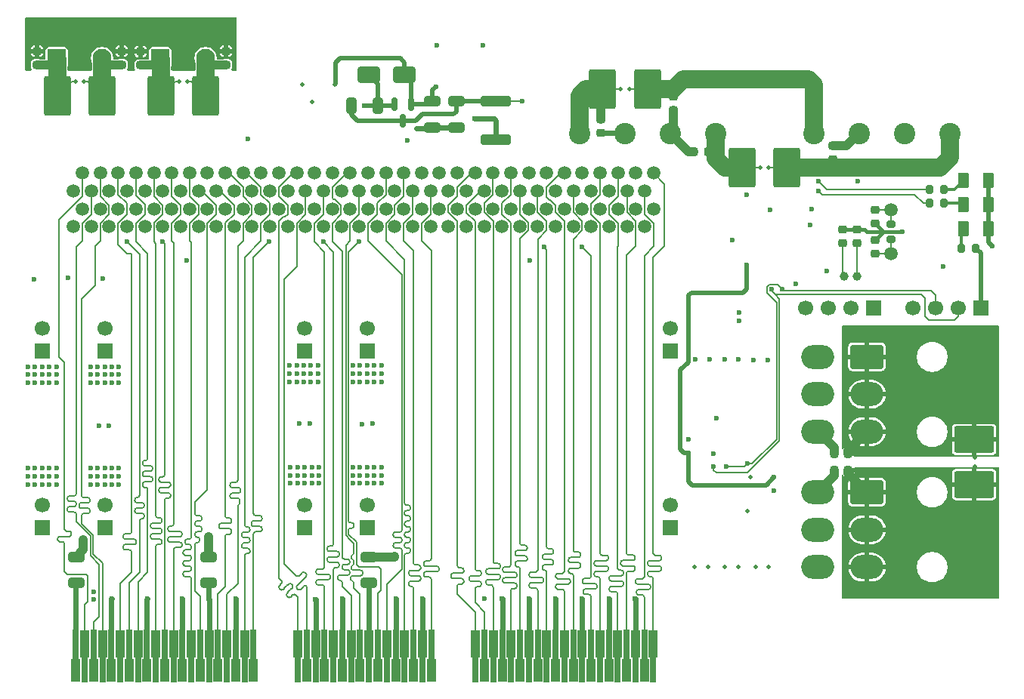
<source format=gbr>
%TF.GenerationSoftware,KiCad,Pcbnew,9.0.1*%
%TF.CreationDate,2025-05-06T20:53:02+02:00*%
%TF.ProjectId,apm,61706d2e-6b69-4636-9164-5f7063625858,rev?*%
%TF.SameCoordinates,Original*%
%TF.FileFunction,Copper,L4,Bot*%
%TF.FilePolarity,Positive*%
%FSLAX46Y46*%
G04 Gerber Fmt 4.6, Leading zero omitted, Abs format (unit mm)*
G04 Created by KiCad (PCBNEW 9.0.1) date 2025-05-06 20:53:02*
%MOMM*%
%LPD*%
G01*
G04 APERTURE LIST*
G04 Aperture macros list*
%AMRoundRect*
0 Rectangle with rounded corners*
0 $1 Rounding radius*
0 $2 $3 $4 $5 $6 $7 $8 $9 X,Y pos of 4 corners*
0 Add a 4 corners polygon primitive as box body*
4,1,4,$2,$3,$4,$5,$6,$7,$8,$9,$2,$3,0*
0 Add four circle primitives for the rounded corners*
1,1,$1+$1,$2,$3*
1,1,$1+$1,$4,$5*
1,1,$1+$1,$6,$7*
1,1,$1+$1,$8,$9*
0 Add four rect primitives between the rounded corners*
20,1,$1+$1,$2,$3,$4,$5,0*
20,1,$1+$1,$4,$5,$6,$7,0*
20,1,$1+$1,$6,$7,$8,$9,0*
20,1,$1+$1,$8,$9,$2,$3,0*%
%AMFreePoly0*
4,1,27,0.300191,4.550462,0.300462,4.550191,0.300500,4.550000,0.300500,1.310500,0.545000,1.310500,0.545191,1.310462,0.545462,1.310191,0.545500,1.310000,0.545500,-1.310000,0.545462,-1.310191,0.545191,-1.310462,0.545000,-1.310500,-0.545000,-1.310500,-0.545191,-1.310462,-0.545462,-1.310191,-0.545500,-1.310000,-0.545500,1.310000,-0.545462,1.310191,-0.545191,1.310462,-0.545000,1.310500,
-0.300500,1.310500,-0.300500,4.550000,-0.300462,4.550191,-0.300191,4.550462,-0.300000,4.550500,0.300000,4.550500,0.300191,4.550462,0.300191,4.550462,$1*%
%AMFreePoly1*
4,1,27,0.545019,1.545046,0.545046,1.545019,0.545050,1.545000,0.545050,-1.545000,0.545046,-1.545019,0.545019,-1.545046,0.545000,-1.545050,0.300500,-1.545050,0.300500,-4.315000,0.300462,-4.315191,0.300191,-4.315462,0.300000,-4.315500,-0.300000,-4.315500,-0.300191,-4.315462,-0.300462,-4.315191,-0.300500,-4.315000,-0.300500,-1.545050,-0.545000,-1.545050,-0.545019,-1.545046,-0.545046,-1.545019,
-0.545050,-1.545000,-0.545050,1.545000,-0.545046,1.545019,-0.545019,1.545046,-0.545000,1.545050,0.545000,1.545050,0.545019,1.545046,0.545019,1.545046,$1*%
G04 Aperture macros list end*
%TA.AperFunction,ComponentPad*%
%ADD10C,1.000000*%
%TD*%
%TA.AperFunction,ComponentPad*%
%ADD11RoundRect,0.250001X-0.799999X-0.799999X0.799999X-0.799999X0.799999X0.799999X-0.799999X0.799999X0*%
%TD*%
%TA.AperFunction,ComponentPad*%
%ADD12C,2.100000*%
%TD*%
%TA.AperFunction,ComponentPad*%
%ADD13C,2.400000*%
%TD*%
%TA.AperFunction,ComponentPad*%
%ADD14R,1.700000X1.700000*%
%TD*%
%TA.AperFunction,ComponentPad*%
%ADD15C,1.700000*%
%TD*%
%TA.AperFunction,ComponentPad*%
%ADD16C,1.520000*%
%TD*%
%TA.AperFunction,ComponentPad*%
%ADD17RoundRect,0.250001X-1.599999X1.099999X-1.599999X-1.099999X1.599999X-1.099999X1.599999X1.099999X0*%
%TD*%
%TA.AperFunction,ComponentPad*%
%ADD18O,3.700000X2.700000*%
%TD*%
%TA.AperFunction,ComponentPad*%
%ADD19C,1.500000*%
%TD*%
%TA.AperFunction,SMDPad,CuDef*%
%ADD20FreePoly0,0.000000*%
%TD*%
%TA.AperFunction,SMDPad,CuDef*%
%ADD21FreePoly1,0.000000*%
%TD*%
%TA.AperFunction,SMDPad,CuDef*%
%ADD22RoundRect,0.200000X0.275000X-0.200000X0.275000X0.200000X-0.275000X0.200000X-0.275000X-0.200000X0*%
%TD*%
%TA.AperFunction,SMDPad,CuDef*%
%ADD23RoundRect,0.250001X-1.262499X-1.974999X1.262499X-1.974999X1.262499X1.974999X-1.262499X1.974999X0*%
%TD*%
%TA.AperFunction,SMDPad,CuDef*%
%ADD24RoundRect,0.225000X0.250000X-0.225000X0.250000X0.225000X-0.250000X0.225000X-0.250000X-0.225000X0*%
%TD*%
%TA.AperFunction,SMDPad,CuDef*%
%ADD25RoundRect,0.150000X-0.150000X0.587500X-0.150000X-0.587500X0.150000X-0.587500X0.150000X0.587500X0*%
%TD*%
%TA.AperFunction,SMDPad,CuDef*%
%ADD26RoundRect,0.200000X-0.200000X-0.275000X0.200000X-0.275000X0.200000X0.275000X-0.200000X0.275000X0*%
%TD*%
%TA.AperFunction,SMDPad,CuDef*%
%ADD27RoundRect,0.250000X0.650000X-0.325000X0.650000X0.325000X-0.650000X0.325000X-0.650000X-0.325000X0*%
%TD*%
%TA.AperFunction,SMDPad,CuDef*%
%ADD28RoundRect,0.225000X-0.250000X0.225000X-0.250000X-0.225000X0.250000X-0.225000X0.250000X0.225000X0*%
%TD*%
%TA.AperFunction,SMDPad,CuDef*%
%ADD29RoundRect,0.250000X-0.325000X-0.650000X0.325000X-0.650000X0.325000X0.650000X-0.325000X0.650000X0*%
%TD*%
%TA.AperFunction,SMDPad,CuDef*%
%ADD30RoundRect,0.250000X0.375000X0.625000X-0.375000X0.625000X-0.375000X-0.625000X0.375000X-0.625000X0*%
%TD*%
%TA.AperFunction,SMDPad,CuDef*%
%ADD31RoundRect,0.225000X0.225000X0.250000X-0.225000X0.250000X-0.225000X-0.250000X0.225000X-0.250000X0*%
%TD*%
%TA.AperFunction,SMDPad,CuDef*%
%ADD32RoundRect,0.250001X1.974999X-1.262499X1.974999X1.262499X-1.974999X1.262499X-1.974999X-1.262499X0*%
%TD*%
%TA.AperFunction,SMDPad,CuDef*%
%ADD33RoundRect,0.200000X0.200000X0.275000X-0.200000X0.275000X-0.200000X-0.275000X0.200000X-0.275000X0*%
%TD*%
%TA.AperFunction,SMDPad,CuDef*%
%ADD34RoundRect,0.250000X-0.650000X0.325000X-0.650000X-0.325000X0.650000X-0.325000X0.650000X0.325000X0*%
%TD*%
%TA.AperFunction,SMDPad,CuDef*%
%ADD35RoundRect,0.250000X1.000000X0.650000X-1.000000X0.650000X-1.000000X-0.650000X1.000000X-0.650000X0*%
%TD*%
%TA.AperFunction,SMDPad,CuDef*%
%ADD36RoundRect,0.250000X-1.450000X0.312500X-1.450000X-0.312500X1.450000X-0.312500X1.450000X0.312500X0*%
%TD*%
%TA.AperFunction,ViaPad*%
%ADD37C,0.600000*%
%TD*%
%TA.AperFunction,ViaPad*%
%ADD38C,0.500000*%
%TD*%
%TA.AperFunction,Conductor*%
%ADD39C,0.600000*%
%TD*%
%TA.AperFunction,Conductor*%
%ADD40C,0.150000*%
%TD*%
%TA.AperFunction,Conductor*%
%ADD41C,0.200000*%
%TD*%
%TA.AperFunction,Conductor*%
%ADD42C,1.000000*%
%TD*%
%TA.AperFunction,Conductor*%
%ADD43C,0.400000*%
%TD*%
%TA.AperFunction,Conductor*%
%ADD44C,0.500000*%
%TD*%
%TA.AperFunction,Conductor*%
%ADD45C,2.000000*%
%TD*%
%TA.AperFunction,Conductor*%
%ADD46C,0.300000*%
%TD*%
G04 APERTURE END LIST*
D10*
%TO.P,Y502,1,1*%
%TO.N,Net-(U502-PC15)*%
X172600000Y-64400000D03*
%TO.P,Y502,2,2*%
%TO.N,Net-(U502-PC14)*%
X171100000Y-64400000D03*
%TD*%
D11*
%TO.P,J306,1,Pin_1*%
%TO.N,ALT_IN_B*%
X94520000Y-39900000D03*
D12*
%TO.P,J306,2,Pin_2*%
%TO.N,ALT_OUT_B*%
X99600000Y-39900000D03*
%TD*%
D13*
%TO.P,J304,1,1*%
%TO.N,EXT_OUT_5V*%
X182980000Y-48340000D03*
%TO.P,J304,2,2*%
%TO.N,GND*%
X177900000Y-48340000D03*
%TO.P,J304,3,3*%
X172820000Y-48340000D03*
%TO.P,J304,4,4*%
%TO.N,EXT_OUT_12V*%
X167740000Y-48340000D03*
%TD*%
D14*
%TO.P,J502,1,Pin_1*%
%TO.N,+3.3V*%
X186480000Y-67900000D03*
D15*
%TO.P,J502,2,Pin_2*%
%TO.N,SCL*%
X183940000Y-67900000D03*
%TO.P,J502,3,Pin_3*%
%TO.N,SDA*%
X181400000Y-67900000D03*
%TO.P,J502,4,Pin_4*%
%TO.N,GND*%
X178860000Y-67900000D03*
%TD*%
D16*
%TO.P,J202,A1,1*%
%TO.N,VBUS_OUT_12V*%
X84800000Y-54800000D03*
%TO.P,J202,A2,2*%
%TO.N,/agp_connectors/TYPEDET#*%
X85800000Y-52800000D03*
%TO.P,J202,A3,3*%
%TO.N,/agp_connectors/GC_DET#*%
X86800000Y-54800000D03*
%TO.P,J202,A4,4*%
%TO.N,/agp_connectors/USB-*%
X87800000Y-52800000D03*
%TO.P,J202,A5,5*%
%TO.N,GND*%
X88800000Y-54800000D03*
%TO.P,J202,A6,6*%
%TO.N,/agp_connectors/INTA#*%
X89800000Y-52800000D03*
%TO.P,J202,A7,7*%
%TO.N,/agp_connectors/RST#*%
X90800000Y-54800000D03*
%TO.P,J202,A8,8*%
%TO.N,/agp_connectors/GNT#*%
X91800000Y-52800000D03*
%TO.P,J202,A9,9*%
%TO.N,VBUS_OUT_3.3V*%
X92800000Y-54800000D03*
%TO.P,J202,A10,10*%
%TO.N,/agp_connectors/ST1*%
X93800000Y-52800000D03*
%TO.P,J202,A11,11*%
%TO.N,/agp_connectors/MB_DET#*%
X94800000Y-54800000D03*
%TO.P,J202,A12,12*%
%TO.N,/agp_connectors/DBI_HI{slash}PIPE#*%
X95800000Y-52800000D03*
%TO.P,J202,A13,13*%
%TO.N,GND*%
X96800000Y-54800000D03*
%TO.P,J202,A14,14*%
%TO.N,/agp_connectors/WBF#*%
X97800000Y-52800000D03*
%TO.P,J202,A15,15*%
%TO.N,/agp_connectors/SBA1*%
X98800000Y-54800000D03*
%TO.P,J202,A16,16*%
%TO.N,VBUS_OUT_3.3V*%
X99800000Y-52800000D03*
%TO.P,J202,A17,17*%
%TO.N,/agp_connectors/SBA3*%
X100800000Y-54800000D03*
%TO.P,J202,A18,18*%
%TO.N,/agp_connectors/SB_STB#*%
X101800000Y-52800000D03*
%TO.P,J202,A19,19*%
%TO.N,GND*%
X102800000Y-54800000D03*
%TO.P,J202,A20,20*%
%TO.N,/agp_connectors/SBA5*%
X103800000Y-52800000D03*
%TO.P,J202,A21,21*%
%TO.N,/agp_connectors/SBA7*%
X104800000Y-54800000D03*
%TO.P,J202,A22,22*%
%TO.N,unconnected-(J202-22-PadA22)*%
X105800000Y-52800000D03*
%TO.P,J202,A23,23*%
%TO.N,unconnected-(J202-23-PadA23)*%
X106800000Y-54800000D03*
%TO.P,J202,A24,24*%
%TO.N,unconnected-(J202-24-PadA24)*%
X107800000Y-52800000D03*
%TO.P,J202,A25,25*%
%TO.N,unconnected-(J202-25-PadA25)*%
X108800000Y-54800000D03*
%TO.P,J202,A26,26*%
%TO.N,/agp_connectors/AD30*%
X109800000Y-52800000D03*
%TO.P,J202,A27,27*%
%TO.N,/agp_connectors/AD28*%
X110800000Y-54800000D03*
%TO.P,J202,A28,28*%
%TO.N,VBUS_OUT_3.3V*%
X111800000Y-52800000D03*
%TO.P,J202,A29,29*%
%TO.N,/agp_connectors/AD26*%
X112800000Y-54800000D03*
%TO.P,J202,A30,30*%
%TO.N,/agp_connectors/AD24*%
X113800000Y-52800000D03*
%TO.P,J202,A31,31*%
%TO.N,GND*%
X114800000Y-54800000D03*
%TO.P,J202,A32,32*%
%TO.N,/agp_connectors/AD_STB1#*%
X115800000Y-52800000D03*
%TO.P,J202,A33,33*%
%TO.N,/agp_connectors/C{slash}BE3#*%
X116800000Y-54800000D03*
%TO.P,J202,A34,34*%
%TO.N,VBUS_OUT_VDDQ*%
X117800000Y-52800000D03*
%TO.P,J202,A35,35*%
%TO.N,/agp_connectors/AD22*%
X118800000Y-54800000D03*
%TO.P,J202,A36,36*%
%TO.N,/agp_connectors/AD20*%
X119800000Y-52800000D03*
%TO.P,J202,A37,37*%
%TO.N,GND*%
X120800000Y-54800000D03*
%TO.P,J202,A38,38*%
%TO.N,/agp_connectors/AD18*%
X121800000Y-52800000D03*
%TO.P,J202,A39,39*%
%TO.N,/agp_connectors/AD16*%
X122800000Y-54800000D03*
%TO.P,J202,A40,40*%
%TO.N,VBUS_OUT_VDDQ*%
X123800000Y-52800000D03*
%TO.P,J202,A41,41*%
%TO.N,/agp_connectors/FRAME#*%
X124800000Y-54800000D03*
%TO.P,J202,A42,42*%
%TO.N,unconnected-(J202-42-PadA42)*%
X125800000Y-52800000D03*
%TO.P,J202,A43,43*%
%TO.N,unconnected-(J202-43-PadA43)*%
X126800000Y-54800000D03*
%TO.P,J202,A44,44*%
%TO.N,unconnected-(J202-44-PadA44)*%
X127800000Y-52800000D03*
%TO.P,J202,A45,45*%
%TO.N,unconnected-(J202-45-PadA45)*%
X128800000Y-54800000D03*
%TO.P,J202,A46,46*%
%TO.N,/agp_connectors/TRDY#*%
X129800000Y-52800000D03*
%TO.P,J202,A47,47*%
%TO.N,/agp_connectors/STOP*%
X130800000Y-54800000D03*
%TO.P,J202,A48,48*%
%TO.N,/agp_connectors/PME#*%
X131800000Y-52800000D03*
%TO.P,J202,A49,49*%
%TO.N,GND*%
X132800000Y-54800000D03*
%TO.P,J202,A50,50*%
%TO.N,/agp_connectors/PAR*%
X133800000Y-52800000D03*
%TO.P,J202,A51,51*%
%TO.N,/agp_connectors/AD15*%
X134800000Y-54800000D03*
%TO.P,J202,A52,52*%
%TO.N,VBUS_OUT_VDDQ*%
X135800000Y-52800000D03*
%TO.P,J202,A53,53*%
%TO.N,/agp_connectors/AD13*%
X136800000Y-54800000D03*
%TO.P,J202,A54,54*%
%TO.N,/agp_connectors/AD11*%
X137800000Y-52800000D03*
%TO.P,J202,A55,55*%
%TO.N,GND*%
X138800000Y-54800000D03*
%TO.P,J202,A56,56*%
%TO.N,/agp_connectors/AD9*%
X139800000Y-52800000D03*
%TO.P,J202,A57,57*%
%TO.N,/agp_connectors/C{slash}BE0#*%
X140800000Y-54800000D03*
%TO.P,J202,A58,58*%
%TO.N,VBUS_OUT_VDDQ*%
X141800000Y-52800000D03*
%TO.P,J202,A59,59*%
%TO.N,/agp_connectors/AD_STB0#*%
X142800000Y-54800000D03*
%TO.P,J202,A60,60*%
%TO.N,/agp_connectors/AD6*%
X143800000Y-52800000D03*
%TO.P,J202,A61,61*%
%TO.N,GND*%
X144800000Y-54800000D03*
%TO.P,J202,A62,62*%
%TO.N,/agp_connectors/AD4*%
X145800000Y-52800000D03*
%TO.P,J202,A63,63*%
%TO.N,/agp_connectors/AD2*%
X146800000Y-54800000D03*
%TO.P,J202,A64,64*%
%TO.N,VBUS_OUT_VDDQ*%
X147800000Y-52800000D03*
%TO.P,J202,A65,65*%
%TO.N,/agp_connectors/AD0*%
X148800000Y-54800000D03*
%TO.P,J202,A66,66*%
%TO.N,/agp_connectors/VREFGC*%
X149800000Y-52800000D03*
%TO.P,J202,B1,67*%
%TO.N,/agp_connectors/OVRCNT#*%
X84800000Y-58800000D03*
%TO.P,J202,B2,68*%
%TO.N,VBUS_OUT_5V*%
X85800000Y-56800000D03*
%TO.P,J202,B3,69*%
X86800000Y-58800000D03*
%TO.P,J202,B4,70*%
%TO.N,/agp_connectors/USB+*%
X87800000Y-56800000D03*
%TO.P,J202,B5,71*%
%TO.N,GND*%
X88800000Y-58800000D03*
%TO.P,J202,B6,72*%
%TO.N,/agp_connectors/INTB#*%
X89800000Y-56800000D03*
%TO.P,J202,B7,73*%
%TO.N,/agp_connectors/CLK*%
X90800000Y-58800000D03*
%TO.P,J202,B8,74*%
%TO.N,/agp_connectors/REQ#*%
X91800000Y-56800000D03*
%TO.P,J202,B9,75*%
%TO.N,VBUS_OUT_3.3V*%
X92800000Y-58800000D03*
%TO.P,J202,B10,76*%
%TO.N,/agp_connectors/ST0*%
X93800000Y-56800000D03*
%TO.P,J202,B11,77*%
%TO.N,/agp_connectors/ST2*%
X94800000Y-58800000D03*
%TO.P,J202,B12,78*%
%TO.N,/agp_connectors/RBF#*%
X95800000Y-56800000D03*
%TO.P,J202,B13,79*%
%TO.N,GND*%
X96800000Y-58800000D03*
%TO.P,J202,B14,80*%
%TO.N,/agp_connectors/DBI_LO*%
X97800000Y-56800000D03*
%TO.P,J202,B15,81*%
%TO.N,/agp_connectors/SBA0*%
X98800000Y-58800000D03*
%TO.P,J202,B16,82*%
%TO.N,VBUS_OUT_3.3V*%
X99800000Y-56800000D03*
%TO.P,J202,B17,83*%
%TO.N,/agp_connectors/SBA2*%
X100800000Y-58800000D03*
%TO.P,J202,B18,84*%
%TO.N,/agp_connectors/SB_STB*%
X101800000Y-56800000D03*
%TO.P,J202,B19,85*%
%TO.N,GND*%
X102800000Y-58800000D03*
%TO.P,J202,B20,86*%
%TO.N,/agp_connectors/SBA4*%
X103800000Y-56800000D03*
%TO.P,J202,B21,87*%
%TO.N,/agp_connectors/SBA6*%
X104800000Y-58800000D03*
%TO.P,J202,B22,88*%
%TO.N,unconnected-(J202-88-PadB22)*%
X105800000Y-56800000D03*
%TO.P,J202,B23,B24*%
%TO.N,unconnected-(J202-B24-PadB23)*%
X106800000Y-58800000D03*
%TO.P,J202,B24,90*%
%TO.N,unconnected-(J202-90-PadB24)*%
X107800000Y-56800000D03*
%TO.P,J202,B25,91*%
%TO.N,unconnected-(J202-91-PadB25)*%
X108800000Y-58800000D03*
%TO.P,J202,B26,92*%
%TO.N,/agp_connectors/AD31*%
X109800000Y-56800000D03*
%TO.P,J202,B27,93*%
%TO.N,/agp_connectors/AD29*%
X110800000Y-58800000D03*
%TO.P,J202,B28,94*%
%TO.N,VBUS_OUT_3.3V*%
X111800000Y-56800000D03*
%TO.P,J202,B29,95*%
%TO.N,/agp_connectors/AD27*%
X112800000Y-58800000D03*
%TO.P,J202,B30,96*%
%TO.N,/agp_connectors/AD25*%
X113800000Y-56800000D03*
%TO.P,J202,B31,97*%
%TO.N,GND*%
X114800000Y-58800000D03*
%TO.P,J202,B32,98*%
%TO.N,/agp_connectors/AD_STB1*%
X115800000Y-56800000D03*
%TO.P,J202,B33,99*%
%TO.N,/agp_connectors/AD23*%
X116800000Y-58800000D03*
%TO.P,J202,B34,100*%
%TO.N,VBUS_OUT_VDDQ*%
X117800000Y-56800000D03*
%TO.P,J202,B35,101*%
%TO.N,/agp_connectors/AD21*%
X118800000Y-58800000D03*
%TO.P,J202,B36,102*%
%TO.N,/agp_connectors/AD19*%
X119800000Y-56800000D03*
%TO.P,J202,B37,103*%
%TO.N,GND*%
X120800000Y-58800000D03*
%TO.P,J202,B38,104*%
%TO.N,/agp_connectors/AD17*%
X121800000Y-56800000D03*
%TO.P,J202,B39,105*%
%TO.N,/agp_connectors/C{slash}BE2#*%
X122800000Y-58800000D03*
%TO.P,J202,B40,106*%
%TO.N,VBUS_OUT_VDDQ*%
X123800000Y-56800000D03*
%TO.P,J202,B41,107*%
%TO.N,/agp_connectors/IRDY#*%
X124800000Y-58800000D03*
%TO.P,J202,B42,108*%
%TO.N,unconnected-(J202-108-PadB42)*%
X125800000Y-56800000D03*
%TO.P,J202,B43,109*%
%TO.N,unconnected-(J202-109-PadB43)*%
X126800000Y-58800000D03*
%TO.P,J202,B44,110*%
%TO.N,unconnected-(J202-110-PadB44)*%
X127800000Y-56800000D03*
%TO.P,J202,B45,111*%
%TO.N,unconnected-(J202-111-PadB45)*%
X128800000Y-58800000D03*
%TO.P,J202,B46,112*%
%TO.N,/agp_connectors/DEVSEL#*%
X129800000Y-56800000D03*
%TO.P,J202,B47,113*%
%TO.N,VBUS_OUT_VDDQ*%
X130800000Y-58800000D03*
%TO.P,J202,B48,114*%
%TO.N,/agp_connectors/PERR#*%
X131800000Y-56800000D03*
%TO.P,J202,B49,115*%
%TO.N,GND*%
X132800000Y-58800000D03*
%TO.P,J202,B50,116*%
%TO.N,/agp_connectors/SERR#*%
X133800000Y-56800000D03*
%TO.P,J202,B51,117*%
%TO.N,/agp_connectors/C{slash}BE1#*%
X134800000Y-58800000D03*
%TO.P,J202,B52,118*%
%TO.N,VBUS_OUT_VDDQ*%
X135800000Y-56800000D03*
%TO.P,J202,B53,119*%
%TO.N,/agp_connectors/AD14*%
X136800000Y-58800000D03*
%TO.P,J202,B54,120*%
%TO.N,/agp_connectors/AD12*%
X137800000Y-56800000D03*
%TO.P,J202,B55,121*%
%TO.N,GND*%
X138800000Y-58800000D03*
%TO.P,J202,B56,122*%
%TO.N,/agp_connectors/AD10*%
X139800000Y-56800000D03*
%TO.P,J202,B57,123*%
%TO.N,/agp_connectors/AD8*%
X140800000Y-58800000D03*
%TO.P,J202,B58,124*%
%TO.N,VBUS_OUT_VDDQ*%
X141800000Y-56800000D03*
%TO.P,J202,B59,125*%
%TO.N,/agp_connectors/AD_STB0*%
X142800000Y-58800000D03*
%TO.P,J202,B60,126*%
%TO.N,/agp_connectors/AD7*%
X143800000Y-56800000D03*
%TO.P,J202,B61,127*%
%TO.N,GND*%
X144800000Y-58800000D03*
%TO.P,J202,B62,128*%
%TO.N,/agp_connectors/AD5*%
X145800000Y-56800000D03*
%TO.P,J202,B63,129*%
%TO.N,/agp_connectors/AD3*%
X146800000Y-58800000D03*
%TO.P,J202,B64,130*%
%TO.N,VBUS_OUT_VDDQ*%
X147800000Y-56800000D03*
%TO.P,J202,B65,131*%
%TO.N,/agp_connectors/AD1*%
X148800000Y-58800000D03*
%TO.P,J202,B66,132*%
%TO.N,/agp_connectors/VREFCG*%
X149800000Y-56800000D03*
%TD*%
D11*
%TO.P,J305,1,Pin_1*%
%TO.N,ALT_IN_A*%
X82920000Y-39900000D03*
D12*
%TO.P,J305,2,Pin_2*%
%TO.N,ALT_OUT_A*%
X88000000Y-39900000D03*
%TD*%
D17*
%TO.P,J302,1,Pin_1*%
%TO.N,EXT_OUT_12V_PCIE*%
X173700000Y-73400000D03*
D18*
%TO.P,J302,2,Pin_2*%
X173700000Y-77600000D03*
%TO.P,J302,3,Pin_3*%
X173700000Y-81800000D03*
%TO.P,J302,4,Pin_4*%
%TO.N,GND*%
X168200000Y-73400000D03*
%TO.P,J302,5,Pin_5*%
X168200000Y-77600000D03*
%TO.P,J302,6,Pin_6*%
X168200000Y-81800000D03*
%TD*%
D19*
%TO.P,Y501,1,1*%
%TO.N,Net-(U502-PD1)*%
X176400000Y-56950000D03*
%TO.P,Y501,2,2*%
%TO.N,Net-(U502-PD0)*%
X176400000Y-61830000D03*
%TD*%
D20*
%TO.P,J201,A1,12V*%
%TO.N,VBUS_IN_12V*%
X85070000Y-108605000D03*
D21*
%TO.P,J201,A2,TYPEDET#*%
%TO.N,/agp_connectors/TYPEDET#*%
X86065000Y-105600000D03*
D20*
%TO.P,J201,A3,GC_DET#*%
%TO.N,/agp_connectors/GC_DET#*%
X87060000Y-108605000D03*
D21*
%TO.P,J201,A4,USB-*%
%TO.N,/agp_connectors/USB-*%
X88055000Y-105600000D03*
D20*
%TO.P,J201,A5,GND*%
%TO.N,GND*%
X89050000Y-108605000D03*
D21*
%TO.P,J201,A6,INTA#*%
%TO.N,/agp_connectors/INTA#*%
X90045000Y-105600000D03*
D20*
%TO.P,J201,A7,RST#*%
%TO.N,/agp_connectors/RST#*%
X91040000Y-108605000D03*
D21*
%TO.P,J201,A8,GNT#*%
%TO.N,/agp_connectors/GNT#*%
X92035000Y-105600000D03*
D20*
%TO.P,J201,A9,VCC_3.3*%
%TO.N,VBUS_IN_3.3V*%
X93030000Y-108605000D03*
D21*
%TO.P,J201,A10,ST1*%
%TO.N,/agp_connectors/ST1*%
X94025000Y-105600000D03*
D20*
%TO.P,J201,A11,MB_DET#*%
%TO.N,/agp_connectors/MB_DET#*%
X95020000Y-108605000D03*
D21*
%TO.P,J201,A12,DBI_HI/PIPE#*%
%TO.N,/agp_connectors/DBI_HI{slash}PIPE#*%
X96015000Y-105600000D03*
D20*
%TO.P,J201,A13,GND*%
%TO.N,GND*%
X97010000Y-108605000D03*
D21*
%TO.P,J201,A14,WBF#*%
%TO.N,/agp_connectors/WBF#*%
X98005000Y-105600000D03*
D20*
%TO.P,J201,A15,SBA1*%
%TO.N,/agp_connectors/SBA1*%
X99000000Y-108605000D03*
D21*
%TO.P,J201,A16,VCC_3.3*%
%TO.N,VBUS_IN_3.3V*%
X99995000Y-105600000D03*
D20*
%TO.P,J201,A17,SBA3*%
%TO.N,/agp_connectors/SBA3*%
X100990000Y-108605000D03*
D21*
%TO.P,J201,A18,SB_STB#*%
%TO.N,/agp_connectors/SB_STB#*%
X101985000Y-105600000D03*
D20*
%TO.P,J201,A19,GND*%
%TO.N,GND*%
X102980000Y-108605000D03*
D21*
%TO.P,J201,A20,SBA5*%
%TO.N,/agp_connectors/SBA5*%
X103975000Y-105600000D03*
D20*
%TO.P,J201,A21,SBA7*%
%TO.N,/agp_connectors/SBA7*%
X104970000Y-108605000D03*
D21*
%TO.P,J201,A26,AD30*%
%TO.N,/agp_connectors/AD30*%
X109945000Y-105600000D03*
D20*
%TO.P,J201,A27,AD28*%
%TO.N,/agp_connectors/AD28*%
X110940000Y-108605000D03*
D21*
%TO.P,J201,A28,VCC_3.3*%
%TO.N,VBUS_IN_3.3V*%
X111935000Y-105600000D03*
D20*
%TO.P,J201,A29,AD26*%
%TO.N,/agp_connectors/AD26*%
X112930000Y-108605000D03*
D21*
%TO.P,J201,A30,AD24*%
%TO.N,/agp_connectors/AD24*%
X113925000Y-105600000D03*
D20*
%TO.P,J201,A31,GND*%
%TO.N,GND*%
X114920000Y-108605000D03*
D21*
%TO.P,J201,A32,AD_STB1#*%
%TO.N,/agp_connectors/AD_STB1#*%
X115915000Y-105600000D03*
D20*
%TO.P,J201,A33,C/BE3#*%
%TO.N,/agp_connectors/C{slash}BE3#*%
X116910000Y-108605000D03*
D21*
%TO.P,J201,A34,VDDQ*%
%TO.N,VBUS_IN_VDDQ*%
X117905000Y-105600000D03*
D20*
%TO.P,J201,A35,AD22*%
%TO.N,/agp_connectors/AD22*%
X118900000Y-108605000D03*
D21*
%TO.P,J201,A36,AD20*%
%TO.N,/agp_connectors/AD20*%
X119895000Y-105600000D03*
D20*
%TO.P,J201,A37,GND*%
%TO.N,GND*%
X120890000Y-108605000D03*
D21*
%TO.P,J201,A38,AD18*%
%TO.N,/agp_connectors/AD18*%
X121885000Y-105600000D03*
D20*
%TO.P,J201,A39,AD16*%
%TO.N,/agp_connectors/AD16*%
X122880000Y-108605000D03*
D21*
%TO.P,J201,A40,VDDQ*%
%TO.N,VBUS_IN_VDDQ*%
X123875000Y-105600000D03*
D20*
%TO.P,J201,A41,FRAME#*%
%TO.N,/agp_connectors/FRAME#*%
X124870000Y-108605000D03*
D21*
%TO.P,J201,A46,TRDY#*%
%TO.N,/agp_connectors/TRDY#*%
X129845000Y-105600000D03*
D20*
%TO.P,J201,A47,STOP*%
%TO.N,/agp_connectors/STOP*%
X130840000Y-108605000D03*
D21*
%TO.P,J201,A48,PME#*%
%TO.N,/agp_connectors/PME#*%
X131835000Y-105600000D03*
D20*
%TO.P,J201,A49,GND*%
%TO.N,GND*%
X132830000Y-108605000D03*
D21*
%TO.P,J201,A50,PAR*%
%TO.N,/agp_connectors/PAR*%
X133825000Y-105600000D03*
D20*
%TO.P,J201,A51,AD15*%
%TO.N,/agp_connectors/AD15*%
X134820000Y-108605000D03*
D21*
%TO.P,J201,A52,VDDQ*%
%TO.N,VBUS_IN_VDDQ*%
X135815000Y-105600000D03*
D20*
%TO.P,J201,A53,AD13*%
%TO.N,/agp_connectors/AD13*%
X136810000Y-108605000D03*
D21*
%TO.P,J201,A54,AD11*%
%TO.N,/agp_connectors/AD11*%
X137805000Y-105600000D03*
D20*
%TO.P,J201,A55,GND*%
%TO.N,GND*%
X138800000Y-108605000D03*
D21*
%TO.P,J201,A56,AD9*%
%TO.N,/agp_connectors/AD9*%
X139795000Y-105600000D03*
D20*
%TO.P,J201,A57,C/BE0#*%
%TO.N,/agp_connectors/C{slash}BE0#*%
X140790000Y-108605000D03*
D21*
%TO.P,J201,A58,VDDQ*%
%TO.N,VBUS_IN_VDDQ*%
X141785000Y-105600000D03*
D20*
%TO.P,J201,A59,AD_STB0#*%
%TO.N,/agp_connectors/AD_STB0#*%
X142780000Y-108605000D03*
D21*
%TO.P,J201,A60,AD6*%
%TO.N,/agp_connectors/AD6*%
X143775000Y-105600000D03*
D20*
%TO.P,J201,A61,GND*%
%TO.N,GND*%
X144770000Y-108605000D03*
D21*
%TO.P,J201,A62,AD4*%
%TO.N,/agp_connectors/AD4*%
X145765000Y-105600000D03*
D20*
%TO.P,J201,A63,AD2*%
%TO.N,/agp_connectors/AD2*%
X146760000Y-108605000D03*
D21*
%TO.P,J201,A64,VDDQ*%
%TO.N,VBUS_IN_VDDQ*%
X147755000Y-105600000D03*
D20*
%TO.P,J201,A65,AD0*%
%TO.N,/agp_connectors/AD0*%
X148750000Y-108605000D03*
D21*
%TO.P,J201,A66,VREFGC*%
%TO.N,/agp_connectors/VREFGC*%
X149745000Y-105600000D03*
%TD*%
D13*
%TO.P,J303,1,1*%
%TO.N,EXT_IN_5V*%
X156760000Y-48340000D03*
%TO.P,J303,2,2*%
%TO.N,GND*%
X151680000Y-48340000D03*
%TO.P,J303,3,3*%
X146600000Y-48340000D03*
%TO.P,J303,4,4*%
%TO.N,EXT_IN_12V*%
X141520000Y-48340000D03*
%TD*%
D14*
%TO.P,J503,1,Pin_1*%
%TO.N,+3.3V*%
X174480000Y-67900000D03*
D15*
%TO.P,J503,2,Pin_2*%
%TO.N,/usb_interface/SWDIO*%
X171940000Y-67900000D03*
%TO.P,J503,3,Pin_3*%
%TO.N,/usb_interface/SWDCLK*%
X169400000Y-67900000D03*
%TO.P,J503,4,Pin_4*%
%TO.N,GND*%
X166860000Y-67900000D03*
%TD*%
D17*
%TO.P,J301,1,Pin_1*%
%TO.N,EXT_IN_12V_PCIE*%
X173700000Y-88600000D03*
D18*
%TO.P,J301,2,Pin_2*%
X173700000Y-92800000D03*
%TO.P,J301,3,Pin_3*%
X173700000Y-97000000D03*
%TO.P,J301,4,Pin_4*%
%TO.N,GND*%
X168200000Y-88600000D03*
%TO.P,J301,5,Pin_5*%
X168200000Y-92800000D03*
%TO.P,J301,6,Pin_6*%
X168200000Y-97000000D03*
%TD*%
D22*
%TO.P,R503,1*%
%TO.N,Net-(U502-PD0)*%
X176400000Y-60200000D03*
%TO.P,R503,2*%
%TO.N,Net-(U502-PD1)*%
X176400000Y-58550000D03*
%TD*%
D14*
%TO.P,J205,1,Pin_1*%
%TO.N,VBUS_OUT_VDDQ*%
X117700000Y-72775000D03*
D15*
%TO.P,J205,2,Pin_2*%
X117700000Y-70235000D03*
%TD*%
D23*
%TO.P,R408,1*%
%TO.N,EXT_IN_5V*%
X159687500Y-52200000D03*
%TO.P,R408,2*%
%TO.N,EXT_OUT_5V*%
X164712500Y-52200000D03*
%TD*%
%TO.P,R401,1*%
%TO.N,ALT_IN_A*%
X82975000Y-44100000D03*
%TO.P,R401,2*%
%TO.N,ALT_OUT_A*%
X88000000Y-44100000D03*
%TD*%
D14*
%TO.P,J204,1,Pin_1*%
%TO.N,VBUS_OUT_3.3V*%
X110700000Y-72775000D03*
D15*
%TO.P,J204,2,Pin_2*%
X110700000Y-70235000D03*
%TD*%
D24*
%TO.P,C510,1*%
%TO.N,Net-(U502-PC14)*%
X171000000Y-60675000D03*
%TO.P,C510,2*%
%TO.N,GND*%
X171000000Y-59125000D03*
%TD*%
D25*
%TO.P,U501,1,GND*%
%TO.N,GND*%
X120750000Y-45062500D03*
%TO.P,U501,2,VO*%
%TO.N,+3.3V*%
X122650000Y-45062500D03*
%TO.P,U501,3,VI*%
%TO.N,Net-(U501-VI)*%
X121700000Y-46937500D03*
%TD*%
D24*
%TO.P,C308,1*%
%TO.N,ALT_OUT_A*%
X90200000Y-40675000D03*
%TO.P,C308,2*%
%TO.N,GND*%
X90200000Y-39125000D03*
%TD*%
D26*
%TO.P,R509,1*%
%TO.N,Net-(U502-PA4)*%
X180675000Y-56200000D03*
%TO.P,R509,2*%
%TO.N,Net-(D505-A)*%
X182325000Y-56200000D03*
%TD*%
D14*
%TO.P,J208,1,Pin_1*%
%TO.N,VBUS_IN_12V*%
X81300000Y-92575000D03*
D15*
%TO.P,J208,2,Pin_2*%
X81300000Y-90035000D03*
%TD*%
D27*
%TO.P,C201,1*%
%TO.N,VBUS_IN_12V*%
X85100000Y-98775000D03*
%TO.P,C201,2*%
%TO.N,GND*%
X85100000Y-95825000D03*
%TD*%
D14*
%TO.P,J209,1,Pin_1*%
%TO.N,VBUS_IN_3.3V*%
X110700000Y-92575000D03*
D15*
%TO.P,J209,2,Pin_2*%
X110700000Y-90035000D03*
%TD*%
D27*
%TO.P,C206,1*%
%TO.N,VBUS_IN_VDDQ*%
X117900000Y-98775000D03*
%TO.P,C206,2*%
%TO.N,GND*%
X117900000Y-95825000D03*
%TD*%
D26*
%TO.P,R510,1*%
%TO.N,Net-(U502-PA5)*%
X180675000Y-54600000D03*
%TO.P,R510,2*%
%TO.N,Net-(D506-A)*%
X182325000Y-54600000D03*
%TD*%
D28*
%TO.P,C305,1*%
%TO.N,EXT_IN_12V*%
X143900000Y-46725000D03*
%TO.P,C305,2*%
%TO.N,GND*%
X143900000Y-48275000D03*
%TD*%
D24*
%TO.P,C511,1*%
%TO.N,Net-(U502-PC15)*%
X172600000Y-60675000D03*
%TO.P,C511,2*%
%TO.N,GND*%
X172600000Y-59125000D03*
%TD*%
%TO.P,C509,1*%
%TO.N,Net-(U502-PD0)*%
X174600000Y-61850000D03*
%TO.P,C509,2*%
%TO.N,GND*%
X174600000Y-60300000D03*
%TD*%
%TO.P,C304,1*%
%TO.N,EXT_OUT_5V*%
X169900000Y-51275000D03*
%TO.P,C304,2*%
%TO.N,GND*%
X169900000Y-49725000D03*
%TD*%
D29*
%TO.P,C502,1*%
%TO.N,Net-(U501-VI)*%
X115925000Y-45200000D03*
%TO.P,C502,2*%
%TO.N,GND*%
X118875000Y-45200000D03*
%TD*%
D30*
%TO.P,D506,1,K*%
%TO.N,GND*%
X187300000Y-53600000D03*
%TO.P,D506,2,A*%
%TO.N,Net-(D506-A)*%
X184500000Y-53600000D03*
%TD*%
D31*
%TO.P,C303,1*%
%TO.N,EXT_IN_5V*%
X155875000Y-50400000D03*
%TO.P,C303,2*%
%TO.N,GND*%
X154325000Y-50400000D03*
%TD*%
D14*
%TO.P,J206,1,Pin_1*%
%TO.N,VBUS_OUT_5V*%
X88300000Y-72775000D03*
D15*
%TO.P,J206,2,Pin_2*%
X88300000Y-70235000D03*
%TD*%
D14*
%TO.P,J210,1,Pin_1*%
%TO.N,VBUS_IN_VDDQ*%
X117700000Y-92575000D03*
D15*
%TO.P,J210,2,Pin_2*%
X117700000Y-90035000D03*
%TD*%
D32*
%TO.P,R407,1*%
%TO.N,EXT_IN_12V_PCIE*%
X185700000Y-87712500D03*
%TO.P,R407,2*%
%TO.N,EXT_OUT_12V_PCIE*%
X185700000Y-82687500D03*
%TD*%
D14*
%TO.P,J203,1,Pin_1*%
%TO.N,VBUS_OUT_12V*%
X81300000Y-72775000D03*
D15*
%TO.P,J203,2,Pin_2*%
X81300000Y-70235000D03*
%TD*%
D30*
%TO.P,D505,1,K*%
%TO.N,GND*%
X187300000Y-56300000D03*
%TO.P,D505,2,A*%
%TO.N,Net-(D505-A)*%
X184500000Y-56300000D03*
%TD*%
D23*
%TO.P,R409,1*%
%TO.N,EXT_IN_12V*%
X144087500Y-43400000D03*
%TO.P,R409,2*%
%TO.N,EXT_OUT_12V*%
X149112500Y-43400000D03*
%TD*%
D14*
%TO.P,J207,1,Pin_1*%
%TO.N,GND*%
X151700000Y-72775000D03*
D15*
%TO.P,J207,2,Pin_2*%
X151700000Y-70235000D03*
%TD*%
D31*
%TO.P,C302,1*%
%TO.N,EXT_OUT_12V_PCIE*%
X171575000Y-84300000D03*
%TO.P,C302,2*%
%TO.N,GND*%
X170025000Y-84300000D03*
%TD*%
D27*
%TO.P,C205,1*%
%TO.N,VBUS_IN_3.3V*%
X99900000Y-98775000D03*
%TO.P,C205,2*%
%TO.N,GND*%
X99900000Y-95825000D03*
%TD*%
D33*
%TO.P,R508,1*%
%TO.N,+3.3V*%
X185900000Y-61200000D03*
%TO.P,R508,2*%
%TO.N,Net-(D504-A)*%
X184250000Y-61200000D03*
%TD*%
D24*
%TO.P,C307,1*%
%TO.N,ALT_IN_A*%
X80700000Y-40675000D03*
%TO.P,C307,2*%
%TO.N,GND*%
X80700000Y-39125000D03*
%TD*%
D23*
%TO.P,R402,1*%
%TO.N,ALT_IN_B*%
X94587500Y-44100000D03*
%TO.P,R402,2*%
%TO.N,ALT_OUT_B*%
X99612500Y-44100000D03*
%TD*%
D24*
%TO.P,C310,1*%
%TO.N,ALT_OUT_B*%
X101900000Y-40675000D03*
%TO.P,C310,2*%
%TO.N,GND*%
X101900000Y-39125000D03*
%TD*%
D30*
%TO.P,D504,1,K*%
%TO.N,GND*%
X187300000Y-59000000D03*
%TO.P,D504,2,A*%
%TO.N,Net-(D504-A)*%
X184500000Y-59000000D03*
%TD*%
D34*
%TO.P,C503,1*%
%TO.N,+3.3V*%
X125000000Y-44725000D03*
%TO.P,C503,2*%
%TO.N,GND*%
X125000000Y-47675000D03*
%TD*%
D14*
%TO.P,J211,1,Pin_1*%
%TO.N,VBUS_IN_5V*%
X88300000Y-92575000D03*
D15*
%TO.P,J211,2,Pin_2*%
X88300000Y-90035000D03*
%TD*%
D35*
%TO.P,D502,1,A1*%
%TO.N,+3.3V*%
X121900000Y-41800000D03*
%TO.P,D502,2,A2*%
%TO.N,GND*%
X117900000Y-41800000D03*
%TD*%
D28*
%TO.P,C508,1*%
%TO.N,Net-(U502-PD1)*%
X174600000Y-56925000D03*
%TO.P,C508,2*%
%TO.N,GND*%
X174600000Y-58475000D03*
%TD*%
D36*
%TO.P,F501,1*%
%TO.N,Net-(U501-VI)*%
X132100000Y-44762500D03*
%TO.P,F501,2*%
%TO.N,Net-(D501-VCC)*%
X132100000Y-49037500D03*
%TD*%
D34*
%TO.P,C501,1*%
%TO.N,Net-(U501-VI)*%
X127700000Y-44725000D03*
%TO.P,C501,2*%
%TO.N,GND*%
X127700000Y-47675000D03*
%TD*%
D14*
%TO.P,J212,1,Pin_1*%
%TO.N,GND*%
X151700000Y-92575000D03*
D15*
%TO.P,J212,2,Pin_2*%
X151700000Y-90035000D03*
%TD*%
D28*
%TO.P,C306,1*%
%TO.N,EXT_OUT_12V*%
X152000000Y-44225000D03*
%TO.P,C306,2*%
%TO.N,GND*%
X152000000Y-45775000D03*
%TD*%
D31*
%TO.P,C301,1*%
%TO.N,EXT_IN_12V_PCIE*%
X171600000Y-86100000D03*
%TO.P,C301,2*%
%TO.N,GND*%
X170050000Y-86100000D03*
%TD*%
D24*
%TO.P,C309,1*%
%TO.N,ALT_IN_B*%
X92300000Y-40700000D03*
%TO.P,C309,2*%
%TO.N,GND*%
X92300000Y-39150000D03*
%TD*%
D37*
%TO.N,VBUS_IN_VDDQ*%
X119300000Y-86700000D03*
X117700000Y-87600000D03*
X135800000Y-100500000D03*
X116100000Y-85800000D03*
X116900000Y-85800000D03*
X119300000Y-85800000D03*
X117700000Y-86700000D03*
X118500000Y-85800000D03*
X130800000Y-100500000D03*
X118500000Y-86700000D03*
X117700000Y-85800000D03*
D38*
X155900000Y-97000000D03*
D37*
X147700000Y-100500000D03*
X116900000Y-87600000D03*
X119300000Y-87600000D03*
X118500000Y-87600000D03*
X116100000Y-87600000D03*
X117100000Y-81000000D03*
X116100000Y-86700000D03*
X117900000Y-100500000D03*
X141800000Y-100500000D03*
X123900000Y-100500000D03*
X116900000Y-86700000D03*
%TO.N,/agp_connectors/SBA7*%
X106700000Y-60500000D03*
%TO.N,VBUS_IN_3.3V*%
X99900000Y-100500000D03*
X112300000Y-86700000D03*
X110100000Y-80900000D03*
X111900000Y-100600000D03*
X109100000Y-85800000D03*
X109100000Y-86700000D03*
X111500000Y-86700000D03*
X111500000Y-85800000D03*
X112300000Y-87600000D03*
X93100000Y-100500000D03*
X111500000Y-87600000D03*
X109900000Y-86700000D03*
X110700000Y-85800000D03*
X110700000Y-87600000D03*
D38*
X162700000Y-97000000D03*
D37*
X109100000Y-87600000D03*
X109900000Y-87600000D03*
X112300000Y-85800000D03*
X110700000Y-86700000D03*
X109900000Y-85800000D03*
%TO.N,/agp_connectors/MB_DET#*%
X94800000Y-60500000D03*
%TO.N,/agp_connectors/AD22*%
X116800000Y-60500000D03*
%TO.N,/agp_connectors/AD24*%
X112800000Y-60500000D03*
%TO.N,VBUS_IN_12V*%
X79700000Y-87700000D03*
X81300000Y-87700000D03*
X81300000Y-85900000D03*
X82100000Y-87700000D03*
X82100000Y-85900000D03*
X85070000Y-100600000D03*
X80500000Y-87700000D03*
X82100000Y-86800000D03*
X79700000Y-85900000D03*
X82900000Y-85900000D03*
X79700000Y-86800000D03*
X81300000Y-86800000D03*
X85070000Y-99800000D03*
X80500000Y-86800000D03*
X80500000Y-85900000D03*
X82900000Y-86800000D03*
X82900000Y-87700000D03*
%TO.N,GND*%
X104300000Y-49000000D03*
X84200000Y-64500000D03*
X117400000Y-45200000D03*
X135900000Y-62600000D03*
X120900000Y-100500000D03*
X153700000Y-82700000D03*
X144800000Y-100500000D03*
D38*
X97100000Y-38300000D03*
D37*
X138800000Y-100500000D03*
D38*
X97100000Y-39000000D03*
D37*
X162800000Y-56900000D03*
X120800000Y-95800000D03*
D38*
X85500000Y-40500000D03*
D37*
X85900000Y-93900000D03*
X97000000Y-100500000D03*
D38*
X85500000Y-38400000D03*
X123200000Y-47800000D03*
D37*
X165700000Y-65200000D03*
D38*
X97100000Y-39700000D03*
D37*
X167300000Y-58600000D03*
X97500000Y-62600000D03*
D38*
X97100000Y-40400000D03*
D37*
X187700000Y-61000000D03*
X158600000Y-60300000D03*
X103000000Y-100500000D03*
D38*
X85500000Y-39800000D03*
X85500000Y-39100000D03*
D37*
X163300000Y-88400000D03*
X114900000Y-100500000D03*
X99900000Y-93600000D03*
X132800000Y-100500000D03*
D38*
X111500000Y-44800000D03*
D37*
X130700000Y-38500000D03*
X122200000Y-49100000D03*
X125500000Y-38500000D03*
X172700000Y-53700000D03*
X89100000Y-100500000D03*
X182200000Y-63300000D03*
X177700000Y-59400000D03*
%TO.N,/agp_connectors/AD_STB0#*%
X141800000Y-61100000D03*
%TO.N,VBUS_IN_5V*%
X89100000Y-85900000D03*
X86700000Y-87700000D03*
X86700000Y-85900000D03*
X87500000Y-87700000D03*
X87700000Y-81100000D03*
X87500000Y-86800000D03*
X89100000Y-87700000D03*
X89100000Y-86800000D03*
X89900000Y-87700000D03*
X86700000Y-86800000D03*
X87500000Y-85900000D03*
X87060000Y-100600000D03*
D38*
X159300000Y-97000000D03*
D37*
X89900000Y-85900000D03*
X88300000Y-87700000D03*
X87060000Y-99800000D03*
X89900000Y-86800000D03*
X88300000Y-86800000D03*
X88300000Y-85900000D03*
%TO.N,/agp_connectors/AD11*%
X137500000Y-61100000D03*
%TO.N,/agp_connectors/RST#*%
X90800000Y-60500000D03*
%TO.N,VBUS_OUT_VDDQ*%
X118500000Y-74400000D03*
X117700000Y-74400000D03*
X117700000Y-76200000D03*
X118300000Y-80900000D03*
X119300000Y-74400000D03*
X116100000Y-76200000D03*
X119300000Y-75300000D03*
X118500000Y-75300000D03*
X118500000Y-76200000D03*
X119300000Y-76200000D03*
X117700000Y-75300000D03*
X116900000Y-76200000D03*
X116900000Y-75300000D03*
D38*
X154400000Y-97000000D03*
D37*
X116900000Y-74400000D03*
X116100000Y-74400000D03*
X116100000Y-75300000D03*
%TO.N,VBUS_OUT_3.3V*%
X111300000Y-80900000D03*
X111400000Y-76200000D03*
X112200000Y-76200000D03*
X110600000Y-75300000D03*
X111400000Y-75300000D03*
X110600000Y-74400000D03*
X109000000Y-76200000D03*
X111400000Y-74400000D03*
X109000000Y-75300000D03*
X109800000Y-74400000D03*
X109000000Y-74400000D03*
D38*
X161200000Y-97000000D03*
D37*
X110600000Y-76200000D03*
X112200000Y-74400000D03*
X112200000Y-75300000D03*
X109800000Y-75300000D03*
X109800000Y-76200000D03*
%TO.N,VBUS_OUT_5V*%
X88300000Y-74500000D03*
X87500000Y-76300000D03*
X89900000Y-75400000D03*
X86700000Y-75400000D03*
X88300000Y-75400000D03*
X88800000Y-81100000D03*
X86700000Y-76300000D03*
X86700000Y-74500000D03*
X89100000Y-75400000D03*
X89100000Y-76300000D03*
X89900000Y-74500000D03*
X88300000Y-76300000D03*
X87500000Y-74500000D03*
X89900000Y-76300000D03*
X87500000Y-75400000D03*
X89100000Y-74500000D03*
X88100000Y-64600000D03*
D38*
X157800000Y-97000000D03*
D37*
%TO.N,VBUS_OUT_12V*%
X79700000Y-75400000D03*
X81300000Y-76300000D03*
X82900000Y-74500000D03*
X81300000Y-74500000D03*
X79700000Y-74500000D03*
X82100000Y-75400000D03*
X80500000Y-75400000D03*
X82900000Y-76300000D03*
X82900000Y-75400000D03*
X80400000Y-64700000D03*
X80500000Y-76300000D03*
X79700000Y-76300000D03*
X80500000Y-74500000D03*
X81300000Y-75400000D03*
X82100000Y-74500000D03*
X82100000Y-76300000D03*
%TO.N,EXT_IN_5V*%
X157800000Y-73700000D03*
D38*
X161700000Y-52200000D03*
%TO.N,EXT_OUT_5V*%
X162700000Y-52200000D03*
D37*
X159300000Y-73700000D03*
D38*
%TO.N,EXT_OUT_12V*%
X147100000Y-43400000D03*
D37*
X156100000Y-73700000D03*
D38*
%TO.N,EXT_IN_12V*%
X146100000Y-43400000D03*
D37*
X154500000Y-73700000D03*
D38*
%TO.N,EXT_OUT_12V_PCIE*%
X185800000Y-84700000D03*
D37*
X162600000Y-73800000D03*
%TO.N,EXT_IN_12V_PCIE*%
X161000000Y-73800000D03*
D38*
X185800000Y-85700000D03*
%TO.N,+3.3V*%
X160300000Y-90700000D03*
X160600000Y-86900000D03*
D37*
X163300000Y-86900000D03*
D38*
X114100000Y-42900000D03*
X110400000Y-42900000D03*
D37*
X156500000Y-84300000D03*
X167500000Y-56800000D03*
X169200000Y-63800000D03*
X160200000Y-63100000D03*
X160200000Y-55200000D03*
X156800000Y-80300000D03*
X125400000Y-43100000D03*
X153700000Y-84200000D03*
%TO.N,SCL*%
X163000000Y-65800000D03*
X156500000Y-85700000D03*
X159400000Y-69400000D03*
%TO.N,SDA*%
X159400000Y-68400000D03*
X160300000Y-85400000D03*
X157900000Y-85700000D03*
X164200000Y-65800000D03*
D38*
%TO.N,ALT_OUT_A*%
X86000000Y-42500000D03*
%TO.N,ALT_IN_A*%
X85000000Y-42500000D03*
%TO.N,ALT_OUT_B*%
X97600000Y-42500000D03*
%TO.N,ALT_IN_B*%
X96600000Y-42500000D03*
D37*
%TO.N,Net-(U501-VI)*%
X135100000Y-44700000D03*
%TO.N,Net-(D501-VCC)*%
X129700000Y-46700000D03*
%TO.N,Net-(U502-PA4)*%
X168300000Y-54800000D03*
%TO.N,Net-(U502-PA5)*%
X168300000Y-53700000D03*
%TD*%
D39*
%TO.N,VBUS_IN_VDDQ*%
X123875000Y-105600000D02*
X123875000Y-100525000D01*
X117905000Y-100505000D02*
X117900000Y-100500000D01*
X147755000Y-105600000D02*
X147755000Y-100555000D01*
X117905000Y-105600000D02*
X117905000Y-100505000D01*
X147755000Y-100555000D02*
X147700000Y-100500000D01*
X135815000Y-100515000D02*
X135800000Y-100500000D01*
X123875000Y-100525000D02*
X123900000Y-100500000D01*
X141785000Y-105600000D02*
X141785000Y-100515000D01*
X117900000Y-98775000D02*
X117900000Y-100500000D01*
X141785000Y-100515000D02*
X141800000Y-100500000D01*
X135815000Y-105600000D02*
X135815000Y-100515000D01*
D40*
%TO.N,/agp_connectors/SBA7*%
X105920560Y-92782178D02*
X105920560Y-92662178D01*
X104851482Y-91822178D02*
X104970000Y-91822178D01*
X105680560Y-92422178D02*
X105210000Y-92422178D01*
X104970000Y-90982178D02*
X104970000Y-90862178D01*
X104970000Y-90862178D02*
X104970000Y-87127175D01*
X104970000Y-91822178D02*
X105210000Y-91822178D01*
X104732965Y-92303661D02*
X104732965Y-91940695D01*
X104970000Y-87127175D02*
X104970000Y-62230000D01*
X104970000Y-92422178D02*
X104851482Y-92422178D01*
X105680560Y-91222178D02*
X105210000Y-91222178D01*
X105210000Y-93022178D02*
X105680560Y-93022178D01*
X105920560Y-91582178D02*
X105920560Y-91462178D01*
X105210000Y-91822178D02*
X105680560Y-91822178D01*
X104970000Y-108605000D02*
X104970000Y-93262178D01*
X105210000Y-92422178D02*
X104970000Y-92422178D01*
X104970000Y-62230000D02*
X106700000Y-60500000D01*
X105920560Y-92662178D02*
G75*
G03*
X105680560Y-92422240I-239960J-22D01*
G01*
X104851482Y-92422178D02*
G75*
G02*
X104733022Y-92303661I18J118478D01*
G01*
X105210000Y-91222178D02*
G75*
G02*
X104970022Y-90982178I0J239978D01*
G01*
X105680560Y-91822178D02*
G75*
G03*
X105920578Y-91582178I40J239978D01*
G01*
X104732965Y-91940695D02*
G75*
G02*
X104851482Y-91822165I118535J-5D01*
G01*
X105920560Y-91462178D02*
G75*
G03*
X105680560Y-91222240I-239960J-22D01*
G01*
X104970000Y-93262178D02*
G75*
G02*
X105210000Y-93022200I240000J-22D01*
G01*
X105680560Y-93022178D02*
G75*
G03*
X105920578Y-92782178I40J239978D01*
G01*
%TO.N,/agp_connectors/SBA1*%
X98640000Y-94225119D02*
X98689918Y-94225119D01*
X98640000Y-91825119D02*
X98939906Y-91825119D01*
X99194415Y-54800000D02*
X98800000Y-54800000D01*
X98400000Y-93385119D02*
X98400000Y-93265119D01*
X99179906Y-92785119D02*
X99179906Y-92665119D01*
X98656794Y-89443206D02*
X99800000Y-88300000D01*
X99000000Y-108605000D02*
X99000000Y-100300000D01*
X100814000Y-56419585D02*
X99194415Y-54800000D01*
X98929918Y-93985119D02*
X98929918Y-93865119D01*
X98689918Y-93625119D02*
X98640000Y-93625119D01*
X99179906Y-91585119D02*
X99179906Y-91465119D01*
X98400000Y-92185119D02*
X98400000Y-92065119D01*
X98400000Y-89700000D02*
X98656794Y-89443206D01*
X100814000Y-57391585D02*
X100814000Y-56419585D01*
X99800000Y-58405585D02*
X100814000Y-57391585D01*
X99800000Y-88300000D02*
X99800000Y-58405585D01*
X98939906Y-92425119D02*
X98640000Y-92425119D01*
X98640000Y-93025119D02*
X98939906Y-93025119D01*
X98400000Y-90985119D02*
X98400000Y-90865119D01*
X99000000Y-100300000D02*
X98400000Y-99700000D01*
X98400000Y-99700000D02*
X98400000Y-94465119D01*
X98939906Y-91225119D02*
X98640000Y-91225119D01*
X98400000Y-90865119D02*
X98400000Y-89700000D01*
X98689918Y-94225119D02*
G75*
G03*
X98929919Y-93985119I-18J240019D01*
G01*
X98640000Y-92425119D02*
G75*
G02*
X98399981Y-92185119I0J240019D01*
G01*
X98400000Y-94465119D02*
G75*
G02*
X98640000Y-94225100I240000J19D01*
G01*
X98939906Y-91825119D02*
G75*
G03*
X99179919Y-91585119I-6J240019D01*
G01*
X98939906Y-93025119D02*
G75*
G03*
X99179919Y-92785119I-6J240019D01*
G01*
X99179906Y-91465119D02*
G75*
G03*
X98939906Y-91225094I-240006J19D01*
G01*
X99179906Y-92665119D02*
G75*
G03*
X98939906Y-92425094I-240006J19D01*
G01*
X98400000Y-93265119D02*
G75*
G02*
X98640000Y-93025100I240000J19D01*
G01*
X98400000Y-92065119D02*
G75*
G02*
X98640000Y-91825100I240000J19D01*
G01*
X98640000Y-91225119D02*
G75*
G02*
X98399981Y-90985119I0J240019D01*
G01*
X98929918Y-93865119D02*
G75*
G03*
X98689918Y-93625082I-240018J19D01*
G01*
X98640000Y-93625119D02*
G75*
G02*
X98399981Y-93385119I0J240019D01*
G01*
%TO.N,/agp_connectors/GNT#*%
X92786000Y-57419585D02*
X92786000Y-56286000D01*
X92776049Y-85035503D02*
X92860000Y-85035503D01*
X93100000Y-87435503D02*
X93423964Y-87435503D01*
X93663951Y-85995503D02*
X93663951Y-85875503D01*
X93100000Y-84675503D02*
X93100000Y-81901804D01*
X92035000Y-105600000D02*
X92035000Y-98665000D01*
X91800000Y-55300000D02*
X91800000Y-52800000D01*
X92776049Y-86235503D02*
X93100000Y-86235503D01*
X93423951Y-85635503D02*
X93100000Y-85635503D01*
X92860000Y-85635503D02*
X92776049Y-85635503D01*
X91800000Y-58405585D02*
X92786000Y-57419585D01*
X93100000Y-85635503D02*
X92860000Y-85635503D01*
X91800000Y-60500000D02*
X91800000Y-58405585D01*
X92035000Y-98665000D02*
X93100000Y-97600000D01*
X92786000Y-56286000D02*
X91800000Y-55300000D01*
X93423964Y-86835503D02*
X93100000Y-86835503D01*
X93100000Y-86235503D02*
X93423951Y-86235503D01*
X93100000Y-81901804D02*
X93100000Y-61800000D01*
X92776036Y-87435503D02*
X92860000Y-87435503D01*
X93100000Y-61800000D02*
X91800000Y-60500000D01*
X92536036Y-87795503D02*
X92536036Y-87675503D01*
X93100000Y-86835503D02*
X92776049Y-86835503D01*
X93663964Y-87195503D02*
X93663964Y-87075503D01*
X92860000Y-87435503D02*
X93100000Y-87435503D01*
X92860000Y-88035503D02*
X92776036Y-88035503D01*
X93100000Y-97600000D02*
X93100000Y-88275503D01*
X92536049Y-85395503D02*
X92536049Y-85275503D01*
X92536049Y-86595503D02*
X92536049Y-86475503D01*
X93100000Y-84795503D02*
X93100000Y-84675503D01*
X92860000Y-85035503D02*
G75*
G03*
X93100003Y-84795503I0J240003D01*
G01*
X92536049Y-85275503D02*
G75*
G02*
X92776049Y-85035549I239951J3D01*
G01*
X92536036Y-87675503D02*
G75*
G02*
X92776036Y-87435536I239964J3D01*
G01*
X93423951Y-86235503D02*
G75*
G03*
X93664003Y-85995503I49J240003D01*
G01*
X93663964Y-87075503D02*
G75*
G03*
X93423964Y-86835536I-239964J3D01*
G01*
X93663951Y-85875503D02*
G75*
G03*
X93423951Y-85635549I-239951J3D01*
G01*
X93100000Y-88275503D02*
G75*
G03*
X92860000Y-88035500I-240000J3D01*
G01*
X93423964Y-87435503D02*
G75*
G03*
X93664003Y-87195503I36J240003D01*
G01*
X92776036Y-88035503D02*
G75*
G02*
X92535997Y-87795503I-36J240003D01*
G01*
X92536049Y-86475503D02*
G75*
G02*
X92776049Y-86235549I239951J3D01*
G01*
X92776049Y-85635503D02*
G75*
G02*
X92535997Y-85395503I-49J240003D01*
G01*
X92776049Y-86835503D02*
G75*
G02*
X92535997Y-86595503I-49J240003D01*
G01*
D39*
%TO.N,VBUS_IN_3.3V*%
X93030000Y-100570000D02*
X93100000Y-100500000D01*
X99995000Y-105600000D02*
X99995000Y-100595000D01*
X111935000Y-100635000D02*
X111900000Y-100600000D01*
X93030000Y-108605000D02*
X93030000Y-100570000D01*
X99900000Y-100500000D02*
X99900000Y-98775000D01*
X111935000Y-105600000D02*
X111935000Y-100635000D01*
X99995000Y-100595000D02*
X99900000Y-100500000D01*
D41*
%TO.N,/agp_connectors/AD30*%
X109945000Y-105600000D02*
X109945000Y-100345000D01*
D40*
X107800000Y-54405585D02*
X109405585Y-52800000D01*
X108786000Y-56391585D02*
X107800000Y-55405585D01*
X108786000Y-57414000D02*
X108786000Y-56391585D01*
D41*
X109405585Y-52800000D02*
X109800000Y-52800000D01*
D40*
X108525792Y-99265203D02*
X108298965Y-99492030D01*
X108879854Y-98911142D02*
X108695497Y-99095498D01*
X107959555Y-99492031D02*
X107874701Y-99407177D01*
X108016675Y-98416675D02*
X107800000Y-98200000D01*
X108300000Y-57700000D02*
X108500000Y-57700000D01*
X107800000Y-55405585D02*
X107800000Y-54405585D01*
X108500000Y-57700000D02*
X108786000Y-57414000D01*
X108695497Y-99095498D02*
X108695499Y-99095499D01*
X109119765Y-99519765D02*
X109304121Y-99335408D01*
X108695499Y-99095499D02*
X108525792Y-99265203D01*
X108808121Y-100340528D02*
X108723264Y-100255671D01*
X108950055Y-99689468D02*
X109119761Y-99519762D01*
X108723265Y-99916261D02*
X108950055Y-99689468D01*
X107800000Y-98200000D02*
X107800000Y-94921318D01*
X107800000Y-58200000D02*
X108300000Y-57700000D01*
X107874700Y-99067765D02*
X108101527Y-98840939D01*
X109945000Y-100345000D02*
X109713738Y-100113738D01*
X109374326Y-100113738D02*
X109147533Y-100340528D01*
X109304121Y-98995997D02*
X109219266Y-98911142D01*
X109119761Y-99519762D02*
X109119765Y-99519765D01*
X107800000Y-94921318D02*
X107800000Y-58200000D01*
X108101526Y-98501527D02*
X108016675Y-98416675D01*
X109304121Y-99335408D02*
G75*
G03*
X109304124Y-98995995I-169721J169708D01*
G01*
X109219266Y-98911142D02*
G75*
G03*
X108879854Y-98911142I-169706J-169704D01*
G01*
X108298965Y-99492030D02*
G75*
G02*
X107959595Y-99491991I-169665J169730D01*
G01*
X109147533Y-100340528D02*
G75*
G02*
X108808121Y-100340528I-169706J169701D01*
G01*
X108723264Y-100255671D02*
G75*
G02*
X108723298Y-99916294I169736J169671D01*
G01*
X109713738Y-100113738D02*
G75*
G03*
X109374326Y-100113738I-169706J-169701D01*
G01*
X107874701Y-99407177D02*
G75*
G02*
X107874729Y-99067795I169699J169677D01*
G01*
X108101527Y-98840939D02*
G75*
G03*
X108101560Y-98501494I-169727J169739D01*
G01*
%TO.N,/agp_connectors/INTA#*%
X91300000Y-94458751D02*
X91598622Y-94458751D01*
X90361378Y-94818751D02*
X90361378Y-94698751D01*
X91300000Y-92898751D02*
X91300000Y-89006245D01*
X90786000Y-57419585D02*
X90786000Y-56180415D01*
X89800000Y-60800000D02*
X89800000Y-58405585D01*
X89800000Y-55194415D02*
X89800000Y-52800000D01*
X90361403Y-93618751D02*
X90361403Y-93498751D01*
X91060000Y-94458751D02*
X91300000Y-94458751D01*
X89800000Y-58405585D02*
X90786000Y-57419585D01*
X91300000Y-93858751D02*
X91060000Y-93858751D01*
X91300000Y-97600000D02*
X91300000Y-95298751D01*
X91598622Y-93858751D02*
X91300000Y-93858751D01*
X91300000Y-93018751D02*
X91300000Y-92898751D01*
X90786000Y-56180415D02*
X89800000Y-55194415D01*
X90800000Y-61800000D02*
X89800000Y-60800000D01*
X91060000Y-93858751D02*
X90601403Y-93858751D01*
X91300000Y-61900000D02*
X91200000Y-61800000D01*
X91300000Y-89006245D02*
X91300000Y-61900000D01*
X91838622Y-94218751D02*
X91838622Y-94098751D01*
X90601403Y-93258751D02*
X91060000Y-93258751D01*
X90045000Y-105600000D02*
X90045000Y-98855000D01*
X91060000Y-95058751D02*
X90601378Y-95058751D01*
X90045000Y-98855000D02*
X91300000Y-97600000D01*
X91200000Y-61800000D02*
X90800000Y-61800000D01*
X90601378Y-94458751D02*
X91060000Y-94458751D01*
X91060000Y-93258751D02*
G75*
G03*
X91299951Y-93018751I0J239951D01*
G01*
X91300000Y-95298751D02*
G75*
G03*
X91060000Y-95058700I-240000J51D01*
G01*
X90601403Y-93858751D02*
G75*
G02*
X90361449Y-93618751I-3J239951D01*
G01*
X90601378Y-95058751D02*
G75*
G02*
X90361449Y-94818751I22J239951D01*
G01*
X90361403Y-93498751D02*
G75*
G02*
X90601403Y-93258703I239997J51D01*
G01*
X91838622Y-94098751D02*
G75*
G03*
X91598622Y-93858678I-240022J51D01*
G01*
X90361378Y-94698751D02*
G75*
G02*
X90601378Y-94458678I240022J51D01*
G01*
X91598622Y-94458751D02*
G75*
G03*
X91838551Y-94218751I-22J239951D01*
G01*
%TO.N,/agp_connectors/AD6*%
X143127522Y-97816272D02*
X143127522Y-97696272D01*
X143800000Y-55194415D02*
X143800000Y-52800000D01*
X144482484Y-95656272D02*
X144015000Y-95656272D01*
X142786000Y-56208415D02*
X143800000Y-55194415D01*
X143775000Y-96256272D02*
X144015000Y-96256272D01*
X143775000Y-97456272D02*
X144482484Y-97456272D01*
X143367522Y-97456272D02*
X143535000Y-97456272D01*
X143800000Y-58405585D02*
X142786000Y-57391585D01*
X143800000Y-61000000D02*
X143800000Y-58405585D01*
X144015000Y-96256272D02*
X144482484Y-96256272D01*
X143367491Y-96256272D02*
X143775000Y-96256272D01*
X142786000Y-57391585D02*
X142786000Y-56208415D01*
X143775000Y-88673216D02*
X143775000Y-61025000D01*
X143775000Y-61025000D02*
X143800000Y-61000000D01*
X143535000Y-97456272D02*
X143775000Y-97456272D01*
X144722484Y-97216272D02*
X144722484Y-97096272D01*
X143127491Y-96616272D02*
X143127491Y-96496272D01*
X144722484Y-96016272D02*
X144722484Y-95896272D01*
X143775000Y-95296272D02*
X143775000Y-88673216D01*
X143775000Y-105600000D02*
X143775000Y-98296272D01*
X143535000Y-98056272D02*
X143367522Y-98056272D01*
X143775000Y-96856272D02*
X143367491Y-96856272D01*
X144482484Y-96856272D02*
X143775000Y-96856272D01*
X143775000Y-95416272D02*
X143775000Y-95296272D01*
X144722484Y-97096272D02*
G75*
G03*
X144482484Y-96856316I-239984J-28D01*
G01*
X143367491Y-96856272D02*
G75*
G02*
X143127528Y-96616272I9J239972D01*
G01*
X143127522Y-97696272D02*
G75*
G02*
X143367522Y-97456322I239978J-28D01*
G01*
X144015000Y-95656272D02*
G75*
G02*
X143775028Y-95416272I0J239972D01*
G01*
X144722484Y-95896272D02*
G75*
G03*
X144482484Y-95656316I-239984J-28D01*
G01*
X143775000Y-98296272D02*
G75*
G03*
X143535000Y-98056300I-240000J-28D01*
G01*
X144482484Y-97456272D02*
G75*
G03*
X144722472Y-97216272I16J239972D01*
G01*
X143367522Y-98056272D02*
G75*
G02*
X143127528Y-97816272I-22J239972D01*
G01*
X144482484Y-96256272D02*
G75*
G03*
X144722472Y-96016272I16J239972D01*
G01*
X143127491Y-96496272D02*
G75*
G02*
X143367491Y-96256291I240009J-28D01*
G01*
%TO.N,/agp_connectors/AD28*%
X108400000Y-93982628D02*
X108400000Y-64700000D01*
X109849849Y-99042201D02*
X110176317Y-98715730D01*
X108400000Y-64700000D02*
X109800000Y-63300000D01*
X108400000Y-96600000D02*
X108400000Y-93982628D01*
X110346023Y-98546024D02*
X110346027Y-98546027D01*
X109800000Y-63300000D02*
X109800000Y-58405585D01*
X109800000Y-58405585D02*
X110800000Y-57405585D01*
X110940000Y-100023549D02*
X110940000Y-99373549D01*
X110842197Y-97710445D02*
X110757343Y-97625591D01*
X110176317Y-98715730D02*
X110346023Y-98546024D01*
X110515732Y-98376321D02*
X110842197Y-98049856D01*
X110940000Y-108605000D02*
X110940000Y-100023549D01*
X109667203Y-97867203D02*
X108400000Y-96600000D01*
X110417932Y-97625591D02*
X110091467Y-97952055D01*
X109934705Y-99466468D02*
X109849848Y-99381611D01*
X110800000Y-57405585D02*
X110800000Y-54800000D01*
X110600588Y-99140000D02*
X110274117Y-99466468D01*
X110346027Y-98546027D02*
X110515732Y-98376321D01*
X109752055Y-97952055D02*
X109667203Y-97867203D01*
X110940000Y-99373549D02*
X110940000Y-99140000D01*
X110940000Y-99140000D02*
G75*
G03*
X110600588Y-99140000I-169706J-169701D01*
G01*
X110274117Y-99466468D02*
G75*
G02*
X109934705Y-99466468I-169706J169701D01*
G01*
X110757343Y-97625591D02*
G75*
G03*
X110417931Y-97625590I-169706J-169703D01*
G01*
X110842197Y-98049856D02*
G75*
G03*
X110842148Y-97710495I-169697J169656D01*
G01*
X110091467Y-97952055D02*
G75*
G02*
X109752055Y-97952055I-169706J169704D01*
G01*
X109849848Y-99381611D02*
G75*
G02*
X109849843Y-99042194I169652J169711D01*
G01*
%TO.N,/agp_connectors/PAR*%
X132885153Y-97347120D02*
X132885153Y-97227120D01*
X133125152Y-98187120D02*
X133786000Y-98187120D01*
X133546000Y-97587120D02*
X133125153Y-97587120D01*
X133786000Y-98187120D02*
X134246853Y-98187120D01*
X132800000Y-56194415D02*
X133800000Y-55194415D01*
X133786000Y-98787120D02*
X133125152Y-98787120D01*
X133786000Y-97587120D02*
X133546000Y-97587120D01*
X133125153Y-96987120D02*
X133546000Y-96987120D01*
X133786000Y-105561000D02*
X133786000Y-99627120D01*
X134026000Y-98787120D02*
X133786000Y-98787120D01*
X134486853Y-97947120D02*
X134486853Y-97827120D01*
X132800000Y-57405585D02*
X132800000Y-56194415D01*
X134026000Y-99387120D02*
X134246850Y-99387120D01*
X133800000Y-55194415D02*
X133800000Y-52800000D01*
X133786000Y-96747120D02*
X133786000Y-96627120D01*
X132885152Y-98547120D02*
X132885152Y-98427120D01*
X133786000Y-58391585D02*
X132800000Y-57405585D01*
X134486850Y-99147120D02*
X134486850Y-99027120D01*
X134246853Y-97587120D02*
X133786000Y-97587120D01*
X133786000Y-96627120D02*
X133786000Y-90157623D01*
X133786000Y-90157623D02*
X133786000Y-58391585D01*
X133825000Y-105600000D02*
X133786000Y-105561000D01*
X134246850Y-98787120D02*
X134026000Y-98787120D01*
X132885152Y-98427120D02*
G75*
G02*
X133125152Y-98187052I240048J20D01*
G01*
X132885153Y-97227120D02*
G75*
G02*
X133125153Y-96987053I240047J20D01*
G01*
X133125153Y-97587120D02*
G75*
G02*
X132885180Y-97347120I47J240020D01*
G01*
X133786000Y-99627120D02*
G75*
G02*
X134026000Y-99387100I240000J20D01*
G01*
X134246853Y-98187120D02*
G75*
G03*
X134486920Y-97947120I47J240020D01*
G01*
X134486853Y-97827120D02*
G75*
G03*
X134246853Y-97587147I-239953J20D01*
G01*
X133546000Y-96987120D02*
G75*
G03*
X133786020Y-96747120I0J240020D01*
G01*
X133125152Y-98787120D02*
G75*
G02*
X132885180Y-98547120I48J240020D01*
G01*
X134486850Y-99027120D02*
G75*
G03*
X134246850Y-98787150I-239950J20D01*
G01*
X134246850Y-99387120D02*
G75*
G03*
X134486920Y-99147120I50J240020D01*
G01*
%TO.N,/agp_connectors/MB_DET#*%
X95426318Y-87453407D02*
X95020000Y-87453407D01*
X94373712Y-87213407D02*
X94373712Y-87093407D01*
X95020000Y-86493407D02*
X95020000Y-80927480D01*
X95020000Y-88653407D02*
X94613682Y-88653407D01*
X95666318Y-89013407D02*
X95666318Y-88893407D01*
X95020000Y-108605000D02*
X95020000Y-89493407D01*
X95260000Y-88653407D02*
X95020000Y-88653407D01*
X94613712Y-86853407D02*
X94780000Y-86853407D01*
X94373682Y-88413407D02*
X94373682Y-88293407D01*
X95020000Y-86613407D02*
X95020000Y-86493407D01*
X94780000Y-87453407D02*
X94613712Y-87453407D01*
X95666318Y-87813407D02*
X95666318Y-87693407D01*
X95426318Y-88653407D02*
X95260000Y-88653407D01*
X95020000Y-60720000D02*
X94800000Y-60500000D01*
X95260000Y-89253407D02*
X95426318Y-89253407D01*
X95020000Y-80927480D02*
X95020000Y-60720000D01*
X95020000Y-87453407D02*
X94780000Y-87453407D01*
X95020000Y-88053407D02*
X95426318Y-88053407D01*
X94613682Y-88053407D02*
X95020000Y-88053407D01*
X94613682Y-88653407D02*
G75*
G02*
X94373693Y-88413407I18J240007D01*
G01*
X94780000Y-86853407D02*
G75*
G03*
X95020007Y-86613407I0J240007D01*
G01*
X95666318Y-88893407D02*
G75*
G03*
X95426318Y-88653382I-240018J7D01*
G01*
X94373682Y-88293407D02*
G75*
G02*
X94613682Y-88053382I240018J7D01*
G01*
X95020000Y-89493407D02*
G75*
G02*
X95260000Y-89253400I240000J7D01*
G01*
X95426318Y-88053407D02*
G75*
G03*
X95666307Y-87813407I-18J240007D01*
G01*
X94613712Y-87453407D02*
G75*
G02*
X94373693Y-87213407I-12J240007D01*
G01*
X95666318Y-87693407D02*
G75*
G03*
X95426318Y-87453382I-240018J7D01*
G01*
X94373712Y-87093407D02*
G75*
G02*
X94613712Y-86853412I239988J7D01*
G01*
X95426318Y-89253407D02*
G75*
G03*
X95666307Y-89013407I-18J240007D01*
G01*
%TO.N,/agp_connectors/TRDY#*%
X128040000Y-98275255D02*
X127800000Y-98275255D01*
X126814000Y-57214000D02*
X126814000Y-56386000D01*
X127800000Y-96715255D02*
X127800000Y-88468470D01*
X127800000Y-97675255D02*
X128040000Y-97675255D01*
X127800000Y-58200000D02*
X126814000Y-57214000D01*
X128527196Y-98635255D02*
X128527196Y-98515255D01*
X129845000Y-102045000D02*
X127800000Y-100000000D01*
X128287196Y-97075255D02*
X128040000Y-97075255D01*
X127800000Y-96835255D02*
X127800000Y-96715255D01*
X128040000Y-97675255D02*
X128287196Y-97675255D01*
X127814000Y-55386000D02*
X127814000Y-54391585D01*
X129845000Y-105600000D02*
X129845000Y-102045000D01*
X127312780Y-97675255D02*
X127800000Y-97675255D01*
X126814000Y-56386000D02*
X127814000Y-55386000D01*
X127800000Y-88468470D02*
X127800000Y-58200000D01*
X127800000Y-98275255D02*
X127312780Y-98275255D01*
X129405585Y-52800000D02*
X129800000Y-52800000D01*
X127814000Y-54391585D02*
X129405585Y-52800000D01*
X127072780Y-98035255D02*
X127072780Y-97915255D01*
X128527196Y-97435255D02*
X128527196Y-97315255D01*
X128040000Y-98875255D02*
X128287196Y-98875255D01*
X128287196Y-98275255D02*
X128040000Y-98275255D01*
X127800000Y-100000000D02*
X127800000Y-99115255D01*
X128287196Y-98875255D02*
G75*
G03*
X128527155Y-98635255I4J239955D01*
G01*
X128287196Y-97675255D02*
G75*
G03*
X128527155Y-97435255I4J239955D01*
G01*
X127800000Y-99115255D02*
G75*
G02*
X128040000Y-98875300I240000J-45D01*
G01*
X127072780Y-97915255D02*
G75*
G02*
X127312780Y-97675280I240020J-45D01*
G01*
X128527196Y-98515255D02*
G75*
G03*
X128287196Y-98275304I-239996J-45D01*
G01*
X128040000Y-97075255D02*
G75*
G02*
X127800045Y-96835255I0J239955D01*
G01*
X127312780Y-98275255D02*
G75*
G02*
X127072845Y-98035255I20J239955D01*
G01*
X128527196Y-97315255D02*
G75*
G03*
X128287196Y-97075304I-239996J-45D01*
G01*
%TO.N,/agp_connectors/AD16*%
X122880000Y-96390715D02*
X122880000Y-94106791D01*
X122880000Y-96510715D02*
X122880000Y-96390715D01*
X122359566Y-97710715D02*
X122359566Y-97590715D01*
X122880000Y-108605000D02*
X122880000Y-99390715D01*
X123700433Y-97110715D02*
X123700433Y-96990715D01*
X122880000Y-97350715D02*
X123120000Y-97350715D01*
X122359566Y-98910715D02*
X122359566Y-98790715D01*
X122880000Y-97950715D02*
X122599566Y-97950715D01*
X122880000Y-61480000D02*
X121800000Y-60400000D01*
X121800000Y-58405585D02*
X122800000Y-57405585D01*
X123460433Y-97950715D02*
X122880000Y-97950715D01*
X122640000Y-99150715D02*
X122599566Y-99150715D01*
X122640000Y-98550715D02*
X122880000Y-98550715D01*
X122599566Y-97350715D02*
X122880000Y-97350715D01*
X122880000Y-94106791D02*
X122880000Y-61480000D01*
X123120000Y-97350715D02*
X123460433Y-97350715D01*
X122880000Y-98550715D02*
X123460433Y-98550715D01*
X122800000Y-57405585D02*
X122800000Y-54800000D01*
X123460433Y-96750715D02*
X123120000Y-96750715D01*
X121800000Y-60400000D02*
X121800000Y-58405585D01*
X122599566Y-98550715D02*
X122640000Y-98550715D01*
X123700433Y-98310715D02*
X123700433Y-98190715D01*
X122599566Y-97950715D02*
G75*
G02*
X122359585Y-97710715I34J240015D01*
G01*
X123460433Y-98550715D02*
G75*
G03*
X123700415Y-98310715I-33J240015D01*
G01*
X122599566Y-99150715D02*
G75*
G02*
X122359585Y-98910715I34J240015D01*
G01*
X122359566Y-98790715D02*
G75*
G02*
X122599566Y-98550666I240034J15D01*
G01*
X123700433Y-98190715D02*
G75*
G03*
X123460433Y-97950667I-240033J15D01*
G01*
X122880000Y-99390715D02*
G75*
G03*
X122640000Y-99150700I-240000J15D01*
G01*
X123460433Y-97350715D02*
G75*
G03*
X123700415Y-97110715I-33J240015D01*
G01*
X123120000Y-96750715D02*
G75*
G02*
X122879985Y-96510715I0J240015D01*
G01*
X123700433Y-96990715D02*
G75*
G03*
X123460433Y-96750667I-240033J15D01*
G01*
X122359566Y-97590715D02*
G75*
G02*
X122599566Y-97350666I240034J15D01*
G01*
%TO.N,/agp_connectors/AD15*%
X134507893Y-96330169D02*
X134580000Y-96330169D01*
X134820000Y-96330169D02*
X135382098Y-96330169D01*
X134580000Y-96930169D02*
X134507893Y-96930169D01*
X134820000Y-89696945D02*
X134820000Y-60174415D01*
X134580000Y-96330169D02*
X134820000Y-96330169D01*
X134820000Y-94170169D02*
X134820000Y-89696945D01*
X134820000Y-95730169D02*
X134507893Y-95730169D01*
X134507893Y-95130169D02*
X134820000Y-95130169D01*
X135622098Y-96090169D02*
X135622098Y-95970169D01*
X134267893Y-95490169D02*
X134267893Y-95370169D01*
X134820000Y-94290169D02*
X134820000Y-94170169D01*
X134820000Y-95130169D02*
X135060000Y-95130169D01*
X134800000Y-57405585D02*
X134800000Y-54800000D01*
X135060000Y-95130169D02*
X135382073Y-95130169D01*
X135786000Y-59208415D02*
X135786000Y-58391585D01*
X135382073Y-94530169D02*
X135060000Y-94530169D01*
X134820000Y-60174415D02*
X135786000Y-59208415D01*
X135786000Y-58391585D02*
X134800000Y-57405585D01*
X134820000Y-108605000D02*
X134820000Y-97170169D01*
X134267893Y-96690169D02*
X134267893Y-96570169D01*
X135382098Y-95730169D02*
X134820000Y-95730169D01*
X135622073Y-94890169D02*
X135622073Y-94770169D01*
X134507893Y-96930169D02*
G75*
G02*
X134267931Y-96690169I7J239969D01*
G01*
X135382073Y-95130169D02*
G75*
G03*
X135622069Y-94890169I27J239969D01*
G01*
X135060000Y-94530169D02*
G75*
G02*
X134820031Y-94290169I0J239969D01*
G01*
X134267893Y-96570169D02*
G75*
G02*
X134507893Y-96330193I240007J-31D01*
G01*
X134507893Y-95730169D02*
G75*
G02*
X134267931Y-95490169I7J239969D01*
G01*
X135382098Y-96330169D02*
G75*
G03*
X135622069Y-96090169I2J239969D01*
G01*
X135622073Y-94770169D02*
G75*
G03*
X135382073Y-94530227I-239973J-31D01*
G01*
X134267893Y-95370169D02*
G75*
G02*
X134507893Y-95130193I240007J-31D01*
G01*
X135622098Y-95970169D02*
G75*
G03*
X135382098Y-95730202I-239998J-31D01*
G01*
X134820000Y-97170169D02*
G75*
G03*
X134580000Y-96930200I-240000J-31D01*
G01*
%TO.N,/agp_connectors/AD22*%
X119200000Y-97200000D02*
X119000000Y-97000000D01*
X119200000Y-99600000D02*
X119200000Y-97200000D01*
X116500000Y-96700000D02*
X116500000Y-94200000D01*
X115837000Y-92613395D02*
X115976957Y-92613395D01*
X115597000Y-88011847D02*
X115597000Y-61703000D01*
X115597000Y-93297000D02*
X115597000Y-92853395D01*
X116500000Y-94200000D02*
X115597000Y-93297000D01*
X118900000Y-99900000D02*
X119200000Y-99600000D01*
X116800000Y-97000000D02*
X116500000Y-96700000D01*
X115597000Y-61703000D02*
X116800000Y-60500000D01*
X116216957Y-92373395D02*
X116216957Y-92253395D01*
X119000000Y-97000000D02*
X116800000Y-97000000D01*
X115597000Y-91773395D02*
X115597000Y-91653395D01*
X118900000Y-108605000D02*
X118900000Y-99900000D01*
X115597000Y-91653395D02*
X115597000Y-88011847D01*
X115976957Y-92013395D02*
X115837000Y-92013395D01*
X115597000Y-92853395D02*
G75*
G02*
X115837000Y-92613400I240000J-5D01*
G01*
X115976957Y-92613395D02*
G75*
G03*
X116216995Y-92373395I43J239995D01*
G01*
X115837000Y-92013395D02*
G75*
G02*
X115597005Y-91773395I0J239995D01*
G01*
X116216957Y-92253395D02*
G75*
G03*
X115976957Y-92013443I-239957J-5D01*
G01*
%TO.N,/agp_connectors/AD24*%
X113925000Y-96429905D02*
X113465251Y-96429905D01*
X113465249Y-94629905D02*
X113685000Y-94629905D01*
X114334748Y-95229905D02*
X113925000Y-95229905D01*
X113685000Y-95229905D02*
X113465249Y-95229905D01*
X114574752Y-96789905D02*
X114574752Y-96669905D01*
X113925000Y-94389905D02*
X113925000Y-94269905D01*
X114165000Y-97029905D02*
X114334752Y-97029905D01*
X114165000Y-96429905D02*
X113925000Y-96429905D01*
X114334752Y-96429905D02*
X114165000Y-96429905D01*
X113465251Y-95829905D02*
X113925000Y-95829905D01*
X113225249Y-94989905D02*
X113225249Y-94869905D01*
X113925000Y-105600000D02*
X113925000Y-97269905D01*
X113925000Y-61625000D02*
X112800000Y-60500000D01*
X113925000Y-91985327D02*
X113925000Y-61625000D01*
X113925000Y-95229905D02*
X113685000Y-95229905D01*
X113225251Y-96189905D02*
X113225251Y-96069905D01*
X113925000Y-95829905D02*
X114334748Y-95829905D01*
X114574748Y-95589905D02*
X114574748Y-95469905D01*
X113925000Y-94269905D02*
X113925000Y-91985327D01*
X113925000Y-97269905D02*
G75*
G02*
X114165000Y-97029900I240000J5D01*
G01*
X114574748Y-95469905D02*
G75*
G03*
X114334748Y-95229852I-240048J5D01*
G01*
X113465249Y-95229905D02*
G75*
G02*
X113225195Y-94989905I-49J240005D01*
G01*
X113225249Y-94869905D02*
G75*
G02*
X113465249Y-94629949I239951J5D01*
G01*
X113685000Y-94629905D02*
G75*
G03*
X113925005Y-94389905I0J240005D01*
G01*
X113465251Y-96429905D02*
G75*
G02*
X113225195Y-96189905I-51J240005D01*
G01*
X114334748Y-95829905D02*
G75*
G03*
X114574705Y-95589905I-48J240005D01*
G01*
X113225251Y-96069905D02*
G75*
G02*
X113465251Y-95829951I239949J5D01*
G01*
X114334752Y-97029905D02*
G75*
G03*
X114574805Y-96789905I48J240005D01*
G01*
X114574752Y-96669905D02*
G75*
G03*
X114334752Y-96429948I-239952J5D01*
G01*
%TO.N,/agp_connectors/AD20*%
X121607000Y-97200000D02*
X121607000Y-95089847D01*
X119800000Y-55194415D02*
X119800000Y-52800000D01*
X121607000Y-64207000D02*
X117800000Y-60400000D01*
X121367000Y-93649847D02*
X120869682Y-93649847D01*
X121607000Y-89412701D02*
X121607000Y-64207000D01*
X120869682Y-93049847D02*
X121367000Y-93049847D01*
X117800000Y-60400000D02*
X117800000Y-58405585D01*
X120629682Y-93409847D02*
X120629682Y-93289847D01*
X120869657Y-94249847D02*
X121367000Y-94249847D01*
X121607000Y-92689847D02*
X121607000Y-89412701D01*
X121367000Y-94849847D02*
X120869657Y-94849847D01*
X118814000Y-57391585D02*
X118814000Y-56180415D01*
X120629657Y-94609847D02*
X120629657Y-94489847D01*
X121607000Y-92809847D02*
X121607000Y-92689847D01*
X117800000Y-58405585D02*
X118814000Y-57391585D01*
X119895000Y-98912000D02*
X121607000Y-97200000D01*
X119895000Y-105600000D02*
X119895000Y-98912000D01*
X118814000Y-56180415D02*
X119800000Y-55194415D01*
X121607000Y-94009847D02*
X121607000Y-93889847D01*
X121367000Y-93049847D02*
G75*
G03*
X121607047Y-92809847I0J240047D01*
G01*
X120869682Y-93649847D02*
G75*
G02*
X120629653Y-93409847I18J240047D01*
G01*
X121607000Y-93889847D02*
G75*
G03*
X121367000Y-93649800I-240000J47D01*
G01*
X120869657Y-94849847D02*
G75*
G02*
X120629653Y-94609847I43J240047D01*
G01*
X121367000Y-94249847D02*
G75*
G03*
X121607047Y-94009847I0J240047D01*
G01*
X120629682Y-93289847D02*
G75*
G02*
X120869682Y-93049782I240018J47D01*
G01*
X120629657Y-94489847D02*
G75*
G02*
X120869657Y-94249757I240043J47D01*
G01*
X121607000Y-95089847D02*
G75*
G03*
X121367000Y-94849800I-240000J47D01*
G01*
%TO.N,/agp_connectors/C{slash}BE0#*%
X141030000Y-95897967D02*
X141375554Y-95897967D01*
X140504452Y-95897967D02*
X140790000Y-95897967D01*
X140790000Y-108605000D02*
X140790000Y-97937967D01*
X140790000Y-96497967D02*
X140504452Y-96497967D01*
X140550000Y-97697967D02*
X140504452Y-97697967D01*
X141786000Y-59208415D02*
X141786000Y-58180415D01*
X140790000Y-95057967D02*
X140790000Y-94937967D01*
X140550000Y-97097967D02*
X140790000Y-97097967D01*
X141615554Y-95657967D02*
X141615554Y-95537967D01*
X140264452Y-96257967D02*
X140264452Y-96137967D01*
X141375549Y-96497967D02*
X140790000Y-96497967D01*
X140790000Y-97097967D02*
X141375549Y-97097967D01*
X140790000Y-88263724D02*
X140790000Y-60204415D01*
X141375554Y-95297967D02*
X141030000Y-95297967D01*
X140790000Y-95897967D02*
X141030000Y-95897967D01*
X140504452Y-97097967D02*
X140550000Y-97097967D01*
X141786000Y-58180415D02*
X140800000Y-57194415D01*
X140790000Y-94937967D02*
X140790000Y-88263724D01*
X140790000Y-60204415D02*
X141786000Y-59208415D01*
X140800000Y-57194415D02*
X140800000Y-54800000D01*
X140264452Y-97457967D02*
X140264452Y-97337967D01*
X141615549Y-96857967D02*
X141615549Y-96737967D01*
X140504452Y-96497967D02*
G75*
G02*
X140264533Y-96257967I48J239967D01*
G01*
X141375549Y-97097967D02*
G75*
G03*
X141615567Y-96857967I51J239967D01*
G01*
X140504452Y-97697967D02*
G75*
G02*
X140264533Y-97457967I48J239967D01*
G01*
X140264452Y-96137967D02*
G75*
G02*
X140504452Y-95897952I240048J-33D01*
G01*
X141615549Y-96737967D02*
G75*
G03*
X141375549Y-96498051I-239949J-33D01*
G01*
X141375554Y-95897967D02*
G75*
G03*
X141615567Y-95657967I46J239967D01*
G01*
X141030000Y-95297967D02*
G75*
G02*
X140790033Y-95057967I0J239967D01*
G01*
X140264452Y-97337967D02*
G75*
G02*
X140504452Y-97097952I240048J-33D01*
G01*
X141615554Y-95537967D02*
G75*
G03*
X141375554Y-95298046I-239954J-33D01*
G01*
X140790000Y-97937967D02*
G75*
G03*
X140550000Y-97698000I-240000J-33D01*
G01*
%TO.N,/agp_connectors/DBI_HI{slash}PIPE#*%
X96955502Y-94565625D02*
X96955502Y-94445625D01*
X96015000Y-92045625D02*
X96015000Y-89864609D01*
X96255000Y-94805625D02*
X96715502Y-94805625D01*
X96015000Y-60615000D02*
X95800000Y-60400000D01*
X96015000Y-89864609D02*
X96015000Y-60615000D01*
X96015000Y-93605625D02*
X96715502Y-93605625D01*
X96786000Y-57419585D02*
X96786000Y-56391585D01*
X96015000Y-94205625D02*
X95614510Y-94205625D01*
X96015000Y-105600000D02*
X96015000Y-95045625D01*
X96255000Y-94205625D02*
X96015000Y-94205625D01*
X95800000Y-60400000D02*
X95800000Y-58405585D01*
X96715502Y-93005625D02*
X96015000Y-93005625D01*
X96786000Y-56391585D02*
X95800000Y-55405585D01*
X95374510Y-93965625D02*
X95374510Y-93845625D01*
X96715502Y-94205625D02*
X96255000Y-94205625D01*
X95775000Y-93005625D02*
X95614480Y-93005625D01*
X95800000Y-58405585D02*
X96786000Y-57419585D01*
X96015000Y-92165625D02*
X96015000Y-92045625D01*
X95800000Y-55405585D02*
X95800000Y-52800000D01*
X95614510Y-93605625D02*
X96015000Y-93605625D01*
X96015000Y-93005625D02*
X95775000Y-93005625D01*
X95614480Y-92405625D02*
X95775000Y-92405625D01*
X95374480Y-92765625D02*
X95374480Y-92645625D01*
X96955502Y-93365625D02*
X96955502Y-93245625D01*
X95614480Y-93005625D02*
G75*
G02*
X95374475Y-92765625I20J240025D01*
G01*
X96715502Y-93605625D02*
G75*
G03*
X96955525Y-93365625I-2J240025D01*
G01*
X95374510Y-93845625D02*
G75*
G02*
X95614510Y-93605610I239990J25D01*
G01*
X95614510Y-94205625D02*
G75*
G02*
X95374475Y-93965625I-10J240025D01*
G01*
X95775000Y-92405625D02*
G75*
G03*
X96015025Y-92165625I0J240025D01*
G01*
X96955502Y-93245625D02*
G75*
G03*
X96715502Y-93005598I-240002J25D01*
G01*
X96955502Y-94445625D02*
G75*
G03*
X96715502Y-94205598I-240002J25D01*
G01*
X96015000Y-95045625D02*
G75*
G02*
X96255000Y-94805600I240000J25D01*
G01*
X95374480Y-92645625D02*
G75*
G02*
X95614480Y-92405580I240020J25D01*
G01*
X96715502Y-94805625D02*
G75*
G03*
X96955525Y-94565625I-2J240025D01*
G01*
%TO.N,/agp_connectors/WBF#*%
X97763000Y-96857000D02*
X97326455Y-96857000D01*
X97286448Y-94217000D02*
X97286448Y-94097000D01*
X97526448Y-93857000D02*
X97763000Y-93857000D01*
X97763000Y-98057000D02*
X97326461Y-98057000D01*
X97326452Y-95057000D02*
X97763000Y-95057000D01*
X97326455Y-96257000D02*
X97763000Y-96257000D01*
X97326461Y-97457000D02*
X97763000Y-97457000D01*
X98003000Y-96017000D02*
X98003000Y-95897000D01*
X97763000Y-95657000D02*
X97326452Y-95657000D01*
X98003000Y-60603000D02*
X97800000Y-60400000D01*
X97086455Y-96617000D02*
X97086455Y-96497000D01*
X98800000Y-56400000D02*
X97800000Y-55400000D01*
X98003000Y-91507364D02*
X98003000Y-60603000D01*
X98003000Y-93617000D02*
X98003000Y-93497000D01*
X97763000Y-94457000D02*
X97526448Y-94457000D01*
X97800000Y-60400000D02*
X97800000Y-58405585D01*
X97086461Y-97817000D02*
X97086461Y-97697000D01*
X98005000Y-98305000D02*
X98000000Y-98300000D01*
X98003000Y-94817000D02*
X98003000Y-94697000D01*
X98000000Y-98300000D02*
X98003000Y-98297000D01*
X97800000Y-58405585D02*
X98800000Y-57405585D01*
X97800000Y-55400000D02*
X97800000Y-52800000D01*
X98003000Y-97217000D02*
X98003000Y-97097000D01*
X97086452Y-95417000D02*
X97086452Y-95297000D01*
X98003000Y-93497000D02*
X98003000Y-91507364D01*
X98800000Y-57405585D02*
X98800000Y-56400000D01*
X98005000Y-105600000D02*
X98005000Y-98305000D01*
X97763000Y-95057000D02*
G75*
G03*
X98003000Y-94817000I0J240000D01*
G01*
X98003000Y-97097000D02*
G75*
G03*
X97763000Y-96857000I-240000J0D01*
G01*
X97763000Y-96257000D02*
G75*
G03*
X98003000Y-96017000I0J240000D01*
G01*
X97763000Y-93857000D02*
G75*
G03*
X98003000Y-93617000I0J240000D01*
G01*
X97326461Y-98057000D02*
G75*
G02*
X97086500Y-97817000I39J240000D01*
G01*
X97086452Y-95297000D02*
G75*
G02*
X97326452Y-95056952I240048J0D01*
G01*
X97526448Y-94457000D02*
G75*
G02*
X97286400Y-94217000I-48J240000D01*
G01*
X97086461Y-97697000D02*
G75*
G02*
X97326461Y-97456961I240039J0D01*
G01*
X98003000Y-94697000D02*
G75*
G03*
X97763000Y-94457000I-240000J0D01*
G01*
X98003000Y-95897000D02*
G75*
G03*
X97763000Y-95657000I-240000J0D01*
G01*
X97286448Y-94097000D02*
G75*
G02*
X97526448Y-93857048I239952J0D01*
G01*
X97326452Y-95657000D02*
G75*
G02*
X97086500Y-95417000I48J240000D01*
G01*
X97763000Y-97457000D02*
G75*
G03*
X98003000Y-97217000I0J240000D01*
G01*
X97086455Y-96497000D02*
G75*
G02*
X97326455Y-96256955I240045J0D01*
G01*
X97326455Y-96857000D02*
G75*
G02*
X97086500Y-96617000I45J240000D01*
G01*
X98003000Y-98297000D02*
G75*
G03*
X97763000Y-98057000I-240000J0D01*
G01*
%TO.N,/agp_connectors/TYPEDET#*%
X83800000Y-92705778D02*
X83800000Y-92585778D01*
X86065000Y-105600000D02*
X86065000Y-101235000D01*
X83800000Y-97500000D02*
X83800000Y-94385778D01*
X83278307Y-93545778D02*
X83560000Y-93545778D01*
X83038307Y-93905778D02*
X83038307Y-93785778D01*
X83800000Y-92585778D02*
X83800000Y-90840941D01*
X83200000Y-73400000D02*
X83200000Y-58005585D01*
X83560000Y-93545778D02*
X84040000Y-93545778D01*
X86065000Y-101235000D02*
X86400000Y-100900000D01*
X83200000Y-58005585D02*
X85800000Y-55405585D01*
X85800000Y-55405585D02*
X85800000Y-52800000D01*
X83800000Y-74000000D02*
X83200000Y-73400000D01*
X84321718Y-92945778D02*
X84040000Y-92945778D01*
X86400000Y-98000000D02*
X86200000Y-97800000D01*
X84561718Y-93305778D02*
X84561718Y-93185778D01*
X86200000Y-97800000D02*
X84100000Y-97800000D01*
X84100000Y-97800000D02*
X83800000Y-97500000D01*
X86400000Y-100900000D02*
X86400000Y-98000000D01*
X83800000Y-90840941D02*
X83800000Y-74000000D01*
X84040000Y-93545778D02*
X84321718Y-93545778D01*
X83560000Y-94145778D02*
X83278307Y-94145778D01*
X83800000Y-94385778D02*
G75*
G03*
X83560000Y-94145800I-240000J-22D01*
G01*
X84040000Y-92945778D02*
G75*
G02*
X83800022Y-92705778I0J239978D01*
G01*
X83038307Y-93785778D02*
G75*
G02*
X83278307Y-93545807I239993J-22D01*
G01*
X84321718Y-93545778D02*
G75*
G03*
X84561678Y-93305778I-18J239978D01*
G01*
X83278307Y-94145778D02*
G75*
G02*
X83038322Y-93905778I-7J239978D01*
G01*
X84561718Y-93185778D02*
G75*
G03*
X84321718Y-92945782I-240018J-22D01*
G01*
%TO.N,/agp_connectors/PME#*%
X131814000Y-97777628D02*
X131253122Y-97777628D01*
X132054000Y-97177628D02*
X132374902Y-97177628D01*
X132614902Y-96937628D02*
X132614902Y-96817628D01*
X131814000Y-97177628D02*
X132054000Y-97177628D01*
X131814000Y-96337628D02*
X131814000Y-96217628D01*
X132614878Y-98137628D02*
X132614878Y-98017628D01*
X131013122Y-97537628D02*
X131013122Y-97417628D01*
X131574000Y-98977628D02*
X131253122Y-98977628D01*
X131013122Y-98737628D02*
X131013122Y-98617628D01*
X131814000Y-105579000D02*
X131814000Y-99217628D01*
X130814000Y-56180415D02*
X131800000Y-55194415D01*
X131800000Y-55194415D02*
X131800000Y-52800000D01*
X132374902Y-96577628D02*
X132054000Y-96577628D01*
X131814000Y-93945422D02*
X131814000Y-58208415D01*
X131814000Y-58208415D02*
X130814000Y-57208415D01*
X132374878Y-97777628D02*
X131814000Y-97777628D01*
X131574000Y-98377628D02*
X131814000Y-98377628D01*
X131814000Y-98377628D02*
X132374878Y-98377628D01*
X131253122Y-97177628D02*
X131814000Y-97177628D01*
X131835000Y-105600000D02*
X131814000Y-105579000D01*
X130814000Y-57208415D02*
X130814000Y-56180415D01*
X131814000Y-96217628D02*
X131814000Y-93945422D01*
X131253122Y-98377628D02*
X131574000Y-98377628D01*
X132614902Y-96817628D02*
G75*
G03*
X132374902Y-96577598I-240002J28D01*
G01*
X132374878Y-98377628D02*
G75*
G03*
X132614928Y-98137628I22J240028D01*
G01*
X131814000Y-99217628D02*
G75*
G03*
X131574000Y-98977600I-240000J28D01*
G01*
X131013122Y-98617628D02*
G75*
G02*
X131253122Y-98377622I239978J28D01*
G01*
X132614878Y-98017628D02*
G75*
G03*
X132374878Y-97777622I-239978J28D01*
G01*
X132374902Y-97177628D02*
G75*
G03*
X132614928Y-96937628I-2J240028D01*
G01*
X131013122Y-97417628D02*
G75*
G02*
X131253122Y-97177622I239978J28D01*
G01*
X132054000Y-96577628D02*
G75*
G02*
X131813972Y-96337628I0J240028D01*
G01*
X131253122Y-98977628D02*
G75*
G02*
X131013072Y-98737628I-22J240028D01*
G01*
X131253122Y-97777628D02*
G75*
G02*
X131013072Y-97537628I-22J240028D01*
G01*
%TO.N,/agp_connectors/ST1*%
X94717614Y-91809799D02*
X94717614Y-91689799D01*
X94265000Y-94449799D02*
X94477614Y-94449799D01*
X94025000Y-91209799D02*
X94025000Y-91089799D01*
X94025000Y-92049799D02*
X94265000Y-92049799D01*
X94265000Y-92049799D02*
X94477614Y-92049799D01*
X93800000Y-55405585D02*
X93800000Y-52800000D01*
X93672399Y-93249799D02*
X94025000Y-93249799D01*
X93432399Y-93609799D02*
X93432399Y-93489799D01*
X93814000Y-58391585D02*
X94786000Y-57419585D01*
X94786000Y-56391585D02*
X93800000Y-55405585D01*
X94477614Y-92649799D02*
X94025000Y-92649799D01*
X94025000Y-87950728D02*
X94025000Y-60725000D01*
X94477614Y-91449799D02*
X94265000Y-91449799D01*
X94786000Y-57419585D02*
X94786000Y-56391585D01*
X94025000Y-93849799D02*
X93672399Y-93849799D01*
X94025000Y-60725000D02*
X93800000Y-60500000D01*
X94025000Y-105600000D02*
X94025000Y-94689799D01*
X94477614Y-93849799D02*
X94265000Y-93849799D01*
X94025000Y-93249799D02*
X94477614Y-93249799D01*
X94717614Y-94209799D02*
X94717614Y-94089799D01*
X93814000Y-60486000D02*
X93814000Y-58391585D01*
X94025000Y-92649799D02*
X93672375Y-92649799D01*
X94265000Y-93849799D02*
X94025000Y-93849799D01*
X93800000Y-60500000D02*
X93814000Y-60486000D01*
X93672375Y-92049799D02*
X94025000Y-92049799D01*
X93432375Y-92409799D02*
X93432375Y-92289799D01*
X94025000Y-91089799D02*
X94025000Y-87950728D01*
X94717614Y-93009799D02*
X94717614Y-92889799D01*
X94717614Y-91689799D02*
G75*
G03*
X94477614Y-91449786I-240014J-1D01*
G01*
X94025000Y-94689799D02*
G75*
G02*
X94265000Y-94449800I240000J-1D01*
G01*
X94477614Y-94449799D02*
G75*
G03*
X94717599Y-94209799I-14J239999D01*
G01*
X93672375Y-92649799D02*
G75*
G02*
X93432401Y-92409799I25J239999D01*
G01*
X93672399Y-93849799D02*
G75*
G02*
X93432401Y-93609799I1J239999D01*
G01*
X94717614Y-92889799D02*
G75*
G03*
X94477614Y-92649786I-240014J-1D01*
G01*
X93432375Y-92289799D02*
G75*
G02*
X93672375Y-92049775I240025J-1D01*
G01*
X93432399Y-93489799D02*
G75*
G02*
X93672399Y-93249799I240001J-1D01*
G01*
X94477614Y-92049799D02*
G75*
G03*
X94717599Y-91809799I-14J239999D01*
G01*
X94265000Y-91449799D02*
G75*
G02*
X94025001Y-91209799I0J239999D01*
G01*
X94477614Y-93249799D02*
G75*
G03*
X94717599Y-93009799I-14J239999D01*
G01*
X94717614Y-94089799D02*
G75*
G03*
X94477614Y-93849786I-240014J-1D01*
G01*
%TO.N,/agp_connectors/AD2*%
X147000000Y-96242034D02*
X147482328Y-96242034D01*
X146760000Y-96242034D02*
X147000000Y-96242034D01*
X146760000Y-96842034D02*
X146337691Y-96842034D01*
X146760000Y-89082707D02*
X146760000Y-62040000D01*
X146760000Y-95282034D02*
X146760000Y-89082707D01*
X147000000Y-97442034D02*
X147482304Y-97442034D01*
X147800000Y-58200000D02*
X146800000Y-57200000D01*
X146337691Y-96242034D02*
X146760000Y-96242034D01*
X147722304Y-97202034D02*
X147722304Y-97082034D01*
X147482304Y-96842034D02*
X147000000Y-96842034D01*
X146760000Y-95402034D02*
X146760000Y-95282034D01*
X147000000Y-96842034D02*
X146760000Y-96842034D01*
X146800000Y-57200000D02*
X146800000Y-54800000D01*
X146760000Y-62040000D02*
X147800000Y-61000000D01*
X146097691Y-96602034D02*
X146097691Y-96482034D01*
X147722328Y-96002034D02*
X147722328Y-95882034D01*
X146760000Y-108605000D02*
X146760000Y-97682034D01*
X147482328Y-95642034D02*
X147000000Y-95642034D01*
X147800000Y-61000000D02*
X147800000Y-58200000D01*
X147482304Y-97442034D02*
G75*
G03*
X147722334Y-97202034I-4J240034D01*
G01*
X146760000Y-97682034D02*
G75*
G02*
X147000000Y-97442000I240000J34D01*
G01*
X146337691Y-96842034D02*
G75*
G02*
X146097666Y-96602034I9J240034D01*
G01*
X147722304Y-97082034D02*
G75*
G03*
X147482304Y-96841996I-240004J34D01*
G01*
X146097691Y-96482034D02*
G75*
G02*
X146337691Y-96241991I240009J34D01*
G01*
X147722328Y-95882034D02*
G75*
G03*
X147482328Y-95641972I-240028J34D01*
G01*
X147482328Y-96242034D02*
G75*
G03*
X147722334Y-96002034I-28J240034D01*
G01*
X147000000Y-95642034D02*
G75*
G02*
X146759966Y-95402034I0J240034D01*
G01*
D39*
%TO.N,VBUS_IN_12V*%
X85070000Y-99800000D02*
X85070000Y-98805000D01*
X85070000Y-108605000D02*
X85070000Y-100600000D01*
X85070000Y-98805000D02*
X85100000Y-98775000D01*
X85070000Y-100600000D02*
X85070000Y-99800000D01*
%TO.N,GND*%
X97000000Y-108595000D02*
X97000000Y-100500000D01*
D42*
X117900000Y-95825000D02*
X120775000Y-95825000D01*
D39*
X114920000Y-108605000D02*
X114920000Y-100520000D01*
D42*
X99900000Y-95825000D02*
X99900000Y-93600000D01*
D43*
X171000000Y-59125000D02*
X172600000Y-59125000D01*
D42*
X153740000Y-50400000D02*
X151680000Y-48340000D01*
D39*
X97010000Y-108605000D02*
X97000000Y-108595000D01*
X138800000Y-108605000D02*
X138800000Y-100500000D01*
D44*
X118875000Y-42775000D02*
X117900000Y-41800000D01*
X187300000Y-56300000D02*
X187300000Y-53600000D01*
D39*
X114900000Y-100500000D02*
X114920000Y-100520000D01*
D44*
X187300000Y-59000000D02*
X187300000Y-56300000D01*
D39*
X144770000Y-108605000D02*
X144770000Y-100530000D01*
X124875000Y-47800000D02*
X125000000Y-47675000D01*
D42*
X170025000Y-83625000D02*
X168200000Y-81800000D01*
X152000000Y-45775000D02*
X152000000Y-48020000D01*
X170050000Y-86750000D02*
X168200000Y-88600000D01*
D43*
X177700000Y-59400000D02*
X175525000Y-59400000D01*
D44*
X118875000Y-45200000D02*
X120612500Y-45200000D01*
D39*
X123200000Y-47800000D02*
X124875000Y-47800000D01*
D42*
X169900000Y-49725000D02*
X171435000Y-49725000D01*
D44*
X187300000Y-59000000D02*
X187300000Y-60600000D01*
X120612500Y-45200000D02*
X120750000Y-45062500D01*
D39*
X120890000Y-108605000D02*
X120890000Y-100510000D01*
X132830000Y-108605000D02*
X132830000Y-100530000D01*
D43*
X173425000Y-59125000D02*
X173700000Y-59400000D01*
D42*
X171435000Y-49725000D02*
X172820000Y-48340000D01*
D39*
X132800000Y-100500000D02*
X132830000Y-100530000D01*
D43*
X172600000Y-59125000D02*
X173425000Y-59125000D01*
D44*
X117400000Y-45200000D02*
X118875000Y-45200000D01*
D39*
X102980000Y-100520000D02*
X103000000Y-100500000D01*
D44*
X187300000Y-60600000D02*
X187700000Y-61000000D01*
X118875000Y-45200000D02*
X118875000Y-42775000D01*
D42*
X154325000Y-50400000D02*
X153740000Y-50400000D01*
D39*
X120900000Y-100500000D02*
X120890000Y-100510000D01*
D43*
X175525000Y-59400000D02*
X174600000Y-58475000D01*
D39*
X125000000Y-47675000D02*
X127700000Y-47675000D01*
D43*
X174625000Y-60300000D02*
X175525000Y-59400000D01*
D39*
X102980000Y-108605000D02*
X102980000Y-100520000D01*
X144800000Y-100500000D02*
X144770000Y-100530000D01*
X89050000Y-100550000D02*
X89100000Y-100500000D01*
D42*
X85900000Y-95025000D02*
X85100000Y-95825000D01*
D39*
X89050000Y-108605000D02*
X89050000Y-100550000D01*
D42*
X170050000Y-86100000D02*
X170050000Y-86750000D01*
X170025000Y-84300000D02*
X170025000Y-83625000D01*
D43*
X173700000Y-59400000D02*
X175525000Y-59400000D01*
D39*
X146535000Y-48275000D02*
X146600000Y-48340000D01*
D42*
X120775000Y-95825000D02*
X120800000Y-95800000D01*
D39*
X143900000Y-48275000D02*
X146535000Y-48275000D01*
D42*
X85900000Y-93900000D02*
X85900000Y-95025000D01*
D43*
X174600000Y-60300000D02*
X174625000Y-60300000D01*
D40*
%TO.N,/agp_connectors/AD_STB0#*%
X142540000Y-99452544D02*
X142780000Y-99452544D01*
X141902730Y-99812544D02*
X141902730Y-99692544D01*
X142780000Y-98012544D02*
X142780000Y-97892544D01*
X142780000Y-94508473D02*
X142780000Y-62080000D01*
X142780000Y-108605000D02*
X142780000Y-100292544D01*
X142780000Y-97892544D02*
X142780000Y-94508473D01*
X143457263Y-99212544D02*
X143457263Y-99092544D01*
X142042731Y-98252544D02*
X142540000Y-98252544D01*
X142780000Y-98852544D02*
X142540000Y-98852544D01*
X142540000Y-100052544D02*
X142142730Y-100052544D01*
X142780000Y-62080000D02*
X141800000Y-61100000D01*
X142780000Y-99452544D02*
X143217263Y-99452544D01*
X142540000Y-98852544D02*
X142042731Y-98852544D01*
X143217263Y-98852544D02*
X142780000Y-98852544D01*
X142142730Y-99452544D02*
X142540000Y-99452544D01*
X141802731Y-98612544D02*
X141802731Y-98492544D01*
X142540000Y-98252544D02*
G75*
G03*
X142780044Y-98012544I0J240044D01*
G01*
X142780000Y-100292544D02*
G75*
G03*
X142540000Y-100052500I-240000J44D01*
G01*
X143457263Y-99092544D02*
G75*
G03*
X143217263Y-98852537I-239963J44D01*
G01*
X142042731Y-98852544D02*
G75*
G02*
X141802656Y-98612544I-31J240044D01*
G01*
X141802731Y-98492544D02*
G75*
G02*
X142042731Y-98252531I239969J44D01*
G01*
X141902730Y-99692544D02*
G75*
G02*
X142142730Y-99452530I239970J44D01*
G01*
X142142730Y-100052544D02*
G75*
G02*
X141902656Y-99812544I-30J240044D01*
G01*
X143217263Y-99452544D02*
G75*
G03*
X143457344Y-99212544I37J240044D01*
G01*
%TO.N,/agp_connectors/AD26*%
X112690000Y-98398669D02*
X112930000Y-98398669D01*
X112930000Y-96958669D02*
X112930000Y-96838669D01*
X111800000Y-60500000D02*
X111800000Y-58405585D01*
X112930000Y-97798669D02*
X112690000Y-97798669D01*
X111800000Y-58405585D02*
X112800000Y-57405585D01*
X112930000Y-98398669D02*
X113346160Y-98398669D01*
X113586160Y-98158669D02*
X113586160Y-98038669D01*
X112800000Y-57405585D02*
X112800000Y-54800000D01*
X112690000Y-98998669D02*
X112213848Y-98998669D01*
X112930000Y-61630000D02*
X111800000Y-60500000D01*
X112690000Y-97798669D02*
X112213848Y-97798669D01*
X111973848Y-98758669D02*
X111973848Y-98638669D01*
X112213848Y-97198669D02*
X112690000Y-97198669D01*
X111973848Y-97558669D02*
X111973848Y-97438669D01*
X113346160Y-97798669D02*
X112930000Y-97798669D01*
X112930000Y-94627616D02*
X112930000Y-61630000D01*
X112213848Y-98398669D02*
X112690000Y-98398669D01*
X112930000Y-108605000D02*
X112930000Y-99238669D01*
X112930000Y-96838669D02*
X112930000Y-94627616D01*
X112213848Y-98998669D02*
G75*
G02*
X111973831Y-98758669I-48J239969D01*
G01*
X113346160Y-98398669D02*
G75*
G03*
X113586169Y-98158669I40J239969D01*
G01*
X111973848Y-97438669D02*
G75*
G02*
X112213848Y-97198748I239952J-31D01*
G01*
X113586160Y-98038669D02*
G75*
G03*
X113346160Y-97798740I-239960J-31D01*
G01*
X111973848Y-98638669D02*
G75*
G02*
X112213848Y-98398748I239952J-31D01*
G01*
X112930000Y-99238669D02*
G75*
G03*
X112690000Y-98998700I-240000J-31D01*
G01*
X112213848Y-97798669D02*
G75*
G02*
X111973831Y-97558669I-48J239969D01*
G01*
X112690000Y-97198669D02*
G75*
G03*
X112929969Y-96958669I0J239969D01*
G01*
%TO.N,/agp_connectors/USB-*%
X85940000Y-90987012D02*
X86407435Y-90987012D01*
X86647435Y-90747012D02*
X86647435Y-90627012D01*
X85700000Y-85190260D02*
X85700000Y-66900000D01*
X88055000Y-96555000D02*
X87000000Y-95500000D01*
X88786000Y-57419585D02*
X88786000Y-56391585D01*
X85583448Y-89787012D02*
X85700000Y-89787012D01*
X87000000Y-95500000D02*
X87000000Y-93400000D01*
X85940000Y-90387012D02*
X85700000Y-90387012D01*
X87200000Y-61000000D02*
X87800000Y-60400000D01*
X85940000Y-89787012D02*
X86407435Y-89787012D01*
X85700000Y-88827012D02*
X85700000Y-85190260D01*
X87800000Y-58405585D02*
X88786000Y-57419585D01*
X88786000Y-56391585D02*
X87800000Y-55405585D01*
X87200000Y-65400000D02*
X87200000Y-61000000D01*
X85466896Y-90270460D02*
X85466896Y-89903564D01*
X88055000Y-105600000D02*
X88055000Y-96555000D01*
X85700000Y-90387012D02*
X85583448Y-90387012D01*
X85700000Y-92100000D02*
X85700000Y-91227012D01*
X87800000Y-55405585D02*
X87800000Y-52800000D01*
X86407435Y-90387012D02*
X85940000Y-90387012D01*
X87800000Y-60400000D02*
X87800000Y-58405585D01*
X85700000Y-89787012D02*
X85940000Y-89787012D01*
X85700000Y-66900000D02*
X87200000Y-65400000D01*
X87000000Y-93400000D02*
X85700000Y-92100000D01*
X86647435Y-89547012D02*
X86647435Y-89427012D01*
X85700000Y-88947012D02*
X85700000Y-88827012D01*
X86407435Y-89187012D02*
X85940000Y-89187012D01*
X85940000Y-89187012D02*
G75*
G02*
X85699988Y-88947012I0J240012D01*
G01*
X85700000Y-91227012D02*
G75*
G02*
X85940000Y-90987000I240000J12D01*
G01*
X86647435Y-89427012D02*
G75*
G03*
X86407435Y-89186965I-240035J12D01*
G01*
X85583448Y-90387012D02*
G75*
G02*
X85466888Y-90270460I-48J116512D01*
G01*
X86647435Y-90627012D02*
G75*
G03*
X86407435Y-90386965I-240035J12D01*
G01*
X86407435Y-90987012D02*
G75*
G03*
X86647412Y-90747012I-35J240012D01*
G01*
X85466896Y-89903564D02*
G75*
G02*
X85583448Y-89787096I116504J-36D01*
G01*
X86407435Y-89787012D02*
G75*
G03*
X86647412Y-89547012I-35J240012D01*
G01*
%TO.N,/agp_connectors/AD13*%
X136082302Y-97535934D02*
X136570000Y-97535934D01*
X136810000Y-108605000D02*
X136810000Y-99575934D01*
X137786000Y-58186000D02*
X136800000Y-57200000D01*
X135842302Y-97895934D02*
X135842302Y-97775934D01*
X137477695Y-98495934D02*
X137477695Y-98375934D01*
X136570000Y-99335934D02*
X136082302Y-99335934D01*
X136570000Y-98735934D02*
X136810000Y-98735934D01*
X136570000Y-98135934D02*
X136082302Y-98135934D01*
X136810000Y-92972879D02*
X136810000Y-60204415D01*
X137786000Y-59228415D02*
X137786000Y-58186000D01*
X137237695Y-98135934D02*
X136810000Y-98135934D01*
X136082302Y-98735934D02*
X136570000Y-98735934D01*
X136810000Y-98135934D02*
X136570000Y-98135934D01*
X136810000Y-97295934D02*
X136810000Y-97175934D01*
X136800000Y-57200000D02*
X136800000Y-54800000D01*
X135842302Y-99095934D02*
X135842302Y-98975934D01*
X136810000Y-97175934D02*
X136810000Y-92972879D01*
X136810000Y-60204415D02*
X137786000Y-59228415D01*
X136810000Y-98735934D02*
X137237695Y-98735934D01*
X137237695Y-98735934D02*
G75*
G03*
X137477734Y-98495934I5J240034D01*
G01*
X136570000Y-97535934D02*
G75*
G03*
X136810034Y-97295934I0J240034D01*
G01*
X136082302Y-99335934D02*
G75*
G02*
X135842266Y-99095934I-2J240034D01*
G01*
X136810000Y-99575934D02*
G75*
G03*
X136570000Y-99335900I-240000J34D01*
G01*
X136082302Y-98135934D02*
G75*
G02*
X135842266Y-97895934I-2J240034D01*
G01*
X135842302Y-97775934D02*
G75*
G02*
X136082302Y-97535902I239998J34D01*
G01*
X135842302Y-98975934D02*
G75*
G02*
X136082302Y-98735902I239998J34D01*
G01*
X137477695Y-98375934D02*
G75*
G03*
X137237695Y-98135905I-239995J34D01*
G01*
%TO.N,/agp_connectors/AD18*%
X122125000Y-94239680D02*
X122301847Y-94239680D01*
X122541847Y-95199680D02*
X122541847Y-95079680D01*
X122125000Y-95439680D02*
X122301847Y-95439680D01*
X120786000Y-56419585D02*
X121800000Y-55405585D01*
X122125000Y-91839680D02*
X122301854Y-91839680D01*
X121885000Y-105600000D02*
X121885000Y-95679680D01*
X122301854Y-91239680D02*
X122125000Y-91239680D01*
X122541847Y-93999680D02*
X122541847Y-93879680D01*
X121885000Y-89679680D02*
X121885000Y-86709298D01*
X121885000Y-93399680D02*
X121885000Y-93279680D01*
X121800000Y-55405585D02*
X121800000Y-52800000D01*
X121885000Y-89799680D02*
X121885000Y-89679680D01*
X122541848Y-92799680D02*
X122541848Y-92679680D01*
X121885000Y-90999680D02*
X121885000Y-90879680D01*
X121885000Y-92199680D02*
X121885000Y-92079680D01*
X121885000Y-86709298D02*
X121885000Y-62485000D01*
X121885000Y-62485000D02*
X119800000Y-60400000D01*
X119800000Y-60400000D02*
X119800000Y-58405585D01*
X120786000Y-57419585D02*
X120786000Y-56419585D01*
X122301847Y-93639680D02*
X122125000Y-93639680D01*
X122301847Y-90039680D02*
X122125000Y-90039680D01*
X122541854Y-91599680D02*
X122541854Y-91479680D01*
X122541847Y-90399680D02*
X122541847Y-90279680D01*
X121885000Y-94599680D02*
X121885000Y-94479680D01*
X122301847Y-94839680D02*
X122125000Y-94839680D01*
X122125000Y-93039680D02*
X122301848Y-93039680D01*
X122125000Y-90639680D02*
X122301847Y-90639680D01*
X122301848Y-92439680D02*
X122125000Y-92439680D01*
X119800000Y-58405585D02*
X120786000Y-57419585D01*
X122541847Y-90279680D02*
G75*
G03*
X122301847Y-90039653I-240047J-20D01*
G01*
X122541847Y-95079680D02*
G75*
G03*
X122301847Y-94839653I-240047J-20D01*
G01*
X121885000Y-92079680D02*
G75*
G02*
X122125000Y-91839700I240000J-20D01*
G01*
X122125000Y-92439680D02*
G75*
G02*
X121885020Y-92199680I0J239980D01*
G01*
X122301848Y-93039680D02*
G75*
G03*
X122541780Y-92799680I-48J239980D01*
G01*
X122125000Y-91239680D02*
G75*
G02*
X121885020Y-90999680I0J239980D01*
G01*
X122125000Y-93639680D02*
G75*
G02*
X121885020Y-93399680I0J239980D01*
G01*
X121885000Y-93279680D02*
G75*
G02*
X122125000Y-93039700I240000J-20D01*
G01*
X122125000Y-90039680D02*
G75*
G02*
X121885020Y-89799680I0J239980D01*
G01*
X122301847Y-90639680D02*
G75*
G03*
X122541780Y-90399680I-47J239980D01*
G01*
X121885000Y-90879680D02*
G75*
G02*
X122125000Y-90639700I240000J-20D01*
G01*
X122541847Y-93879680D02*
G75*
G03*
X122301847Y-93639653I-240047J-20D01*
G01*
X122125000Y-94839680D02*
G75*
G02*
X121885020Y-94599680I0J239980D01*
G01*
X121885000Y-94479680D02*
G75*
G02*
X122125000Y-94239700I240000J-20D01*
G01*
X122541848Y-92679680D02*
G75*
G03*
X122301848Y-92439652I-240048J-20D01*
G01*
X122301847Y-94239680D02*
G75*
G03*
X122541780Y-93999680I-47J239980D01*
G01*
X122541854Y-91479680D02*
G75*
G03*
X122301854Y-91239746I-239954J-20D01*
G01*
X122301854Y-91839680D02*
G75*
G03*
X122541880Y-91599680I46J239980D01*
G01*
X122301847Y-95439680D02*
G75*
G03*
X122541780Y-95199680I-47J239980D01*
G01*
X121885000Y-95679680D02*
G75*
G02*
X122125000Y-95439700I240000J-20D01*
G01*
%TO.N,/agp_connectors/AD0*%
X148750000Y-98903731D02*
X148510000Y-98903731D01*
X149800000Y-61000000D02*
X149800000Y-58405585D01*
X148750000Y-99503731D02*
X149204951Y-99503731D01*
X147995055Y-98303731D02*
X148510000Y-98303731D01*
X147755055Y-98663731D02*
X147755055Y-98543731D01*
X148510000Y-99503731D02*
X148750000Y-99503731D01*
X148510000Y-98903731D02*
X147995055Y-98903731D01*
X148750000Y-91744404D02*
X148750000Y-62050000D01*
X147855043Y-99863731D02*
X147855043Y-99743731D01*
X149204951Y-98903731D02*
X148750000Y-98903731D01*
X148750000Y-97943731D02*
X148750000Y-91744404D01*
X148750000Y-98063731D02*
X148750000Y-97943731D01*
X148800000Y-57405585D02*
X148800000Y-54800000D01*
X149800000Y-58405585D02*
X148800000Y-57405585D01*
X148750000Y-62050000D02*
X149800000Y-61000000D01*
X148750000Y-108605000D02*
X148750000Y-100343731D01*
X148095043Y-99503731D02*
X148510000Y-99503731D01*
X149444951Y-99263731D02*
X149444951Y-99143731D01*
X148510000Y-100103731D02*
X148095043Y-100103731D01*
X148510000Y-98303731D02*
G75*
G03*
X148750031Y-98063731I0J240031D01*
G01*
X147755055Y-98543731D02*
G75*
G02*
X147995055Y-98303655I240045J31D01*
G01*
X147995055Y-98903731D02*
G75*
G02*
X147755069Y-98663731I45J240031D01*
G01*
X148750000Y-100343731D02*
G75*
G03*
X148510000Y-100103700I-240000J31D01*
G01*
X148095043Y-100103731D02*
G75*
G02*
X147854969Y-99863731I-43J240031D01*
G01*
X149444951Y-99143731D02*
G75*
G03*
X149204951Y-98903749I-239951J31D01*
G01*
X149204951Y-99503731D02*
G75*
G03*
X149445031Y-99263731I49J240031D01*
G01*
X147855043Y-99743731D02*
G75*
G02*
X148095043Y-99503743I239957J31D01*
G01*
%TO.N,/agp_connectors/VREFGC*%
X149745000Y-95296272D02*
X149745000Y-90055250D01*
X149358335Y-97456272D02*
X149505000Y-97456272D01*
X149745000Y-95416272D02*
X149745000Y-95296272D01*
X151000000Y-54000000D02*
X149800000Y-52800000D01*
X149505000Y-98056272D02*
X149358335Y-98056272D01*
X149985000Y-96256272D02*
X150431659Y-96256272D01*
X149745000Y-96856272D02*
X149358335Y-96856272D01*
X149118335Y-97816272D02*
X149118335Y-97696272D01*
X149745000Y-105600000D02*
X149745000Y-98296272D01*
X149118335Y-96616272D02*
X149118335Y-96496272D01*
X149745000Y-96256272D02*
X149985000Y-96256272D01*
X150431683Y-96856272D02*
X149745000Y-96856272D01*
X150431659Y-95656272D02*
X149985000Y-95656272D01*
X150671683Y-97216272D02*
X150671683Y-97096272D01*
X150671659Y-96016272D02*
X150671659Y-95896272D01*
X149745000Y-97456272D02*
X150431683Y-97456272D01*
X149745000Y-62255000D02*
X151000000Y-61000000D01*
X149505000Y-97456272D02*
X149745000Y-97456272D01*
X151000000Y-61000000D02*
X151000000Y-54000000D01*
X149745000Y-90055250D02*
X149745000Y-62255000D01*
X149358335Y-96256272D02*
X149745000Y-96256272D01*
X149118335Y-96496272D02*
G75*
G02*
X149358335Y-96256335I239965J-28D01*
G01*
X149985000Y-95656272D02*
G75*
G02*
X149745028Y-95416272I0J239972D01*
G01*
X150671659Y-95896272D02*
G75*
G03*
X150431659Y-95656341I-239959J-28D01*
G01*
X149745000Y-98296272D02*
G75*
G03*
X149505000Y-98056300I-240000J-28D01*
G01*
X150431659Y-96256272D02*
G75*
G03*
X150671672Y-96016272I41J239972D01*
G01*
X149358335Y-98056272D02*
G75*
G02*
X149118328Y-97816272I-35J239972D01*
G01*
X150431683Y-97456272D02*
G75*
G03*
X150671672Y-97216272I17J239972D01*
G01*
X150671683Y-97096272D02*
G75*
G03*
X150431683Y-96856317I-239983J-28D01*
G01*
X149358335Y-96856272D02*
G75*
G02*
X149118328Y-96616272I-35J239972D01*
G01*
X149118335Y-97696272D02*
G75*
G02*
X149358335Y-97456335I239965J-28D01*
G01*
%TO.N,/agp_connectors/AD11*%
X138343320Y-94939661D02*
X138045000Y-94939661D01*
X137805000Y-105600000D02*
X137500000Y-105295000D01*
X137566253Y-96739661D02*
X137805000Y-96739661D01*
X137805000Y-95539661D02*
X138045000Y-95539661D01*
X137805000Y-94699661D02*
X137805000Y-94579661D01*
X137805000Y-96139661D02*
X137566115Y-96139661D01*
X138045000Y-95539661D02*
X138343320Y-95539661D01*
X138343295Y-96139661D02*
X137805000Y-96139661D01*
X137805000Y-96739661D02*
X138343295Y-96739661D01*
X138583320Y-95299661D02*
X138583320Y-95179661D01*
X137805000Y-61405000D02*
X137500000Y-61100000D01*
X137327230Y-95900776D02*
X137327230Y-95778546D01*
X137327506Y-97102167D02*
X137327506Y-96978408D01*
X137805000Y-105600000D02*
X137805000Y-97579661D01*
X137805000Y-90208810D02*
X137805000Y-61405000D01*
X137566115Y-95539661D02*
X137805000Y-95539661D01*
X137805000Y-94579661D02*
X137805000Y-90208810D01*
X138583295Y-96499661D02*
X138583295Y-96379661D01*
X137327506Y-96978408D02*
G75*
G02*
X137566253Y-96739606I238794J8D01*
G01*
X138045000Y-94939661D02*
G75*
G02*
X137805039Y-94699661I0J239961D01*
G01*
X137566253Y-97340914D02*
G75*
G02*
X137327586Y-97102167I47J238714D01*
G01*
X138343295Y-96739661D02*
G75*
G03*
X138583261Y-96499661I5J239961D01*
G01*
X138583295Y-96379661D02*
G75*
G03*
X138343295Y-96139705I-239995J-39D01*
G01*
X138343320Y-95539661D02*
G75*
G03*
X138583261Y-95299661I-20J239961D01*
G01*
X137566115Y-96139661D02*
G75*
G02*
X137327239Y-95900776I-15J238861D01*
G01*
X137805000Y-97579661D02*
G75*
G03*
X137566253Y-97341000I-238700J-39D01*
G01*
X137327230Y-95778546D02*
G75*
G02*
X137566115Y-95539630I238870J46D01*
G01*
X138583320Y-95179661D02*
G75*
G03*
X138343320Y-94939680I-240020J-39D01*
G01*
%TO.N,/agp_connectors/SB_STB#*%
X103814000Y-54419585D02*
X102194415Y-52800000D01*
X103200000Y-89285470D02*
X102585961Y-89285470D01*
X103200000Y-87125470D02*
X103200000Y-84288233D01*
X101985000Y-105600000D02*
X101985000Y-100015000D01*
X103200000Y-84288233D02*
X103200000Y-61000000D01*
X102194415Y-52800000D02*
X101800000Y-52800000D01*
X103200000Y-61000000D02*
X103800000Y-60400000D01*
X101985000Y-100015000D02*
X103200000Y-98800000D01*
X103200000Y-98800000D02*
X103200000Y-90110470D01*
X102960000Y-88085470D02*
X102585961Y-88085470D01*
X103800000Y-58405585D02*
X104786000Y-57419585D01*
X104786000Y-57419585D02*
X104786000Y-56391585D01*
X103317350Y-89285470D02*
X103200000Y-89285470D01*
X103434700Y-89875770D02*
X103434700Y-89402820D01*
X103332052Y-88085470D02*
X103200000Y-88085470D01*
X102345961Y-87845470D02*
X102345961Y-87725470D01*
X103200000Y-88685470D02*
X103332052Y-88685470D01*
X102585961Y-88685470D02*
X103200000Y-88685470D01*
X103200000Y-87245470D02*
X103200000Y-87125470D01*
X103464104Y-88553418D02*
X103464104Y-88217522D01*
X102345961Y-89045470D02*
X102345961Y-88925470D01*
X102585961Y-87485470D02*
X102960000Y-87485470D01*
X103800000Y-60400000D02*
X103800000Y-58405585D01*
X103814000Y-55419585D02*
X103814000Y-54419585D01*
X103200000Y-88085470D02*
X102960000Y-88085470D01*
X104786000Y-56391585D02*
X103814000Y-55419585D01*
X103317350Y-89993120D02*
G75*
G03*
X103434720Y-89875770I50J117320D01*
G01*
X102585961Y-89285470D02*
G75*
G02*
X102346030Y-89045470I39J239970D01*
G01*
X103200000Y-90110470D02*
G75*
G02*
X103317350Y-89993200I117300J-30D01*
G01*
X103332052Y-88685470D02*
G75*
G03*
X103464170Y-88553418I48J132070D01*
G01*
X102345961Y-88925470D02*
G75*
G02*
X102585961Y-88685461I240039J-30D01*
G01*
X103464104Y-88217522D02*
G75*
G03*
X103332052Y-88085496I-132004J22D01*
G01*
X102585961Y-88085470D02*
G75*
G02*
X102346030Y-87845470I39J239970D01*
G01*
X103434700Y-89402820D02*
G75*
G03*
X103317350Y-89285500I-117300J20D01*
G01*
X102345961Y-87725470D02*
G75*
G02*
X102585961Y-87485461I240039J-30D01*
G01*
X102960000Y-87485470D02*
G75*
G03*
X103199970Y-87245470I0J239970D01*
G01*
%TO.N,/agp_connectors/SBA3*%
X101800000Y-92686825D02*
X101326061Y-92686825D01*
X101800000Y-91246825D02*
X101800000Y-91126825D01*
X102040000Y-93286825D02*
X102273939Y-93286825D01*
X102273939Y-92686825D02*
X102040000Y-92686825D01*
X101800000Y-99200000D02*
X101800000Y-93526825D01*
X101326061Y-92086825D02*
X101800000Y-92086825D01*
X101086061Y-92446825D02*
X101086061Y-92326825D01*
X101194415Y-54800000D02*
X100800000Y-54800000D01*
X100990000Y-108605000D02*
X100990000Y-100010000D01*
X102273915Y-91486825D02*
X102040000Y-91486825D01*
X100990000Y-100010000D02*
X101800000Y-99200000D01*
X102786000Y-57414000D02*
X102786000Y-56391585D01*
X101800000Y-91126825D02*
X101800000Y-86910646D01*
X102786000Y-56391585D02*
X101194415Y-54800000D01*
X101800000Y-92086825D02*
X102040000Y-92086825D01*
X102040000Y-92086825D02*
X102273915Y-92086825D01*
X101800000Y-58400000D02*
X102786000Y-57414000D01*
X101800000Y-86910646D02*
X101800000Y-58400000D01*
X102513939Y-93046825D02*
X102513939Y-92926825D01*
X102040000Y-92686825D02*
X101800000Y-92686825D01*
X102513915Y-91846825D02*
X102513915Y-91726825D01*
X102040000Y-91486825D02*
G75*
G02*
X101799975Y-91246825I0J240025D01*
G01*
X102513915Y-91726825D02*
G75*
G03*
X102273915Y-91486785I-240015J25D01*
G01*
X102513939Y-92926825D02*
G75*
G03*
X102273939Y-92686761I-240039J25D01*
G01*
X101086061Y-92326825D02*
G75*
G02*
X101326061Y-92086761I240039J25D01*
G01*
X102273915Y-92086825D02*
G75*
G03*
X102513925Y-91846825I-15J240025D01*
G01*
X102273939Y-93286825D02*
G75*
G03*
X102513925Y-93046825I-39J240025D01*
G01*
X101326061Y-92686825D02*
G75*
G02*
X101086075Y-92446825I39J240025D01*
G01*
X101800000Y-93526825D02*
G75*
G02*
X102040000Y-93286800I240000J25D01*
G01*
%TO.N,/agp_connectors/FRAME#*%
X124630000Y-96907458D02*
X124266346Y-96907458D01*
X124870000Y-108605000D02*
X124870000Y-98347458D01*
X124870000Y-95947458D02*
X124870000Y-88929148D01*
X124870000Y-61470000D02*
X123800000Y-60400000D01*
X124630000Y-97507458D02*
X124870000Y-97507458D01*
X124800000Y-57405585D02*
X124800000Y-54800000D01*
X123800000Y-58405585D02*
X124800000Y-57405585D01*
X125763648Y-97267458D02*
X125763648Y-97147458D01*
X124266349Y-97507458D02*
X124630000Y-97507458D01*
X124870000Y-88929148D02*
X124870000Y-61470000D01*
X124870000Y-96067458D02*
X124870000Y-95947458D01*
X124026349Y-97867458D02*
X124026349Y-97747458D01*
X124870000Y-97507458D02*
X125523648Y-97507458D01*
X124630000Y-98107458D02*
X124266349Y-98107458D01*
X123800000Y-60400000D02*
X123800000Y-58405585D01*
X124870000Y-96907458D02*
X124630000Y-96907458D01*
X125523648Y-96907458D02*
X124870000Y-96907458D01*
X124266346Y-96307458D02*
X124630000Y-96307458D01*
X124026346Y-96667458D02*
X124026346Y-96547458D01*
X124266346Y-96907458D02*
G75*
G02*
X124026342Y-96667458I-46J239958D01*
G01*
X124026346Y-96547458D02*
G75*
G02*
X124266346Y-96307546I239954J-42D01*
G01*
X124266349Y-98107458D02*
G75*
G02*
X124026342Y-97867458I-49J239958D01*
G01*
X125523648Y-97507458D02*
G75*
G03*
X125763558Y-97267458I-48J239958D01*
G01*
X124870000Y-98347458D02*
G75*
G03*
X124630000Y-98107500I-240000J-42D01*
G01*
X124630000Y-96307458D02*
G75*
G03*
X124869958Y-96067458I0J239958D01*
G01*
X124026349Y-97747458D02*
G75*
G02*
X124266349Y-97507549I239951J-42D01*
G01*
X125763648Y-97147458D02*
G75*
G03*
X125523648Y-96907452I-240048J-42D01*
G01*
%TO.N,/agp_connectors/STOP*%
X129786000Y-97142374D02*
X129786000Y-97022374D01*
X130840000Y-108605000D02*
X130840000Y-102040000D01*
X129786000Y-98582374D02*
X129363706Y-98582374D01*
X130026000Y-99182374D02*
X130258304Y-99182374D01*
X129786000Y-97982374D02*
X130026000Y-97982374D01*
X130840000Y-102040000D02*
X129786000Y-100986000D01*
X129786000Y-58208415D02*
X128800000Y-57222415D01*
X130258279Y-97382374D02*
X130026000Y-97382374D01*
X130400000Y-54800000D02*
X130800000Y-54800000D01*
X129786000Y-97022374D02*
X129786000Y-89287453D01*
X130258304Y-98582374D02*
X130026000Y-98582374D01*
X129786000Y-100986000D02*
X129786000Y-99422374D01*
X128800000Y-56400000D02*
X130400000Y-54800000D01*
X130498279Y-97742374D02*
X130498279Y-97622374D01*
X129363706Y-97982374D02*
X129786000Y-97982374D01*
X128800000Y-57222415D02*
X128800000Y-56400000D01*
X130026000Y-97982374D02*
X130258279Y-97982374D01*
X130498304Y-98942374D02*
X130498304Y-98822374D01*
X130026000Y-98582374D02*
X129786000Y-98582374D01*
X129123706Y-98342374D02*
X129123706Y-98222374D01*
X129786000Y-89287453D02*
X129786000Y-58208415D01*
X130258279Y-97982374D02*
G75*
G03*
X130498274Y-97742374I21J239974D01*
G01*
X129786000Y-99422374D02*
G75*
G02*
X130026000Y-99182400I240000J-26D01*
G01*
X129123706Y-98222374D02*
G75*
G02*
X129363706Y-97982406I239994J-26D01*
G01*
X130498279Y-97622374D02*
G75*
G03*
X130258279Y-97382421I-239979J-26D01*
G01*
X130258304Y-99182374D02*
G75*
G03*
X130498274Y-98942374I-4J239974D01*
G01*
X129363706Y-98582374D02*
G75*
G02*
X129123726Y-98342374I-6J239974D01*
G01*
X130498304Y-98822374D02*
G75*
G03*
X130258304Y-98582396I-240004J-26D01*
G01*
X130026000Y-97382374D02*
G75*
G02*
X129786026Y-97142374I0J239974D01*
G01*
%TO.N,/agp_connectors/AD_STB1#*%
X115915000Y-100215000D02*
X114900000Y-99200000D01*
X114900000Y-93617329D02*
X114900000Y-61600000D01*
X113800000Y-54405585D02*
X115405585Y-52800000D01*
X115140000Y-96680573D02*
X115514393Y-96680573D01*
X114786000Y-57419585D02*
X114786000Y-56391585D01*
X114395625Y-98240573D02*
X114395625Y-98120573D01*
X113900000Y-55700000D02*
X113800000Y-55600000D01*
X114786000Y-56391585D02*
X114094415Y-55700000D01*
X114094415Y-55700000D02*
X113900000Y-55700000D01*
X115140000Y-97880573D02*
X115514368Y-97880573D01*
X114635625Y-97880573D02*
X114660000Y-97880573D01*
X115754393Y-96440573D02*
X115754393Y-96320573D01*
X114900000Y-99200000D02*
X114900000Y-98720573D01*
X114660000Y-97880573D02*
X115140000Y-97880573D01*
X115514368Y-97280573D02*
X115140000Y-97280573D01*
X114900000Y-95840573D02*
X114900000Y-95720573D01*
X115915000Y-105600000D02*
X115915000Y-100215000D01*
X114900000Y-97040573D02*
X114900000Y-96920573D01*
X114900000Y-95720573D02*
X114900000Y-93617329D01*
X113800000Y-60500000D02*
X113800000Y-58405585D01*
X115514393Y-96080573D02*
X115140000Y-96080573D01*
X115405585Y-52800000D02*
X115800000Y-52800000D01*
X115754368Y-97640573D02*
X115754368Y-97520573D01*
X114660000Y-98480573D02*
X114635625Y-98480573D01*
X113800000Y-55600000D02*
X113800000Y-54405585D01*
X114900000Y-61600000D02*
X113800000Y-60500000D01*
X113800000Y-58405585D02*
X114786000Y-57419585D01*
X114395625Y-98120573D02*
G75*
G02*
X114635625Y-97880625I239975J-27D01*
G01*
X115754368Y-97520573D02*
G75*
G03*
X115514368Y-97280632I-239968J-27D01*
G01*
X115140000Y-97280573D02*
G75*
G02*
X114900027Y-97040573I0J239973D01*
G01*
X115140000Y-96080573D02*
G75*
G02*
X114900027Y-95840573I0J239973D01*
G01*
X115514368Y-97880573D02*
G75*
G03*
X115754373Y-97640573I32J239973D01*
G01*
X114635625Y-98480573D02*
G75*
G02*
X114395627Y-98240573I-25J239973D01*
G01*
X114900000Y-98720573D02*
G75*
G03*
X114660000Y-98480600I-240000J-27D01*
G01*
X114900000Y-96920573D02*
G75*
G02*
X115140000Y-96680600I240000J-27D01*
G01*
X115514393Y-96680573D02*
G75*
G03*
X115754373Y-96440573I7J239973D01*
G01*
X115754393Y-96320573D02*
G75*
G03*
X115514393Y-96080607I-239993J-27D01*
G01*
%TO.N,/agp_connectors/C{slash}BE3#*%
X116800000Y-57405585D02*
X116800000Y-54800000D01*
X117222000Y-97705573D02*
X117222000Y-97585573D01*
X115872000Y-98370573D02*
X115872000Y-98120573D01*
X116910000Y-100010000D02*
X116222000Y-99322000D01*
X116222000Y-95070573D02*
X116222000Y-94315152D01*
X116047000Y-97945573D02*
X116222000Y-97945573D01*
X115785141Y-93878292D02*
X115319000Y-93412151D01*
X116222000Y-99322000D02*
X116222000Y-98720573D01*
X116222000Y-94315152D02*
X115785141Y-93878292D01*
X116222000Y-95420573D02*
X116222000Y-95070573D01*
X116222000Y-97945573D02*
X116982000Y-97945573D01*
X116982000Y-97345573D02*
X116222000Y-97345573D01*
X116222000Y-97345573D02*
X116097000Y-97345573D01*
X115972000Y-97220573D02*
X115972000Y-96870573D01*
X115972000Y-96020573D02*
X115972000Y-95670573D01*
X115319000Y-93412151D02*
X115319000Y-60881000D01*
X116222000Y-96620573D02*
X116222000Y-96270573D01*
X116910000Y-108605000D02*
X116910000Y-100010000D01*
X115800000Y-60400000D02*
X115800000Y-58405585D01*
X115800000Y-58405585D02*
X116800000Y-57405585D01*
X115319000Y-60881000D02*
X115800000Y-60400000D01*
X115972000Y-95670573D02*
G75*
G02*
X116097000Y-95545600I125000J-27D01*
G01*
X116097000Y-97345573D02*
G75*
G02*
X115972027Y-97220573I0J124973D01*
G01*
X116047000Y-98545573D02*
G75*
G02*
X115872027Y-98370573I0J174973D01*
G01*
X117222000Y-97585573D02*
G75*
G03*
X116982000Y-97345600I-240000J-27D01*
G01*
X116222000Y-96270573D02*
G75*
G03*
X116097000Y-96145600I-125000J-27D01*
G01*
X115972000Y-96870573D02*
G75*
G02*
X116097000Y-96745600I125000J-27D01*
G01*
X116222000Y-98720573D02*
G75*
G03*
X116047000Y-98545600I-175000J-27D01*
G01*
X116097000Y-96145573D02*
G75*
G02*
X115972027Y-96020573I0J124973D01*
G01*
X115872000Y-98120573D02*
G75*
G02*
X116047000Y-97945600I175000J-27D01*
G01*
X116982000Y-97945573D02*
G75*
G03*
X117221973Y-97705573I0J239973D01*
G01*
X116097000Y-95545573D02*
G75*
G03*
X116221973Y-95420573I0J124973D01*
G01*
X116097000Y-96745573D02*
G75*
G03*
X116221973Y-96620573I0J124973D01*
G01*
%TO.N,/agp_connectors/SBA5*%
X104215000Y-93076179D02*
X104319054Y-93076179D01*
X104559054Y-95236179D02*
X104559054Y-95116179D01*
X104319054Y-94876179D02*
X104215000Y-94876179D01*
X105786000Y-55186000D02*
X105786000Y-54391585D01*
X103975000Y-94876179D02*
X103823815Y-94876179D01*
X103823822Y-93076179D02*
X103975000Y-93076179D01*
X104559050Y-94036179D02*
X104559050Y-93916179D01*
X103975000Y-105600000D02*
X103975000Y-95716179D01*
X103823815Y-94276179D02*
X103975000Y-94276179D01*
X106786000Y-56186000D02*
X105786000Y-55186000D01*
X104215000Y-95476179D02*
X104319054Y-95476179D01*
X104194415Y-52800000D02*
X103800000Y-52800000D01*
X104559054Y-92836179D02*
X104559054Y-92716179D01*
X103672645Y-93525002D02*
X103672645Y-93227356D01*
X103975000Y-92236179D02*
X103975000Y-92116179D01*
X105786000Y-58419585D02*
X106786000Y-57419585D01*
X103975000Y-62225000D02*
X105786000Y-60414000D01*
X104215000Y-94876179D02*
X103975000Y-94876179D01*
X103975000Y-93676179D02*
X103823822Y-93676179D01*
X104319050Y-93676179D02*
X103975000Y-93676179D01*
X104319054Y-92476179D02*
X104215000Y-92476179D01*
X105786000Y-60414000D02*
X105786000Y-58419585D01*
X103975000Y-90471353D02*
X103975000Y-62225000D01*
X103672630Y-94724994D02*
X103672630Y-94427364D01*
X105786000Y-54391585D02*
X104194415Y-52800000D01*
X103975000Y-92116179D02*
X103975000Y-90471353D01*
X103975000Y-93076179D02*
X104215000Y-93076179D01*
X103975000Y-94276179D02*
X104319050Y-94276179D01*
X106786000Y-57419585D02*
X106786000Y-56186000D01*
X104559054Y-92716179D02*
G75*
G03*
X104319054Y-92476246I-239954J-21D01*
G01*
X103975000Y-95716179D02*
G75*
G02*
X104215000Y-95476200I240000J-21D01*
G01*
X103823822Y-93676179D02*
G75*
G02*
X103672621Y-93525002I-22J151179D01*
G01*
X104215000Y-92476179D02*
G75*
G02*
X103975021Y-92236179I0J239979D01*
G01*
X104559054Y-95116179D02*
G75*
G03*
X104319054Y-94876246I-239954J-21D01*
G01*
X103823815Y-94876179D02*
G75*
G02*
X103672621Y-94724994I-15J151179D01*
G01*
X103672645Y-93227356D02*
G75*
G02*
X103823822Y-93076245I151155J-44D01*
G01*
X103672630Y-94427364D02*
G75*
G02*
X103823815Y-94276230I151170J-36D01*
G01*
X104319050Y-94276179D02*
G75*
G03*
X104559079Y-94036179I50J239979D01*
G01*
X104319054Y-93076179D02*
G75*
G03*
X104559079Y-92836179I46J239979D01*
G01*
X104319054Y-95476179D02*
G75*
G03*
X104559079Y-95236179I46J239979D01*
G01*
X104559050Y-93916179D02*
G75*
G03*
X104319050Y-93676250I-239950J-21D01*
G01*
%TO.N,/agp_connectors/AD4*%
X145765000Y-105600000D02*
X145765000Y-99985425D01*
X145055172Y-99145425D02*
X145525000Y-99145425D01*
X146414828Y-98905425D02*
X146414828Y-98785425D01*
X144815172Y-98305425D02*
X144815172Y-98185425D01*
X145765000Y-93996608D02*
X145765000Y-61035000D01*
X145765000Y-97105425D02*
X145765000Y-96985425D01*
X145800000Y-58405585D02*
X144814000Y-57419585D01*
X144815172Y-99505425D02*
X144815172Y-99385425D01*
X145525000Y-99145425D02*
X145765000Y-99145425D01*
X146174828Y-97345425D02*
X146005000Y-97345425D01*
X144814000Y-56391585D02*
X145800000Y-55405585D01*
X145800000Y-55405585D02*
X145800000Y-52800000D01*
X145765000Y-96985425D02*
X145765000Y-93996608D01*
X146174828Y-98545425D02*
X145765000Y-98545425D01*
X146414828Y-97705425D02*
X146414828Y-97585425D01*
X144814000Y-57419585D02*
X144814000Y-56391585D01*
X145055172Y-97945425D02*
X145765000Y-97945425D01*
X145765000Y-99145425D02*
X146174828Y-99145425D01*
X146005000Y-97945425D02*
X146174828Y-97945425D01*
X145525000Y-99745425D02*
X145055172Y-99745425D01*
X145765000Y-98545425D02*
X145055172Y-98545425D01*
X145765000Y-61035000D02*
X145800000Y-61000000D01*
X145765000Y-97945425D02*
X146005000Y-97945425D01*
X145800000Y-61000000D02*
X145800000Y-58405585D01*
X145055172Y-99745425D02*
G75*
G02*
X144815175Y-99505425I28J240025D01*
G01*
X146174828Y-99145425D02*
G75*
G03*
X146414825Y-98905425I-28J240025D01*
G01*
X146414828Y-98785425D02*
G75*
G03*
X146174828Y-98545372I-240028J25D01*
G01*
X144815172Y-99385425D02*
G75*
G02*
X145055172Y-99145372I240028J25D01*
G01*
X146414828Y-97585425D02*
G75*
G03*
X146174828Y-97345372I-240028J25D01*
G01*
X145055172Y-98545425D02*
G75*
G02*
X144815175Y-98305425I28J240025D01*
G01*
X146174828Y-97945425D02*
G75*
G03*
X146414825Y-97705425I-28J240025D01*
G01*
X144815172Y-98185425D02*
G75*
G02*
X145055172Y-97945372I240028J25D01*
G01*
X145765000Y-99985425D02*
G75*
G03*
X145525000Y-99745400I-240000J25D01*
G01*
X146005000Y-97345425D02*
G75*
G02*
X145764975Y-97105425I0J240025D01*
G01*
%TO.N,/agp_connectors/GC_DET#*%
X85800000Y-60400000D02*
X85800000Y-58405585D01*
X84106837Y-89371525D02*
X84106837Y-89251525D01*
X87700000Y-102520000D02*
X87700000Y-96700000D01*
X85100000Y-88651525D02*
X85100000Y-81820910D01*
X86800000Y-57405585D02*
X86800000Y-54800000D01*
X84346837Y-90211525D02*
X84860000Y-90211525D01*
X85100000Y-81820910D02*
X85100000Y-61100000D01*
X86700000Y-93500000D02*
X85100000Y-91900000D01*
X84860000Y-90811525D02*
X84346837Y-90811525D01*
X87060000Y-108605000D02*
X87060000Y-103160000D01*
X86700000Y-95700000D02*
X86700000Y-93500000D01*
X85100000Y-61100000D02*
X85800000Y-60400000D01*
X87060000Y-103160000D02*
X87700000Y-102520000D01*
X87700000Y-96700000D02*
X86700000Y-95700000D01*
X85100000Y-88771525D02*
X85100000Y-88651525D01*
X85100000Y-91900000D02*
X85100000Y-91051525D01*
X84860000Y-89611525D02*
X84346837Y-89611525D01*
X84106837Y-90571525D02*
X84106837Y-90451525D01*
X85100000Y-89971525D02*
X85100000Y-89851525D01*
X85800000Y-58405585D02*
X86800000Y-57405585D01*
X84346837Y-89011525D02*
X84860000Y-89011525D01*
X84860000Y-90211525D02*
G75*
G03*
X85100025Y-89971525I0J240025D01*
G01*
X84860000Y-89011525D02*
G75*
G03*
X85100025Y-88771525I0J240025D01*
G01*
X84346837Y-90811525D02*
G75*
G02*
X84106775Y-90571525I-37J240025D01*
G01*
X85100000Y-89851525D02*
G75*
G03*
X84860000Y-89611500I-240000J25D01*
G01*
X84106837Y-90451525D02*
G75*
G02*
X84346837Y-90211537I239963J25D01*
G01*
X85100000Y-91051525D02*
G75*
G03*
X84860000Y-90811500I-240000J25D01*
G01*
X84106837Y-89251525D02*
G75*
G02*
X84346837Y-89011537I239963J25D01*
G01*
X84346837Y-89611525D02*
G75*
G02*
X84106775Y-89371525I-37J240025D01*
G01*
%TO.N,/agp_connectors/AD9*%
X139555000Y-98289493D02*
X139076212Y-98289493D01*
X140213769Y-98289493D02*
X139795000Y-98289493D01*
X139795000Y-97449493D02*
X139795000Y-97329493D01*
X137814000Y-55514000D02*
X137814000Y-54391585D01*
X140453769Y-98649493D02*
X140453769Y-98529493D01*
X139795000Y-94917965D02*
X139795000Y-59205000D01*
X139076212Y-97689493D02*
X139555000Y-97689493D01*
X139800000Y-58200000D02*
X138814000Y-57214000D01*
X139800000Y-59200000D02*
X139800000Y-58200000D01*
X139555000Y-98889493D02*
X139795000Y-98889493D01*
X138194415Y-55800000D02*
X138100000Y-55800000D01*
X139795000Y-97329493D02*
X139795000Y-94917965D01*
X138814000Y-56419585D02*
X138194415Y-55800000D01*
X138836212Y-98049493D02*
X138836212Y-97929493D01*
X139076237Y-98889493D02*
X139555000Y-98889493D01*
X138100000Y-55800000D02*
X137814000Y-55514000D01*
X139795000Y-98289493D02*
X139555000Y-98289493D01*
X139555000Y-99489493D02*
X139076237Y-99489493D01*
X138836237Y-99249493D02*
X138836237Y-99129493D01*
X139405585Y-52800000D02*
X139800000Y-52800000D01*
X137814000Y-54391585D02*
X139405585Y-52800000D01*
X138814000Y-57214000D02*
X138814000Y-56419585D01*
X139795000Y-105600000D02*
X139795000Y-99729493D01*
X139795000Y-98889493D02*
X140213769Y-98889493D01*
X139795000Y-59205000D02*
X139800000Y-59200000D01*
X139555000Y-97689493D02*
G75*
G03*
X139794993Y-97449493I0J239993D01*
G01*
X139076237Y-99489493D02*
G75*
G02*
X138836207Y-99249493I-37J239993D01*
G01*
X140213769Y-98889493D02*
G75*
G03*
X140453793Y-98649493I31J239993D01*
G01*
X138836212Y-97929493D02*
G75*
G02*
X139076212Y-97689512I239988J-7D01*
G01*
X140453769Y-98529493D02*
G75*
G03*
X140213769Y-98289531I-239969J-7D01*
G01*
X139795000Y-99729493D02*
G75*
G03*
X139555000Y-99489500I-240000J-7D01*
G01*
X138836237Y-99129493D02*
G75*
G02*
X139076237Y-98889537I239963J-7D01*
G01*
X139076212Y-98289493D02*
G75*
G02*
X138836207Y-98049493I-12J239993D01*
G01*
%TO.N,/agp_connectors/RST#*%
X92200000Y-90367425D02*
X92485146Y-90367425D01*
X92200000Y-90967425D02*
X91914854Y-90967425D01*
X92200000Y-89767425D02*
X91960000Y-89767425D01*
X92725146Y-90127425D02*
X92725146Y-90007425D01*
X91914854Y-90367425D02*
X92200000Y-90367425D01*
X91040000Y-98760000D02*
X92200000Y-97600000D01*
X92440000Y-90967425D02*
X92200000Y-90967425D01*
X92200000Y-88927425D02*
X92200000Y-88807425D01*
X92200000Y-86367453D02*
X92200000Y-61900000D01*
X92200000Y-88807425D02*
X92200000Y-86367453D01*
X91674854Y-89527425D02*
X91674854Y-89407425D01*
X91040000Y-108605000D02*
X91040000Y-98760000D01*
X91674854Y-90727425D02*
X91674854Y-90607425D01*
X92440000Y-91567425D02*
X92485146Y-91567425D01*
X92200000Y-61900000D02*
X90800000Y-60500000D01*
X92200000Y-97600000D02*
X92200000Y-91807425D01*
X92485146Y-89767425D02*
X92200000Y-89767425D01*
X92725146Y-91327425D02*
X92725146Y-91207425D01*
X91960000Y-89767425D02*
X91914854Y-89767425D01*
X91914854Y-89167425D02*
X91960000Y-89167425D01*
X92485146Y-90967425D02*
X92440000Y-90967425D01*
X92485146Y-90367425D02*
G75*
G03*
X92725125Y-90127425I-46J240025D01*
G01*
X91674854Y-90607425D02*
G75*
G02*
X91914854Y-90367354I240046J25D01*
G01*
X91674854Y-89407425D02*
G75*
G02*
X91914854Y-89167354I240046J25D01*
G01*
X92485146Y-91567425D02*
G75*
G03*
X92725125Y-91327425I-46J240025D01*
G01*
X92725146Y-90007425D02*
G75*
G03*
X92485146Y-89767354I-240046J25D01*
G01*
X91960000Y-89167425D02*
G75*
G03*
X92200025Y-88927425I0J240025D01*
G01*
X92725146Y-91207425D02*
G75*
G03*
X92485146Y-90967354I-240046J25D01*
G01*
X91914854Y-89767425D02*
G75*
G02*
X91674875Y-89527425I46J240025D01*
G01*
X92200000Y-91807425D02*
G75*
G02*
X92440000Y-91567400I240000J25D01*
G01*
X91914854Y-90967425D02*
G75*
G02*
X91674875Y-90727425I46J240025D01*
G01*
%TO.N,EXT_IN_5V*%
X161700000Y-52200000D02*
X159687500Y-52200000D01*
D45*
X157800000Y-52200000D02*
X159687500Y-52200000D01*
X156760000Y-48340000D02*
X156760000Y-51160000D01*
X156760000Y-51160000D02*
X157800000Y-52200000D01*
%TO.N,EXT_OUT_5V*%
X182980000Y-51120000D02*
X182980000Y-48340000D01*
X164712500Y-52200000D02*
X181900000Y-52200000D01*
D40*
X162700000Y-52200000D02*
X164712500Y-52200000D01*
D45*
X181900000Y-52200000D02*
X182980000Y-51120000D01*
%TO.N,EXT_OUT_12V*%
X167740000Y-48340000D02*
X167740000Y-42840000D01*
X152000000Y-43400000D02*
X153100000Y-42300000D01*
X153100000Y-42300000D02*
X167200000Y-42300000D01*
D40*
X147100000Y-43400000D02*
X149112500Y-43400000D01*
D45*
X167740000Y-42840000D02*
X167200000Y-42300000D01*
X149112500Y-43400000D02*
X152000000Y-43400000D01*
%TO.N,EXT_IN_12V*%
X142200000Y-43400000D02*
X141500000Y-44100000D01*
X141520000Y-44120000D02*
X141520000Y-48340000D01*
X141500000Y-44100000D02*
X141520000Y-44120000D01*
D40*
X146100000Y-43400000D02*
X144087500Y-43400000D01*
D42*
X143900000Y-46725000D02*
X143900000Y-43587500D01*
X143900000Y-43587500D02*
X144087500Y-43400000D01*
D45*
X144087500Y-43400000D02*
X142200000Y-43400000D01*
D40*
%TO.N,EXT_OUT_12V_PCIE*%
X185800000Y-84700000D02*
X185700000Y-84600000D01*
X185700000Y-84600000D02*
X185700000Y-82687500D01*
D42*
X171575000Y-84300000D02*
X171575000Y-83925000D01*
X171575000Y-83925000D02*
X173700000Y-81800000D01*
D40*
%TO.N,EXT_IN_12V_PCIE*%
X185700000Y-87712500D02*
X185700000Y-85800000D01*
X185700000Y-85800000D02*
X185800000Y-85700000D01*
D42*
X171600000Y-86100000D02*
X171600000Y-86500000D01*
X171600000Y-86500000D02*
X173700000Y-88600000D01*
D44*
%TO.N,+3.3V*%
X121400000Y-39900000D02*
X114700000Y-39900000D01*
X114200000Y-42800000D02*
X114100000Y-42900000D01*
X163300000Y-86900000D02*
X162400000Y-87800000D01*
X125000000Y-43500000D02*
X125400000Y-43100000D01*
X154000000Y-66200000D02*
X159800000Y-66200000D01*
X186480000Y-61780000D02*
X186480000Y-67900000D01*
X121900000Y-41800000D02*
X121900000Y-40400000D01*
X153700000Y-66500000D02*
X154000000Y-66200000D01*
X153700000Y-87400000D02*
X153700000Y-84200000D01*
X122650000Y-45062500D02*
X122650000Y-42550000D01*
X125000000Y-44725000D02*
X125000000Y-43500000D01*
X153700000Y-74000000D02*
X153700000Y-66500000D01*
X122650000Y-45062500D02*
X124662500Y-45062500D01*
X152800000Y-74900000D02*
X153700000Y-74000000D01*
X153700000Y-84200000D02*
X153200000Y-84200000D01*
X124662500Y-45062500D02*
X125000000Y-44725000D01*
X154100000Y-87800000D02*
X153700000Y-87400000D01*
X185900000Y-61200000D02*
X186480000Y-61780000D01*
X160200000Y-65800000D02*
X160200000Y-63100000D01*
X159800000Y-66200000D02*
X160200000Y-65800000D01*
X114700000Y-39900000D02*
X114200000Y-40400000D01*
X153200000Y-84200000D02*
X152800000Y-83800000D01*
X122650000Y-42550000D02*
X121900000Y-41800000D01*
X162400000Y-87800000D02*
X154100000Y-87800000D01*
X114200000Y-40400000D02*
X114200000Y-42800000D01*
X152800000Y-83800000D02*
X152800000Y-74900000D01*
X121900000Y-40400000D02*
X121400000Y-39900000D01*
D41*
%TO.N,SCL*%
X183940000Y-68860000D02*
X183940000Y-67900000D01*
X156500000Y-86100000D02*
X156800000Y-86400000D01*
X180200000Y-68900000D02*
X180600000Y-69300000D01*
X163000000Y-66000000D02*
X163400000Y-66400000D01*
X160300000Y-86400000D02*
X163900000Y-82800000D01*
X156500000Y-85700000D02*
X156500000Y-86100000D01*
X179800000Y-66400000D02*
X180200000Y-66800000D01*
X163900000Y-66900000D02*
X163400000Y-66400000D01*
X163400000Y-66400000D02*
X179800000Y-66400000D01*
X163000000Y-65800000D02*
X163000000Y-66000000D01*
X163900000Y-82800000D02*
X163900000Y-66900000D01*
X156800000Y-86400000D02*
X160300000Y-86400000D01*
X183500000Y-69300000D02*
X183940000Y-68860000D01*
X180200000Y-66800000D02*
X180200000Y-68900000D01*
X180600000Y-69300000D02*
X183500000Y-69300000D01*
%TO.N,SDA*%
X163672000Y-65272000D02*
X164200000Y-65800000D01*
X160836138Y-85400000D02*
X163572000Y-82664138D01*
X157900000Y-85700000D02*
X160000000Y-85700000D01*
X163572000Y-82664138D02*
X163572000Y-67300000D01*
X163572000Y-67300000D02*
X162472000Y-66200000D01*
X164400000Y-66000000D02*
X180900000Y-66000000D01*
X162781295Y-65272000D02*
X163672000Y-65272000D01*
X180900000Y-66000000D02*
X181400000Y-66500000D01*
X181400000Y-66500000D02*
X181400000Y-67900000D01*
X162472000Y-66200000D02*
X162472000Y-65581295D01*
X164200000Y-65800000D02*
X164400000Y-66000000D01*
X160000000Y-85700000D02*
X160300000Y-85400000D01*
X160300000Y-85400000D02*
X160836138Y-85400000D01*
X162472000Y-65581295D02*
X162781295Y-65272000D01*
D42*
%TO.N,ALT_OUT_A*%
X88775000Y-40675000D02*
X88000000Y-39900000D01*
D45*
X88000000Y-44100000D02*
X88000000Y-39900000D01*
D42*
X90200000Y-40675000D02*
X88775000Y-40675000D01*
D40*
X86000000Y-42500000D02*
X86400000Y-42500000D01*
X86400000Y-42500000D02*
X88000000Y-44100000D01*
D45*
%TO.N,ALT_IN_A*%
X82975000Y-39955000D02*
X82920000Y-39900000D01*
D42*
X80700000Y-40675000D02*
X82145000Y-40675000D01*
D40*
X85000000Y-42500000D02*
X84575000Y-42500000D01*
D42*
X82145000Y-40675000D02*
X82920000Y-39900000D01*
D40*
X84575000Y-42500000D02*
X82975000Y-44100000D01*
D45*
X82975000Y-44100000D02*
X82975000Y-39955000D01*
D40*
%TO.N,ALT_OUT_B*%
X98012500Y-42500000D02*
X99612500Y-44100000D01*
D45*
X99612500Y-44100000D02*
X99612500Y-39912500D01*
D42*
X101900000Y-40675000D02*
X100375000Y-40675000D01*
X100375000Y-40675000D02*
X99600000Y-39900000D01*
D45*
X99612500Y-39912500D02*
X99600000Y-39900000D01*
D40*
X97600000Y-42500000D02*
X98012500Y-42500000D01*
D45*
%TO.N,ALT_IN_B*%
X94587500Y-39967500D02*
X94520000Y-39900000D01*
D40*
X96187500Y-42500000D02*
X94587500Y-44100000D01*
D42*
X93720000Y-40700000D02*
X94520000Y-39900000D01*
X92300000Y-40700000D02*
X93720000Y-40700000D01*
D45*
X94587500Y-44100000D02*
X94587500Y-39967500D01*
D40*
X96600000Y-42500000D02*
X96187500Y-42500000D01*
D44*
%TO.N,Net-(U501-VI)*%
X123162500Y-46937500D02*
X123900000Y-46200000D01*
X121700000Y-46937500D02*
X116637500Y-46937500D01*
X127700000Y-45900000D02*
X127700000Y-44725000D01*
X115925000Y-46225000D02*
X115925000Y-45200000D01*
D41*
X135037500Y-44762500D02*
X135100000Y-44700000D01*
D44*
X127737500Y-44762500D02*
X127700000Y-44725000D01*
X132100000Y-44762500D02*
X127737500Y-44762500D01*
D41*
X132100000Y-44762500D02*
X135037500Y-44762500D01*
D44*
X127400000Y-46200000D02*
X127700000Y-45900000D01*
X116637500Y-46937500D02*
X115925000Y-46225000D01*
X123900000Y-46200000D02*
X127400000Y-46200000D01*
X121700000Y-46937500D02*
X123162500Y-46937500D01*
D39*
%TO.N,Net-(D501-VCC)*%
X132100000Y-46900000D02*
X132100000Y-49037500D01*
X131900000Y-46700000D02*
X132100000Y-46900000D01*
X129700000Y-46700000D02*
X131900000Y-46700000D01*
D41*
%TO.N,Net-(U502-PD1)*%
X176400000Y-58550000D02*
X176400000Y-56950000D01*
X174600000Y-56925000D02*
X176375000Y-56925000D01*
X176375000Y-56925000D02*
X176400000Y-56950000D01*
%TO.N,Net-(U502-PD0)*%
X176400000Y-60200000D02*
X176400000Y-61830000D01*
X174600000Y-61850000D02*
X176380000Y-61850000D01*
X176380000Y-61850000D02*
X176400000Y-61830000D01*
%TO.N,Net-(U502-PC14)*%
X171000000Y-64300000D02*
X171100000Y-64400000D01*
X171000000Y-60675000D02*
X171000000Y-64300000D01*
%TO.N,Net-(U502-PC15)*%
X172600000Y-60675000D02*
X172600000Y-64400000D01*
D46*
%TO.N,Net-(D504-A)*%
X184250000Y-59250000D02*
X184500000Y-59000000D01*
X184250000Y-61200000D02*
X184250000Y-59250000D01*
%TO.N,Net-(D505-A)*%
X184400000Y-56200000D02*
X184500000Y-56300000D01*
X182325000Y-56200000D02*
X184400000Y-56200000D01*
%TO.N,Net-(D506-A)*%
X183500000Y-54600000D02*
X184500000Y-53600000D01*
X182325000Y-54600000D02*
X183500000Y-54600000D01*
D41*
%TO.N,Net-(U502-PA4)*%
X169100000Y-55200000D02*
X168700000Y-55200000D01*
X179000000Y-55200000D02*
X169000000Y-55200000D01*
X180000000Y-56200000D02*
X179000000Y-55200000D01*
X180675000Y-56200000D02*
X180000000Y-56200000D01*
X169000000Y-55200000D02*
X169100000Y-55200000D01*
X168700000Y-55200000D02*
X168300000Y-54800000D01*
%TO.N,Net-(U502-PA5)*%
X180675000Y-54600000D02*
X169200000Y-54600000D01*
X169200000Y-54600000D02*
X168300000Y-53700000D01*
%TD*%
%TA.AperFunction,Conductor*%
%TO.N,EXT_IN_12V_PCIE*%
G36*
X188477826Y-85821674D02*
G01*
X188499500Y-85874000D01*
X188499500Y-100426000D01*
X188477826Y-100478326D01*
X188425500Y-100500000D01*
X170974000Y-100500000D01*
X170921674Y-100478326D01*
X170900000Y-100426000D01*
X170900000Y-96750000D01*
X171619652Y-96750000D01*
X172832096Y-96750000D01*
X172800000Y-96911358D01*
X172800000Y-97088642D01*
X172832096Y-97250000D01*
X171619652Y-97250000D01*
X171639396Y-97374665D01*
X171639399Y-97374678D01*
X171717219Y-97614184D01*
X171717221Y-97614188D01*
X171831555Y-97838579D01*
X171831558Y-97838585D01*
X171979584Y-98042325D01*
X171979593Y-98042335D01*
X172157665Y-98220407D01*
X172157674Y-98220415D01*
X172361414Y-98368441D01*
X172361420Y-98368444D01*
X172585811Y-98482778D01*
X172585815Y-98482780D01*
X172825321Y-98560600D01*
X172825334Y-98560603D01*
X173074076Y-98600000D01*
X173450000Y-98600000D01*
X173450000Y-97867904D01*
X173611358Y-97900000D01*
X173788642Y-97900000D01*
X173950000Y-97867904D01*
X173950000Y-98600000D01*
X174325924Y-98600000D01*
X174574665Y-98560603D01*
X174574678Y-98560600D01*
X174814184Y-98482780D01*
X174814188Y-98482778D01*
X175038579Y-98368444D01*
X175038585Y-98368441D01*
X175242325Y-98220415D01*
X175242335Y-98220407D01*
X175420407Y-98042335D01*
X175420415Y-98042325D01*
X175568441Y-97838585D01*
X175568444Y-97838579D01*
X175682778Y-97614188D01*
X175682780Y-97614184D01*
X175760600Y-97374678D01*
X175760603Y-97374665D01*
X175780348Y-97250000D01*
X174567904Y-97250000D01*
X174600000Y-97088642D01*
X174600000Y-96911358D01*
X174595462Y-96888544D01*
X179299500Y-96888544D01*
X179299500Y-97111455D01*
X179328595Y-97332461D01*
X179386290Y-97547782D01*
X179471591Y-97753717D01*
X179471594Y-97753725D01*
X179583049Y-97946770D01*
X179583053Y-97946776D01*
X179718747Y-98123618D01*
X179876381Y-98281252D01*
X180053223Y-98416946D01*
X180053229Y-98416950D01*
X180246274Y-98528405D01*
X180452219Y-98613710D01*
X180667537Y-98671404D01*
X180888543Y-98700500D01*
X180888545Y-98700500D01*
X181111455Y-98700500D01*
X181111457Y-98700500D01*
X181332463Y-98671404D01*
X181547781Y-98613710D01*
X181753726Y-98528405D01*
X181946774Y-98416948D01*
X182042309Y-98343641D01*
X182123618Y-98281252D01*
X182123619Y-98281250D01*
X182123624Y-98281247D01*
X182281247Y-98123624D01*
X182416948Y-97946774D01*
X182528405Y-97753726D01*
X182613710Y-97547781D01*
X182671404Y-97332463D01*
X182700500Y-97111457D01*
X182700500Y-96888543D01*
X182671404Y-96667537D01*
X182613710Y-96452219D01*
X182528405Y-96246274D01*
X182416950Y-96053229D01*
X182416946Y-96053223D01*
X182281252Y-95876381D01*
X182123618Y-95718747D01*
X181946776Y-95583053D01*
X181946770Y-95583049D01*
X181753725Y-95471594D01*
X181753717Y-95471591D01*
X181547782Y-95386290D01*
X181332461Y-95328595D01*
X181169647Y-95307160D01*
X181111457Y-95299500D01*
X180888543Y-95299500D01*
X180837122Y-95306269D01*
X180667538Y-95328595D01*
X180452217Y-95386290D01*
X180246282Y-95471591D01*
X180246274Y-95471594D01*
X180053229Y-95583049D01*
X180053223Y-95583053D01*
X179876381Y-95718747D01*
X179718747Y-95876381D01*
X179583053Y-96053223D01*
X179583049Y-96053229D01*
X179471594Y-96246274D01*
X179471591Y-96246282D01*
X179386290Y-96452217D01*
X179328595Y-96667538D01*
X179299500Y-96888544D01*
X174595462Y-96888544D01*
X174567904Y-96750000D01*
X175780348Y-96750000D01*
X175760603Y-96625334D01*
X175760600Y-96625321D01*
X175682780Y-96385815D01*
X175682778Y-96385811D01*
X175568444Y-96161420D01*
X175568441Y-96161414D01*
X175420415Y-95957674D01*
X175420407Y-95957665D01*
X175242335Y-95779593D01*
X175242325Y-95779584D01*
X175038585Y-95631558D01*
X175038579Y-95631555D01*
X174814188Y-95517221D01*
X174814184Y-95517219D01*
X174574678Y-95439399D01*
X174574665Y-95439396D01*
X174325924Y-95400000D01*
X173950000Y-95400000D01*
X173950000Y-96132095D01*
X173788642Y-96100000D01*
X173611358Y-96100000D01*
X173450000Y-96132095D01*
X173450000Y-95400000D01*
X173074076Y-95400000D01*
X172825334Y-95439396D01*
X172825321Y-95439399D01*
X172585815Y-95517219D01*
X172585811Y-95517221D01*
X172361420Y-95631555D01*
X172361414Y-95631558D01*
X172157674Y-95779584D01*
X171979584Y-95957674D01*
X171831558Y-96161414D01*
X171831555Y-96161420D01*
X171717221Y-96385811D01*
X171717219Y-96385815D01*
X171639399Y-96625321D01*
X171639396Y-96625334D01*
X171619652Y-96750000D01*
X170900000Y-96750000D01*
X170900000Y-92550000D01*
X171619652Y-92550000D01*
X172832096Y-92550000D01*
X172800000Y-92711358D01*
X172800000Y-92888642D01*
X172832096Y-93050000D01*
X171619652Y-93050000D01*
X171639396Y-93174665D01*
X171639399Y-93174678D01*
X171717219Y-93414184D01*
X171717221Y-93414188D01*
X171831555Y-93638579D01*
X171831558Y-93638585D01*
X171979584Y-93842325D01*
X171979593Y-93842335D01*
X172157665Y-94020407D01*
X172157674Y-94020415D01*
X172361414Y-94168441D01*
X172361420Y-94168444D01*
X172585811Y-94282778D01*
X172585815Y-94282780D01*
X172825321Y-94360600D01*
X172825334Y-94360603D01*
X173074076Y-94400000D01*
X173450000Y-94400000D01*
X173450000Y-93667904D01*
X173611358Y-93700000D01*
X173788642Y-93700000D01*
X173950000Y-93667904D01*
X173950000Y-94400000D01*
X174325924Y-94400000D01*
X174574665Y-94360603D01*
X174574678Y-94360600D01*
X174814184Y-94282780D01*
X174814188Y-94282778D01*
X175038579Y-94168444D01*
X175038585Y-94168441D01*
X175242325Y-94020415D01*
X175242335Y-94020407D01*
X175420407Y-93842335D01*
X175420415Y-93842325D01*
X175568441Y-93638585D01*
X175568444Y-93638579D01*
X175682778Y-93414188D01*
X175682780Y-93414184D01*
X175760600Y-93174678D01*
X175760603Y-93174665D01*
X175780348Y-93050000D01*
X174567904Y-93050000D01*
X174600000Y-92888642D01*
X174600000Y-92711358D01*
X174567904Y-92550000D01*
X175780348Y-92550000D01*
X175760603Y-92425334D01*
X175760600Y-92425321D01*
X175682780Y-92185815D01*
X175682778Y-92185811D01*
X175568444Y-91961420D01*
X175568441Y-91961414D01*
X175420415Y-91757674D01*
X175420407Y-91757665D01*
X175242335Y-91579593D01*
X175242325Y-91579584D01*
X175038585Y-91431558D01*
X175038579Y-91431555D01*
X174814188Y-91317221D01*
X174814184Y-91317219D01*
X174574678Y-91239399D01*
X174574665Y-91239396D01*
X174325924Y-91200000D01*
X173950000Y-91200000D01*
X173950000Y-91932095D01*
X173788642Y-91900000D01*
X173611358Y-91900000D01*
X173450000Y-91932095D01*
X173450000Y-91200000D01*
X173074076Y-91200000D01*
X172825334Y-91239396D01*
X172825321Y-91239399D01*
X172585815Y-91317219D01*
X172585811Y-91317221D01*
X172361420Y-91431555D01*
X172361414Y-91431558D01*
X172157674Y-91579584D01*
X171979584Y-91757674D01*
X171831558Y-91961414D01*
X171831555Y-91961420D01*
X171717221Y-92185811D01*
X171717219Y-92185815D01*
X171639399Y-92425321D01*
X171639396Y-92425334D01*
X171619652Y-92550000D01*
X170900000Y-92550000D01*
X170900000Y-87452172D01*
X171600000Y-87452172D01*
X171600000Y-88350000D01*
X172832096Y-88350000D01*
X172800000Y-88511358D01*
X172800000Y-88688642D01*
X172832096Y-88850000D01*
X171600001Y-88850000D01*
X171600001Y-89747828D01*
X171606402Y-89807375D01*
X171656647Y-89942087D01*
X171742811Y-90057188D01*
X171857912Y-90143352D01*
X171857911Y-90143352D01*
X171992624Y-90193597D01*
X172052172Y-90199999D01*
X173450000Y-90199999D01*
X173450000Y-89467904D01*
X173611358Y-89500000D01*
X173788642Y-89500000D01*
X173950000Y-89467904D01*
X173950000Y-90199999D01*
X175347828Y-90199999D01*
X175347828Y-90199998D01*
X175407375Y-90193597D01*
X175542087Y-90143352D01*
X175657188Y-90057188D01*
X175743352Y-89942087D01*
X175793597Y-89807376D01*
X175793597Y-89807374D01*
X175800000Y-89747827D01*
X175800000Y-88850000D01*
X174567904Y-88850000D01*
X174600000Y-88688642D01*
X174600000Y-88511358D01*
X174595462Y-88488544D01*
X179299500Y-88488544D01*
X179299500Y-88711455D01*
X179328595Y-88932461D01*
X179386290Y-89147782D01*
X179471591Y-89353717D01*
X179471594Y-89353725D01*
X179583049Y-89546770D01*
X179583053Y-89546776D01*
X179718747Y-89723618D01*
X179876381Y-89881252D01*
X180053223Y-90016946D01*
X180053226Y-90016948D01*
X180246274Y-90128405D01*
X180452219Y-90213710D01*
X180667537Y-90271404D01*
X180888543Y-90300500D01*
X180888545Y-90300500D01*
X181111455Y-90300500D01*
X181111457Y-90300500D01*
X181332463Y-90271404D01*
X181547781Y-90213710D01*
X181753726Y-90128405D01*
X181946774Y-90016948D01*
X182044335Y-89942087D01*
X182123618Y-89881252D01*
X182123619Y-89881250D01*
X182123624Y-89881247D01*
X182281247Y-89723624D01*
X182416948Y-89546774D01*
X182528405Y-89353726D01*
X182613710Y-89147781D01*
X182647191Y-89022828D01*
X183225001Y-89022828D01*
X183231402Y-89082375D01*
X183281647Y-89217087D01*
X183367811Y-89332188D01*
X183482912Y-89418352D01*
X183482911Y-89418352D01*
X183617624Y-89468597D01*
X183677172Y-89474999D01*
X185450000Y-89474999D01*
X185950000Y-89474999D01*
X187722828Y-89474999D01*
X187722828Y-89474998D01*
X187782375Y-89468597D01*
X187917087Y-89418352D01*
X188032188Y-89332188D01*
X188118352Y-89217087D01*
X188168597Y-89082376D01*
X188168597Y-89082374D01*
X188175000Y-89022827D01*
X188175000Y-87962500D01*
X185950000Y-87962500D01*
X185950000Y-89474999D01*
X185450000Y-89474999D01*
X185450000Y-87962500D01*
X183225001Y-87962500D01*
X183225001Y-89022828D01*
X182647191Y-89022828D01*
X182671404Y-88932463D01*
X182700500Y-88711457D01*
X182700500Y-88488543D01*
X182671404Y-88267537D01*
X182613710Y-88052219D01*
X182602967Y-88026283D01*
X182575581Y-87960166D01*
X182528406Y-87846276D01*
X182528405Y-87846274D01*
X182416950Y-87653229D01*
X182416946Y-87653223D01*
X182281252Y-87476381D01*
X182123618Y-87318747D01*
X181946776Y-87183053D01*
X181946770Y-87183049D01*
X181753725Y-87071594D01*
X181753717Y-87071591D01*
X181547782Y-86986290D01*
X181332461Y-86928595D01*
X181169647Y-86907160D01*
X181111457Y-86899500D01*
X180888543Y-86899500D01*
X180837122Y-86906269D01*
X180667538Y-86928595D01*
X180452217Y-86986290D01*
X180246282Y-87071591D01*
X180246274Y-87071594D01*
X180053229Y-87183049D01*
X180053223Y-87183053D01*
X179876381Y-87318747D01*
X179718747Y-87476381D01*
X179583053Y-87653223D01*
X179583049Y-87653229D01*
X179471594Y-87846274D01*
X179471591Y-87846282D01*
X179386290Y-88052217D01*
X179328595Y-88267538D01*
X179299500Y-88488544D01*
X174595462Y-88488544D01*
X174567904Y-88350000D01*
X175799999Y-88350000D01*
X175799999Y-87452172D01*
X175799998Y-87452171D01*
X175793597Y-87392624D01*
X175743352Y-87257912D01*
X175657188Y-87142811D01*
X175542087Y-87056647D01*
X175542088Y-87056647D01*
X175407375Y-87006402D01*
X175347828Y-87000000D01*
X173950000Y-87000000D01*
X173950000Y-87732095D01*
X173788642Y-87700000D01*
X173611358Y-87700000D01*
X173450000Y-87732095D01*
X173450000Y-87000000D01*
X172052172Y-87000000D01*
X172052171Y-87000001D01*
X171992624Y-87006402D01*
X171857912Y-87056647D01*
X171742811Y-87142811D01*
X171656647Y-87257912D01*
X171606402Y-87392623D01*
X171606402Y-87392625D01*
X171600000Y-87452172D01*
X170900000Y-87452172D01*
X170900000Y-86730429D01*
X170921674Y-86678103D01*
X170974000Y-86656429D01*
X171026326Y-86678103D01*
X171033242Y-86686085D01*
X171035670Y-86689329D01*
X171145016Y-86771185D01*
X171145017Y-86771186D01*
X171272988Y-86818916D01*
X171272993Y-86818917D01*
X171329562Y-86824999D01*
X171350000Y-86824999D01*
X171850000Y-86824999D01*
X171870438Y-86824999D01*
X171870438Y-86824998D01*
X171927009Y-86818917D01*
X172054982Y-86771186D01*
X172054983Y-86771185D01*
X172164329Y-86689329D01*
X172246185Y-86579983D01*
X172246186Y-86579982D01*
X172293916Y-86452011D01*
X172293917Y-86452006D01*
X172299276Y-86402172D01*
X183225000Y-86402172D01*
X183225000Y-87462500D01*
X185450000Y-87462500D01*
X185950000Y-87462500D01*
X188174999Y-87462500D01*
X188174999Y-86402172D01*
X188174998Y-86402171D01*
X188168597Y-86342624D01*
X188118352Y-86207912D01*
X188032188Y-86092811D01*
X187917087Y-86006647D01*
X187917088Y-86006647D01*
X187782375Y-85956402D01*
X187722828Y-85950000D01*
X185950000Y-85950000D01*
X185950000Y-87462500D01*
X185450000Y-87462500D01*
X185450000Y-85950000D01*
X183677172Y-85950000D01*
X183677171Y-85950001D01*
X183617624Y-85956402D01*
X183482912Y-86006647D01*
X183367811Y-86092811D01*
X183281647Y-86207912D01*
X183231402Y-86342623D01*
X183231402Y-86342625D01*
X183225000Y-86402172D01*
X172299276Y-86402172D01*
X172300000Y-86395437D01*
X172300000Y-86350000D01*
X171850000Y-86350000D01*
X171850000Y-86824999D01*
X171350000Y-86824999D01*
X171350000Y-86174000D01*
X171371674Y-86121674D01*
X171424000Y-86100000D01*
X171600000Y-86100000D01*
X171600000Y-85924000D01*
X171621674Y-85871674D01*
X171674000Y-85850000D01*
X172299999Y-85850000D01*
X172316969Y-85833029D01*
X172321673Y-85821674D01*
X172373999Y-85800000D01*
X188425500Y-85800000D01*
X188477826Y-85821674D01*
G37*
%TD.AperFunction*%
%TD*%
%TA.AperFunction,Conductor*%
%TO.N,GND*%
G36*
X103043039Y-35320185D02*
G01*
X103088794Y-35372989D01*
X103100000Y-35424500D01*
X103100000Y-41176000D01*
X103080315Y-41243039D01*
X103027511Y-41288794D01*
X102976000Y-41300000D01*
X102626089Y-41300000D01*
X102559050Y-41280315D01*
X102513295Y-41227511D01*
X102503351Y-41158353D01*
X102515602Y-41119708D01*
X102559719Y-41033126D01*
X102559720Y-41033121D01*
X102575500Y-40933493D01*
X102575500Y-40416506D01*
X102559720Y-40316878D01*
X102559719Y-40316876D01*
X102559719Y-40316874D01*
X102498528Y-40196780D01*
X102498526Y-40196778D01*
X102498523Y-40196774D01*
X102403225Y-40101476D01*
X102403221Y-40101473D01*
X102403220Y-40101472D01*
X102283126Y-40040281D01*
X102283124Y-40040280D01*
X102283121Y-40040279D01*
X102183493Y-40024500D01*
X102183488Y-40024500D01*
X101616512Y-40024500D01*
X101616507Y-40024500D01*
X101516874Y-40040280D01*
X101513336Y-40041430D01*
X101475016Y-40047500D01*
X100974500Y-40047500D01*
X100907461Y-40027815D01*
X100861706Y-39975011D01*
X100850500Y-39923500D01*
X100850500Y-39801577D01*
X100819709Y-39607173D01*
X100792468Y-39523336D01*
X100758884Y-39419975D01*
X100758882Y-39419972D01*
X100758881Y-39419967D01*
X100740274Y-39383449D01*
X101225001Y-39383449D01*
X101240762Y-39482967D01*
X101301883Y-39602923D01*
X101301886Y-39602928D01*
X101397071Y-39698113D01*
X101397076Y-39698116D01*
X101517034Y-39759239D01*
X101517033Y-39759239D01*
X101616543Y-39774999D01*
X102150000Y-39774999D01*
X102183449Y-39774999D01*
X102282967Y-39759237D01*
X102402923Y-39698116D01*
X102402928Y-39698113D01*
X102498113Y-39602928D01*
X102498116Y-39602923D01*
X102559239Y-39482966D01*
X102575000Y-39383456D01*
X102575000Y-39375000D01*
X102150000Y-39375000D01*
X102150000Y-39774999D01*
X101616543Y-39774999D01*
X101650000Y-39774998D01*
X101650000Y-39375000D01*
X101225001Y-39375000D01*
X101225001Y-39383449D01*
X100740274Y-39383449D01*
X100738483Y-39379934D01*
X100738482Y-39379933D01*
X100669523Y-39244594D01*
X100553828Y-39085354D01*
X100414646Y-38946172D01*
X100305047Y-38866543D01*
X101225000Y-38866543D01*
X101225000Y-38875000D01*
X101650000Y-38875000D01*
X102150000Y-38875000D01*
X102574999Y-38875000D01*
X102574999Y-38866550D01*
X102559237Y-38767032D01*
X102498116Y-38647076D01*
X102498113Y-38647071D01*
X102402928Y-38551886D01*
X102402923Y-38551883D01*
X102282965Y-38490760D01*
X102282966Y-38490760D01*
X102183456Y-38475000D01*
X102150000Y-38475000D01*
X102150000Y-38875000D01*
X101650000Y-38875000D01*
X101650000Y-38474999D01*
X101616555Y-38475000D01*
X101517032Y-38490762D01*
X101397076Y-38551883D01*
X101397071Y-38551886D01*
X101301886Y-38647071D01*
X101301883Y-38647076D01*
X101240760Y-38767033D01*
X101225000Y-38866543D01*
X100305047Y-38866543D01*
X100255405Y-38830476D01*
X100080029Y-38741117D01*
X99892826Y-38680290D01*
X99698422Y-38649500D01*
X99698417Y-38649500D01*
X99501583Y-38649500D01*
X99501578Y-38649500D01*
X99307173Y-38680290D01*
X99119970Y-38741117D01*
X98944594Y-38830476D01*
X98883313Y-38875000D01*
X98785354Y-38946172D01*
X98785352Y-38946174D01*
X98785351Y-38946174D01*
X98646174Y-39085351D01*
X98646174Y-39085352D01*
X98646172Y-39085354D01*
X98596485Y-39153741D01*
X98530476Y-39244594D01*
X98441117Y-39419970D01*
X98380290Y-39607173D01*
X98349500Y-39801577D01*
X98349500Y-39998422D01*
X98380290Y-40192826D01*
X98441117Y-40380028D01*
X98471485Y-40439627D01*
X98485000Y-40495922D01*
X98485000Y-41176000D01*
X98465315Y-41243039D01*
X98412511Y-41288794D01*
X98361000Y-41300000D01*
X95839000Y-41300000D01*
X95830314Y-41297449D01*
X95821353Y-41298738D01*
X95797312Y-41287759D01*
X95771961Y-41280315D01*
X95766033Y-41273474D01*
X95757797Y-41269713D01*
X95743507Y-41247478D01*
X95726206Y-41227511D01*
X95723918Y-41216996D01*
X95720023Y-41210935D01*
X95715000Y-41176000D01*
X95715000Y-40956220D01*
X95721959Y-40915265D01*
X95767645Y-40784700D01*
X95767646Y-40784698D01*
X95767646Y-40784697D01*
X95770500Y-40754265D01*
X95770499Y-39045736D01*
X95767646Y-39015302D01*
X95722793Y-38887118D01*
X95642150Y-38777850D01*
X95532882Y-38697207D01*
X95532881Y-38697206D01*
X95404695Y-38652353D01*
X95404698Y-38652353D01*
X95374268Y-38649500D01*
X93665741Y-38649500D01*
X93635301Y-38652354D01*
X93635300Y-38652354D01*
X93507118Y-38697206D01*
X93397850Y-38777850D01*
X93317206Y-38887118D01*
X93272353Y-39015302D01*
X93269500Y-39045731D01*
X93269500Y-39045735D01*
X93269500Y-39507967D01*
X93269501Y-39948500D01*
X93249817Y-40015539D01*
X93197013Y-40061294D01*
X93145501Y-40072500D01*
X92724984Y-40072500D01*
X92686664Y-40066430D01*
X92683125Y-40065280D01*
X92583493Y-40049500D01*
X92583488Y-40049500D01*
X92016512Y-40049500D01*
X92016507Y-40049500D01*
X91916878Y-40065279D01*
X91796778Y-40126473D01*
X91796774Y-40126476D01*
X91701476Y-40221774D01*
X91701473Y-40221778D01*
X91640279Y-40341878D01*
X91624500Y-40441506D01*
X91624500Y-40958493D01*
X91640279Y-41058121D01*
X91640280Y-41058124D01*
X91640281Y-41058126D01*
X91671658Y-41119707D01*
X91684554Y-41188374D01*
X91658278Y-41253115D01*
X91601171Y-41293372D01*
X91561173Y-41300000D01*
X90926089Y-41300000D01*
X90859050Y-41280315D01*
X90813295Y-41227511D01*
X90803351Y-41158353D01*
X90815602Y-41119708D01*
X90859719Y-41033126D01*
X90859720Y-41033121D01*
X90875500Y-40933493D01*
X90875500Y-40416506D01*
X90859720Y-40316878D01*
X90859719Y-40316876D01*
X90859719Y-40316874D01*
X90798528Y-40196780D01*
X90798526Y-40196778D01*
X90798523Y-40196774D01*
X90703225Y-40101476D01*
X90703221Y-40101473D01*
X90703220Y-40101472D01*
X90583126Y-40040281D01*
X90583124Y-40040280D01*
X90583121Y-40040279D01*
X90483493Y-40024500D01*
X90483488Y-40024500D01*
X89916512Y-40024500D01*
X89916507Y-40024500D01*
X89816874Y-40040280D01*
X89813336Y-40041430D01*
X89775016Y-40047500D01*
X89374500Y-40047500D01*
X89307461Y-40027815D01*
X89261706Y-39975011D01*
X89250500Y-39923500D01*
X89250500Y-39801577D01*
X89219709Y-39607173D01*
X89192468Y-39523336D01*
X89158884Y-39419975D01*
X89158882Y-39419972D01*
X89158881Y-39419967D01*
X89140274Y-39383449D01*
X89525001Y-39383449D01*
X89540762Y-39482967D01*
X89601883Y-39602923D01*
X89601886Y-39602928D01*
X89697071Y-39698113D01*
X89697076Y-39698116D01*
X89817034Y-39759239D01*
X89817033Y-39759239D01*
X89916543Y-39774999D01*
X90450000Y-39774999D01*
X90483449Y-39774999D01*
X90582967Y-39759237D01*
X90702923Y-39698116D01*
X90702928Y-39698113D01*
X90798113Y-39602928D01*
X90798116Y-39602923D01*
X90859239Y-39482966D01*
X90871041Y-39408449D01*
X91625001Y-39408449D01*
X91640762Y-39507967D01*
X91701883Y-39627923D01*
X91701886Y-39627928D01*
X91797071Y-39723113D01*
X91797076Y-39723116D01*
X91917034Y-39784239D01*
X91917033Y-39784239D01*
X92016543Y-39799999D01*
X92550000Y-39799999D01*
X92583449Y-39799999D01*
X92682967Y-39784237D01*
X92802923Y-39723116D01*
X92802928Y-39723113D01*
X92898113Y-39627928D01*
X92898116Y-39627923D01*
X92959239Y-39507966D01*
X92975000Y-39408456D01*
X92975000Y-39400000D01*
X92550000Y-39400000D01*
X92550000Y-39799999D01*
X92016543Y-39799999D01*
X92050000Y-39799998D01*
X92050000Y-39400000D01*
X91625001Y-39400000D01*
X91625001Y-39408449D01*
X90871041Y-39408449D01*
X90875000Y-39383456D01*
X90875000Y-39375000D01*
X90450000Y-39375000D01*
X90450000Y-39774999D01*
X89916543Y-39774999D01*
X89950000Y-39774998D01*
X89950000Y-39375000D01*
X89525001Y-39375000D01*
X89525001Y-39383449D01*
X89140274Y-39383449D01*
X89138483Y-39379934D01*
X89138482Y-39379933D01*
X89069523Y-39244594D01*
X88953828Y-39085354D01*
X88814646Y-38946172D01*
X88739456Y-38891543D01*
X91625000Y-38891543D01*
X91625000Y-38900000D01*
X92050000Y-38900000D01*
X92550000Y-38900000D01*
X92974999Y-38900000D01*
X92974999Y-38891550D01*
X92959237Y-38792032D01*
X92898116Y-38672076D01*
X92898113Y-38672071D01*
X92802928Y-38576886D01*
X92802923Y-38576883D01*
X92682965Y-38515760D01*
X92682966Y-38515760D01*
X92583456Y-38500000D01*
X92550000Y-38500000D01*
X92550000Y-38900000D01*
X92050000Y-38900000D01*
X92050000Y-38499999D01*
X92016555Y-38500000D01*
X91917032Y-38515762D01*
X91797076Y-38576883D01*
X91797071Y-38576886D01*
X91701886Y-38672071D01*
X91701883Y-38672076D01*
X91640760Y-38792033D01*
X91625000Y-38891543D01*
X88739456Y-38891543D01*
X88705047Y-38866543D01*
X89525000Y-38866543D01*
X89525000Y-38875000D01*
X89950000Y-38875000D01*
X90450000Y-38875000D01*
X90874999Y-38875000D01*
X90874999Y-38866550D01*
X90859237Y-38767032D01*
X90798116Y-38647076D01*
X90798113Y-38647071D01*
X90702928Y-38551886D01*
X90702923Y-38551883D01*
X90582965Y-38490760D01*
X90582966Y-38490760D01*
X90483456Y-38475000D01*
X90450000Y-38475000D01*
X90450000Y-38875000D01*
X89950000Y-38875000D01*
X89950000Y-38474999D01*
X89916555Y-38475000D01*
X89817032Y-38490762D01*
X89697076Y-38551883D01*
X89697071Y-38551886D01*
X89601886Y-38647071D01*
X89601883Y-38647076D01*
X89540760Y-38767033D01*
X89525000Y-38866543D01*
X88705047Y-38866543D01*
X88655405Y-38830476D01*
X88480029Y-38741117D01*
X88292826Y-38680290D01*
X88098422Y-38649500D01*
X88098417Y-38649500D01*
X87901583Y-38649500D01*
X87901578Y-38649500D01*
X87707173Y-38680290D01*
X87519970Y-38741117D01*
X87344594Y-38830476D01*
X87283313Y-38875000D01*
X87185354Y-38946172D01*
X87185352Y-38946174D01*
X87185351Y-38946174D01*
X87046174Y-39085351D01*
X87046174Y-39085352D01*
X87046172Y-39085354D01*
X86996485Y-39153741D01*
X86930476Y-39244594D01*
X86841117Y-39419970D01*
X86780290Y-39607173D01*
X86749500Y-39801577D01*
X86749500Y-39998422D01*
X86780290Y-40192826D01*
X86817157Y-40306289D01*
X86841116Y-40380025D01*
X86858985Y-40415095D01*
X86872500Y-40471388D01*
X86872500Y-41176000D01*
X86852815Y-41243039D01*
X86800011Y-41288794D01*
X86748500Y-41300000D01*
X84226500Y-41300000D01*
X84217814Y-41297449D01*
X84208853Y-41298738D01*
X84184812Y-41287759D01*
X84159461Y-41280315D01*
X84153533Y-41273474D01*
X84145297Y-41269713D01*
X84131007Y-41247478D01*
X84113706Y-41227511D01*
X84111418Y-41216996D01*
X84107523Y-41210935D01*
X84102500Y-41176000D01*
X84102500Y-40981181D01*
X84119916Y-40921868D01*
X84118452Y-40921095D01*
X84122791Y-40912884D01*
X84122793Y-40912882D01*
X84167646Y-40784698D01*
X84170500Y-40754265D01*
X84170499Y-39045736D01*
X84167646Y-39015302D01*
X84122793Y-38887118D01*
X84042150Y-38777850D01*
X83932882Y-38697207D01*
X83932881Y-38697206D01*
X83804695Y-38652353D01*
X83804698Y-38652353D01*
X83774268Y-38649500D01*
X82065741Y-38649500D01*
X82035301Y-38652354D01*
X82035300Y-38652354D01*
X81907118Y-38697206D01*
X81797850Y-38777850D01*
X81717206Y-38887118D01*
X81672353Y-39015302D01*
X81669500Y-39045731D01*
X81669500Y-39045735D01*
X81669500Y-39507967D01*
X81669501Y-39923500D01*
X81649817Y-39990539D01*
X81597013Y-40036294D01*
X81545501Y-40047500D01*
X81124984Y-40047500D01*
X81086664Y-40041430D01*
X81083125Y-40040280D01*
X80983493Y-40024500D01*
X80983488Y-40024500D01*
X80416512Y-40024500D01*
X80416507Y-40024500D01*
X80316878Y-40040279D01*
X80196778Y-40101473D01*
X80196774Y-40101476D01*
X80101476Y-40196774D01*
X80101473Y-40196778D01*
X80040279Y-40316878D01*
X80024500Y-40416506D01*
X80024500Y-40933493D01*
X80040279Y-41033121D01*
X80040280Y-41033124D01*
X80040281Y-41033126D01*
X80084396Y-41119707D01*
X80097292Y-41188374D01*
X80071016Y-41253115D01*
X80013909Y-41293372D01*
X79973911Y-41300000D01*
X79524000Y-41300000D01*
X79456961Y-41280315D01*
X79411206Y-41227511D01*
X79400000Y-41176000D01*
X79400000Y-39383449D01*
X80025001Y-39383449D01*
X80040762Y-39482967D01*
X80101883Y-39602923D01*
X80101886Y-39602928D01*
X80197071Y-39698113D01*
X80197076Y-39698116D01*
X80317034Y-39759239D01*
X80317033Y-39759239D01*
X80416543Y-39774999D01*
X80950000Y-39774999D01*
X80983449Y-39774999D01*
X81082967Y-39759237D01*
X81202923Y-39698116D01*
X81202928Y-39698113D01*
X81298113Y-39602928D01*
X81298116Y-39602923D01*
X81359239Y-39482966D01*
X81375000Y-39383456D01*
X81375000Y-39375000D01*
X80950000Y-39375000D01*
X80950000Y-39774999D01*
X80416543Y-39774999D01*
X80450000Y-39774998D01*
X80450000Y-39375000D01*
X80025001Y-39375000D01*
X80025001Y-39383449D01*
X79400000Y-39383449D01*
X79400000Y-38866543D01*
X80025000Y-38866543D01*
X80025000Y-38875000D01*
X80450000Y-38875000D01*
X80950000Y-38875000D01*
X81374999Y-38875000D01*
X81374999Y-38866550D01*
X81359237Y-38767032D01*
X81298116Y-38647076D01*
X81298113Y-38647071D01*
X81202928Y-38551886D01*
X81202923Y-38551883D01*
X81082965Y-38490760D01*
X81082966Y-38490760D01*
X80983456Y-38475000D01*
X80950000Y-38475000D01*
X80950000Y-38875000D01*
X80450000Y-38875000D01*
X80450000Y-38474999D01*
X80416555Y-38475000D01*
X80317032Y-38490762D01*
X80197076Y-38551883D01*
X80197071Y-38551886D01*
X80101886Y-38647071D01*
X80101883Y-38647076D01*
X80040760Y-38767033D01*
X80025000Y-38866543D01*
X79400000Y-38866543D01*
X79400000Y-35424500D01*
X79419685Y-35357461D01*
X79472489Y-35311706D01*
X79524000Y-35300500D01*
X102976000Y-35300500D01*
X103043039Y-35320185D01*
G37*
%TD.AperFunction*%
%TD*%
%TA.AperFunction,Conductor*%
%TO.N,EXT_OUT_12V_PCIE*%
G36*
X188477826Y-69921674D02*
G01*
X188499500Y-69974000D01*
X188499500Y-84526000D01*
X188477826Y-84578326D01*
X188425500Y-84600000D01*
X172349000Y-84600000D01*
X172296674Y-84578326D01*
X172291970Y-84566970D01*
X172275000Y-84550000D01*
X171649000Y-84550000D01*
X171596674Y-84528326D01*
X171575000Y-84476000D01*
X171575000Y-84300000D01*
X171399000Y-84300000D01*
X171346674Y-84278326D01*
X171325000Y-84226000D01*
X171325000Y-84050000D01*
X171825000Y-84050000D01*
X172274999Y-84050000D01*
X172274999Y-84004562D01*
X172274998Y-84004561D01*
X172274274Y-83997828D01*
X183225001Y-83997828D01*
X183231402Y-84057375D01*
X183281647Y-84192087D01*
X183367811Y-84307188D01*
X183482912Y-84393352D01*
X183482911Y-84393352D01*
X183617624Y-84443597D01*
X183677172Y-84449999D01*
X185450000Y-84449999D01*
X185950000Y-84449999D01*
X187722828Y-84449999D01*
X187722828Y-84449998D01*
X187782375Y-84443597D01*
X187917087Y-84393352D01*
X188032188Y-84307188D01*
X188118352Y-84192087D01*
X188168597Y-84057376D01*
X188168597Y-84057374D01*
X188175000Y-83997827D01*
X188175000Y-82937500D01*
X185950000Y-82937500D01*
X185950000Y-84449999D01*
X185450000Y-84449999D01*
X185450000Y-82937500D01*
X183225001Y-82937500D01*
X183225001Y-83997828D01*
X172274274Y-83997828D01*
X172268917Y-83947990D01*
X172221186Y-83820017D01*
X172221185Y-83820016D01*
X172139329Y-83710670D01*
X172029983Y-83628814D01*
X172029982Y-83628813D01*
X171902011Y-83581083D01*
X171902006Y-83581082D01*
X171845438Y-83575000D01*
X171825000Y-83575000D01*
X171825000Y-84050000D01*
X171325000Y-84050000D01*
X171325000Y-83575000D01*
X171304563Y-83575000D01*
X171304561Y-83575001D01*
X171247990Y-83581082D01*
X171120017Y-83628813D01*
X171120012Y-83628816D01*
X171018346Y-83704923D01*
X170963469Y-83718930D01*
X170914760Y-83690029D01*
X170900000Y-83645683D01*
X170900000Y-81550000D01*
X171619652Y-81550000D01*
X172832096Y-81550000D01*
X172800000Y-81711358D01*
X172800000Y-81888642D01*
X172832096Y-82050000D01*
X171619652Y-82050000D01*
X171639396Y-82174665D01*
X171639399Y-82174678D01*
X171717219Y-82414184D01*
X171717221Y-82414188D01*
X171831555Y-82638579D01*
X171831558Y-82638585D01*
X171979584Y-82842325D01*
X171979593Y-82842335D01*
X172157665Y-83020407D01*
X172157674Y-83020415D01*
X172361414Y-83168441D01*
X172361420Y-83168444D01*
X172585811Y-83282778D01*
X172585815Y-83282780D01*
X172825321Y-83360600D01*
X172825334Y-83360603D01*
X173074076Y-83400000D01*
X173450000Y-83400000D01*
X173450000Y-82667904D01*
X173611358Y-82700000D01*
X173788642Y-82700000D01*
X173950000Y-82667904D01*
X173950000Y-83400000D01*
X174325924Y-83400000D01*
X174574665Y-83360603D01*
X174574678Y-83360600D01*
X174814184Y-83282780D01*
X174814188Y-83282778D01*
X175038579Y-83168444D01*
X175038585Y-83168441D01*
X175242325Y-83020415D01*
X175242335Y-83020407D01*
X175420407Y-82842335D01*
X175420415Y-82842325D01*
X175568441Y-82638585D01*
X175568444Y-82638579D01*
X175682778Y-82414188D01*
X175682780Y-82414184D01*
X175760600Y-82174678D01*
X175760603Y-82174665D01*
X175780348Y-82050000D01*
X174567904Y-82050000D01*
X174600000Y-81888642D01*
X174600000Y-81711358D01*
X174595462Y-81688544D01*
X179299500Y-81688544D01*
X179299500Y-81911455D01*
X179328595Y-82132461D01*
X179386290Y-82347782D01*
X179471591Y-82553717D01*
X179471594Y-82553725D01*
X179583049Y-82746770D01*
X179583053Y-82746776D01*
X179718747Y-82923618D01*
X179876381Y-83081252D01*
X180053223Y-83216946D01*
X180053229Y-83216950D01*
X180245169Y-83327767D01*
X180246274Y-83328405D01*
X180452219Y-83413710D01*
X180667537Y-83471404D01*
X180888543Y-83500500D01*
X180888545Y-83500500D01*
X181111455Y-83500500D01*
X181111457Y-83500500D01*
X181332463Y-83471404D01*
X181547781Y-83413710D01*
X181753726Y-83328405D01*
X181946774Y-83216948D01*
X182050197Y-83137589D01*
X182123618Y-83081252D01*
X182123619Y-83081250D01*
X182123624Y-83081247D01*
X182281247Y-82923624D01*
X182281252Y-82923618D01*
X182328687Y-82861800D01*
X182416946Y-82746776D01*
X182416948Y-82746774D01*
X182528405Y-82553726D01*
X182613710Y-82347781D01*
X182671404Y-82132463D01*
X182700500Y-81911457D01*
X182700500Y-81688543D01*
X182671404Y-81467537D01*
X182647191Y-81377172D01*
X183225000Y-81377172D01*
X183225000Y-82437500D01*
X185450000Y-82437500D01*
X185950000Y-82437500D01*
X188174999Y-82437500D01*
X188174999Y-81377172D01*
X188174998Y-81377171D01*
X188168597Y-81317624D01*
X188118352Y-81182912D01*
X188032188Y-81067811D01*
X187917087Y-80981647D01*
X187917088Y-80981647D01*
X187782375Y-80931402D01*
X187722828Y-80925000D01*
X185950000Y-80925000D01*
X185950000Y-82437500D01*
X185450000Y-82437500D01*
X185450000Y-80925000D01*
X183677172Y-80925000D01*
X183677171Y-80925001D01*
X183617624Y-80931402D01*
X183482912Y-80981647D01*
X183367811Y-81067811D01*
X183281647Y-81182912D01*
X183231402Y-81317623D01*
X183231402Y-81317625D01*
X183225000Y-81377172D01*
X182647191Y-81377172D01*
X182613710Y-81252219D01*
X182528405Y-81046274D01*
X182416950Y-80853229D01*
X182416946Y-80853223D01*
X182281252Y-80676381D01*
X182123618Y-80518747D01*
X181946776Y-80383053D01*
X181946770Y-80383049D01*
X181753725Y-80271594D01*
X181753717Y-80271591D01*
X181547782Y-80186290D01*
X181332461Y-80128595D01*
X181169647Y-80107160D01*
X181111457Y-80099500D01*
X180888543Y-80099500D01*
X180837122Y-80106269D01*
X180667538Y-80128595D01*
X180452217Y-80186290D01*
X180246282Y-80271591D01*
X180246274Y-80271594D01*
X180053229Y-80383049D01*
X180053223Y-80383053D01*
X179876381Y-80518747D01*
X179718747Y-80676381D01*
X179583053Y-80853223D01*
X179583049Y-80853229D01*
X179471594Y-81046274D01*
X179471591Y-81046282D01*
X179386290Y-81252217D01*
X179328595Y-81467538D01*
X179299500Y-81688544D01*
X174595462Y-81688544D01*
X174567904Y-81550000D01*
X175780348Y-81550000D01*
X175760603Y-81425334D01*
X175760600Y-81425321D01*
X175682780Y-81185815D01*
X175682778Y-81185811D01*
X175568444Y-80961420D01*
X175568441Y-80961414D01*
X175420415Y-80757674D01*
X175420407Y-80757665D01*
X175242335Y-80579593D01*
X175242325Y-80579584D01*
X175038585Y-80431558D01*
X175038579Y-80431555D01*
X174814188Y-80317221D01*
X174814184Y-80317219D01*
X174574678Y-80239399D01*
X174574665Y-80239396D01*
X174325924Y-80200000D01*
X173950000Y-80200000D01*
X173950000Y-80932095D01*
X173788642Y-80900000D01*
X173611358Y-80900000D01*
X173450000Y-80932095D01*
X173450000Y-80200000D01*
X173074076Y-80200000D01*
X172825334Y-80239396D01*
X172825321Y-80239399D01*
X172585815Y-80317219D01*
X172585811Y-80317221D01*
X172361420Y-80431555D01*
X172361414Y-80431558D01*
X172157674Y-80579584D01*
X171979584Y-80757674D01*
X171831558Y-80961414D01*
X171831555Y-80961420D01*
X171717221Y-81185811D01*
X171717219Y-81185815D01*
X171639399Y-81425321D01*
X171639396Y-81425334D01*
X171619652Y-81550000D01*
X170900000Y-81550000D01*
X170900000Y-77350000D01*
X171619652Y-77350000D01*
X172832096Y-77350000D01*
X172800000Y-77511358D01*
X172800000Y-77688642D01*
X172832096Y-77850000D01*
X171619652Y-77850000D01*
X171639396Y-77974665D01*
X171639399Y-77974678D01*
X171717219Y-78214184D01*
X171717221Y-78214188D01*
X171831555Y-78438579D01*
X171831558Y-78438585D01*
X171979584Y-78642325D01*
X171979593Y-78642335D01*
X172157665Y-78820407D01*
X172157674Y-78820415D01*
X172361414Y-78968441D01*
X172361420Y-78968444D01*
X172585811Y-79082778D01*
X172585815Y-79082780D01*
X172825321Y-79160600D01*
X172825334Y-79160603D01*
X173074076Y-79200000D01*
X173450000Y-79200000D01*
X173450000Y-78467904D01*
X173611358Y-78500000D01*
X173788642Y-78500000D01*
X173950000Y-78467904D01*
X173950000Y-79200000D01*
X174325924Y-79200000D01*
X174574665Y-79160603D01*
X174574678Y-79160600D01*
X174814184Y-79082780D01*
X174814188Y-79082778D01*
X175038579Y-78968444D01*
X175038585Y-78968441D01*
X175242325Y-78820415D01*
X175242335Y-78820407D01*
X175420407Y-78642335D01*
X175420415Y-78642325D01*
X175568441Y-78438585D01*
X175568444Y-78438579D01*
X175682778Y-78214188D01*
X175682780Y-78214184D01*
X175760600Y-77974678D01*
X175760603Y-77974665D01*
X175780348Y-77850000D01*
X174567904Y-77850000D01*
X174600000Y-77688642D01*
X174600000Y-77511358D01*
X174567904Y-77350000D01*
X175780348Y-77350000D01*
X175760603Y-77225334D01*
X175760600Y-77225321D01*
X175682780Y-76985815D01*
X175682778Y-76985811D01*
X175568444Y-76761420D01*
X175568441Y-76761414D01*
X175420415Y-76557674D01*
X175420407Y-76557665D01*
X175242335Y-76379593D01*
X175242325Y-76379584D01*
X175038585Y-76231558D01*
X175038579Y-76231555D01*
X174814188Y-76117221D01*
X174814184Y-76117219D01*
X174574678Y-76039399D01*
X174574665Y-76039396D01*
X174325924Y-76000000D01*
X173950000Y-76000000D01*
X173950000Y-76732095D01*
X173788642Y-76700000D01*
X173611358Y-76700000D01*
X173450000Y-76732095D01*
X173450000Y-76000000D01*
X173074076Y-76000000D01*
X172825334Y-76039396D01*
X172825321Y-76039399D01*
X172585815Y-76117219D01*
X172585811Y-76117221D01*
X172361420Y-76231555D01*
X172361414Y-76231558D01*
X172157674Y-76379584D01*
X171979584Y-76557674D01*
X171831558Y-76761414D01*
X171831555Y-76761420D01*
X171717221Y-76985811D01*
X171717219Y-76985815D01*
X171639399Y-77225321D01*
X171639396Y-77225334D01*
X171619652Y-77350000D01*
X170900000Y-77350000D01*
X170900000Y-72252172D01*
X171600000Y-72252172D01*
X171600000Y-73150000D01*
X172832096Y-73150000D01*
X172800000Y-73311358D01*
X172800000Y-73488642D01*
X172832096Y-73650000D01*
X171600001Y-73650000D01*
X171600001Y-74547828D01*
X171606402Y-74607375D01*
X171656647Y-74742087D01*
X171742811Y-74857188D01*
X171857912Y-74943352D01*
X171857911Y-74943352D01*
X171992624Y-74993597D01*
X172052172Y-74999999D01*
X173450000Y-74999999D01*
X173450000Y-74267904D01*
X173611358Y-74300000D01*
X173788642Y-74300000D01*
X173950000Y-74267904D01*
X173950000Y-74999999D01*
X175347828Y-74999999D01*
X175347828Y-74999998D01*
X175407375Y-74993597D01*
X175542087Y-74943352D01*
X175657188Y-74857188D01*
X175743352Y-74742087D01*
X175793597Y-74607376D01*
X175793597Y-74607374D01*
X175800000Y-74547827D01*
X175800000Y-73650000D01*
X174567904Y-73650000D01*
X174600000Y-73488642D01*
X174600000Y-73311358D01*
X174595462Y-73288544D01*
X179299500Y-73288544D01*
X179299500Y-73511455D01*
X179328595Y-73732461D01*
X179386290Y-73947782D01*
X179471591Y-74153717D01*
X179471594Y-74153725D01*
X179583049Y-74346770D01*
X179583053Y-74346776D01*
X179718747Y-74523618D01*
X179876381Y-74681252D01*
X180053223Y-74816946D01*
X180053226Y-74816948D01*
X180246274Y-74928405D01*
X180452219Y-75013710D01*
X180667537Y-75071404D01*
X180888543Y-75100500D01*
X180888545Y-75100500D01*
X181111455Y-75100500D01*
X181111457Y-75100500D01*
X181332463Y-75071404D01*
X181547781Y-75013710D01*
X181753726Y-74928405D01*
X181946774Y-74816948D01*
X182044335Y-74742087D01*
X182123618Y-74681252D01*
X182123619Y-74681250D01*
X182123624Y-74681247D01*
X182281247Y-74523624D01*
X182416948Y-74346774D01*
X182528405Y-74153726D01*
X182613710Y-73947781D01*
X182671404Y-73732463D01*
X182700500Y-73511457D01*
X182700500Y-73288543D01*
X182671404Y-73067537D01*
X182613710Y-72852219D01*
X182528405Y-72646274D01*
X182416950Y-72453229D01*
X182416946Y-72453223D01*
X182281252Y-72276381D01*
X182123618Y-72118747D01*
X181946776Y-71983053D01*
X181946770Y-71983049D01*
X181753725Y-71871594D01*
X181753717Y-71871591D01*
X181547782Y-71786290D01*
X181332461Y-71728595D01*
X181169647Y-71707160D01*
X181111457Y-71699500D01*
X180888543Y-71699500D01*
X180837122Y-71706269D01*
X180667538Y-71728595D01*
X180452217Y-71786290D01*
X180246282Y-71871591D01*
X180246274Y-71871594D01*
X180053229Y-71983049D01*
X180053223Y-71983053D01*
X179876381Y-72118747D01*
X179718747Y-72276381D01*
X179583053Y-72453223D01*
X179583049Y-72453229D01*
X179471594Y-72646274D01*
X179471591Y-72646282D01*
X179386290Y-72852217D01*
X179328595Y-73067538D01*
X179299500Y-73288544D01*
X174595462Y-73288544D01*
X174567904Y-73150000D01*
X175799999Y-73150000D01*
X175799999Y-72252172D01*
X175799998Y-72252171D01*
X175793597Y-72192624D01*
X175743352Y-72057912D01*
X175657188Y-71942811D01*
X175542087Y-71856647D01*
X175542088Y-71856647D01*
X175407375Y-71806402D01*
X175347828Y-71800000D01*
X173950000Y-71800000D01*
X173950000Y-72532095D01*
X173788642Y-72500000D01*
X173611358Y-72500000D01*
X173450000Y-72532095D01*
X173450000Y-71800000D01*
X172052172Y-71800000D01*
X172052171Y-71800001D01*
X171992624Y-71806402D01*
X171857912Y-71856647D01*
X171742811Y-71942811D01*
X171656647Y-72057912D01*
X171606402Y-72192623D01*
X171606402Y-72192625D01*
X171600000Y-72252172D01*
X170900000Y-72252172D01*
X170900000Y-69974000D01*
X170921674Y-69921674D01*
X170974000Y-69900000D01*
X188425500Y-69900000D01*
X188477826Y-69921674D01*
G37*
%TD.AperFunction*%
%TD*%
M02*

</source>
